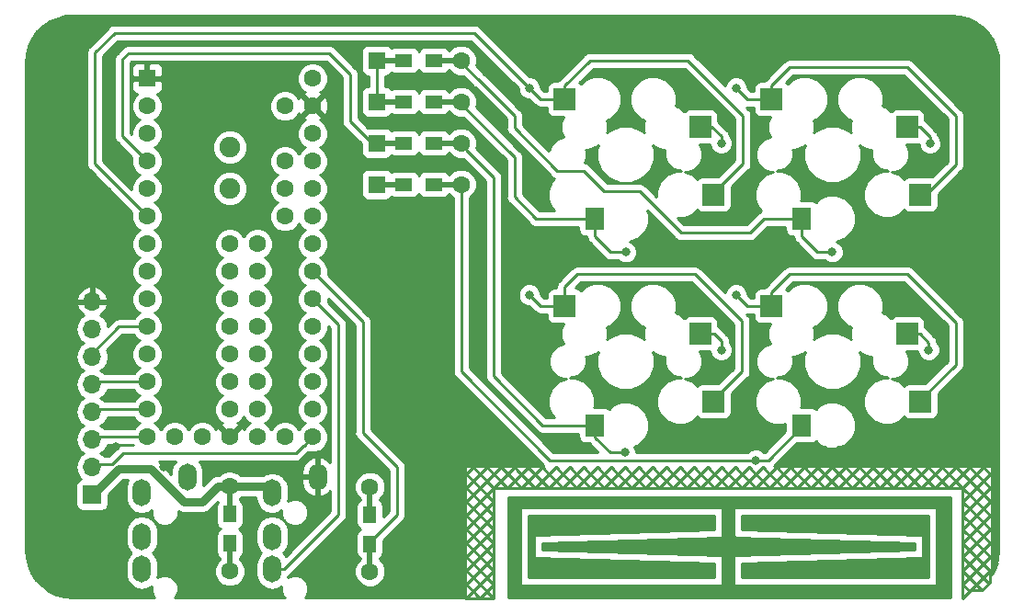
<source format=gbr>
G04 #@! TF.GenerationSoftware,KiCad,Pcbnew,(5.0.2)-1*
G04 #@! TF.CreationDate,2019-03-22T22:23:12+09:00*
G04 #@! TF.ProjectId,mitcard,6d697463-6172-4642-9e6b-696361645f70,rev?*
G04 #@! TF.SameCoordinates,Original*
G04 #@! TF.FileFunction,Copper,L1,Top*
G04 #@! TF.FilePolarity,Positive*
%FSLAX46Y46*%
G04 Gerber Fmt 4.6, Leading zero omitted, Abs format (unit mm)*
G04 Created by KiCad (PCBNEW (5.0.2)-1) date 2019/03/22 22:23:12*
%MOMM*%
%LPD*%
G01*
G04 APERTURE LIST*
G04 #@! TA.AperFunction,SMDPad,CuDef*
%ADD10R,2.000000X2.000000*%
G04 #@! TD*
G04 #@! TA.AperFunction,SMDPad,CuDef*
%ADD11R,1.800000X2.000000*%
G04 #@! TD*
G04 #@! TA.AperFunction,ComponentPad*
%ADD12C,1.600000*%
G04 #@! TD*
G04 #@! TA.AperFunction,ComponentPad*
%ADD13R,1.600000X1.600000*%
G04 #@! TD*
G04 #@! TA.AperFunction,ComponentPad*
%ADD14C,1.900000*%
G04 #@! TD*
G04 #@! TA.AperFunction,SMDPad,CuDef*
%ADD15R,1.600000X1.200000*%
G04 #@! TD*
G04 #@! TA.AperFunction,Conductor*
%ADD16R,2.900000X0.500000*%
G04 #@! TD*
G04 #@! TA.AperFunction,ComponentPad*
%ADD17O,1.700000X2.500000*%
G04 #@! TD*
G04 #@! TA.AperFunction,SMDPad,CuDef*
%ADD18R,1.200000X1.500000*%
G04 #@! TD*
G04 #@! TA.AperFunction,Conductor*
%ADD19R,0.500000X2.900000*%
G04 #@! TD*
G04 #@! TA.AperFunction,ComponentPad*
%ADD20R,1.700000X1.700000*%
G04 #@! TD*
G04 #@! TA.AperFunction,ComponentPad*
%ADD21O,1.700000X1.700000*%
G04 #@! TD*
G04 #@! TA.AperFunction,ViaPad*
%ADD22C,0.800000*%
G04 #@! TD*
G04 #@! TA.AperFunction,Conductor*
%ADD23C,0.250000*%
G04 #@! TD*
G04 #@! TA.AperFunction,Conductor*
%ADD24C,0.750000*%
G04 #@! TD*
G04 #@! TA.AperFunction,Conductor*
%ADD25C,0.254000*%
G04 #@! TD*
G04 APERTURE END LIST*
D10*
G04 #@! TO.P,SW1,1*
G04 #@! TO.N,col0*
X114050000Y-67200000D03*
D11*
G04 #@! TO.P,SW1,2*
G04 #@! TO.N,Net-(D1-Pad2)*
X103150000Y-69400000D03*
D10*
X112850000Y-60960000D03*
G04 #@! TO.P,SW1,1*
G04 #@! TO.N,col0*
X100350000Y-58420000D03*
G04 #@! TD*
G04 #@! TO.P,SW4,1*
G04 #@! TO.N,col1*
X119400000Y-77470000D03*
G04 #@! TO.P,SW4,2*
G04 #@! TO.N,Net-(D4-Pad2)*
X131900000Y-80010000D03*
D11*
X122200000Y-88450000D03*
D10*
G04 #@! TO.P,SW4,1*
G04 #@! TO.N,col1*
X133100000Y-86250000D03*
G04 #@! TD*
G04 #@! TO.P,SW2,1*
G04 #@! TO.N,col0*
X100350000Y-77470000D03*
G04 #@! TO.P,SW2,2*
G04 #@! TO.N,Net-(D2-Pad2)*
X112850000Y-80010000D03*
D11*
X103150000Y-88450000D03*
D10*
G04 #@! TO.P,SW2,1*
G04 #@! TO.N,col0*
X114050000Y-86250000D03*
G04 #@! TD*
D12*
G04 #@! TO.P,U1,17*
G04 #@! TO.N,GND*
X69500000Y-89510000D03*
G04 #@! TO.P,U1,18*
G04 #@! TO.N,Net-(U1-Pad18)*
X72040000Y-89510000D03*
G04 #@! TO.P,U1,19*
G04 #@! TO.N,Net-(U1-Pad19)*
X74580000Y-89510000D03*
G04 #@! TO.P,U1,20*
G04 #@! TO.N,SCK*
X77120000Y-89510000D03*
G04 #@! TO.P,U1,16*
G04 #@! TO.N,/3.3V*
X66960000Y-89510000D03*
G04 #@! TO.P,U1,15*
G04 #@! TO.N,Net-(U1-Pad15)*
X64420000Y-89510000D03*
G04 #@! TO.P,U1,14*
G04 #@! TO.N,MISO*
X61880000Y-89510000D03*
G04 #@! TO.P,U1,21*
G04 #@! TO.N,Net-(U1-Pad21)*
X77120000Y-86970000D03*
G04 #@! TO.P,U1,22*
G04 #@! TO.N,Net-(U1-Pad22)*
X77120000Y-84430000D03*
G04 #@! TO.P,U1,23*
G04 #@! TO.N,Net-(U1-Pad23)*
X77120000Y-81890000D03*
G04 #@! TO.P,U1,24*
G04 #@! TO.N,Net-(U1-Pad24)*
X77120000Y-79350000D03*
G04 #@! TO.P,U1,25*
G04 #@! TO.N,/SDA*
X77120000Y-76810000D03*
G04 #@! TO.P,U1,26*
G04 #@! TO.N,/SCL*
X77120000Y-74270000D03*
G04 #@! TO.P,U1,27*
G04 #@! TO.N,Net-(U1-Pad27)*
X77120000Y-71730000D03*
G04 #@! TO.P,U1,28*
G04 #@! TO.N,Net-(U1-Pad28)*
X77120000Y-69190000D03*
G04 #@! TO.P,U1,29*
G04 #@! TO.N,Net-(U1-Pad29)*
X77120000Y-66650000D03*
G04 #@! TO.P,U1,30*
G04 #@! TO.N,Net-(U1-Pad30)*
X77120000Y-64110000D03*
G04 #@! TO.P,U1,31*
G04 #@! TO.N,Net-(U1-Pad31)*
X77120000Y-61570000D03*
G04 #@! TO.P,U1,32*
G04 #@! TO.N,GND*
X77120000Y-59030000D03*
G04 #@! TO.P,U1,33*
G04 #@! TO.N,Net-(U1-Pad33)*
X77120000Y-56490000D03*
G04 #@! TO.P,U1,34*
G04 #@! TO.N,Net-(U1-Pad34)*
X74580000Y-59030000D03*
G04 #@! TO.P,U1,35*
G04 #@! TO.N,Net-(U1-Pad35)*
X74580000Y-64110000D03*
G04 #@! TO.P,U1,36*
G04 #@! TO.N,Net-(U1-Pad36)*
X74580000Y-66650000D03*
G04 #@! TO.P,U1,37*
G04 #@! TO.N,Net-(U1-Pad37)*
X74580000Y-69190000D03*
G04 #@! TO.P,U1,13*
G04 #@! TO.N,MOSI*
X61880000Y-86970000D03*
G04 #@! TO.P,U1,12*
G04 #@! TO.N,CS*
X61880000Y-84430000D03*
G04 #@! TO.P,U1,11*
G04 #@! TO.N,/INT*
X61880000Y-81890000D03*
G04 #@! TO.P,U1,10*
G04 #@! TO.N,TX*
X61880000Y-79350000D03*
G04 #@! TO.P,U1,9*
G04 #@! TO.N,RX*
X61880000Y-76810000D03*
G04 #@! TO.P,U1,8*
G04 #@! TO.N,Net-(U1-Pad8)*
X61880000Y-74270000D03*
G04 #@! TO.P,U1,7*
G04 #@! TO.N,col1*
X61880000Y-71730000D03*
G04 #@! TO.P,U1,6*
G04 #@! TO.N,col0*
X61880000Y-69190000D03*
G04 #@! TO.P,U1,5*
G04 #@! TO.N,row0*
X61880000Y-66650000D03*
G04 #@! TO.P,U1,4*
G04 #@! TO.N,row1*
X61880000Y-64110000D03*
G04 #@! TO.P,U1,3*
G04 #@! TO.N,Net-(U1-Pad3)*
X61880000Y-61570000D03*
G04 #@! TO.P,U1,2*
G04 #@! TO.N,Net-(U1-Pad2)*
X61880000Y-59030000D03*
D13*
G04 #@! TO.P,U1,1*
G04 #@! TO.N,GND*
X61880000Y-56490000D03*
D12*
G04 #@! TO.P,U1,38*
G04 #@! TO.N,Net-(U1-Pad38)*
X69500000Y-71730000D03*
G04 #@! TO.P,U1,39*
G04 #@! TO.N,Net-(U1-Pad39)*
X69500000Y-74270000D03*
G04 #@! TO.P,U1,40*
G04 #@! TO.N,N/C*
X69500000Y-76810000D03*
G04 #@! TO.P,U1,41*
X69500000Y-79350000D03*
G04 #@! TO.P,U1,42*
X69500000Y-81890000D03*
G04 #@! TO.P,U1,43*
X69500000Y-84430000D03*
G04 #@! TO.P,U1,44*
X69500000Y-86970000D03*
G04 #@! TO.P,U1,45*
X72040000Y-86970000D03*
G04 #@! TO.P,U1,46*
X72040000Y-84430000D03*
G04 #@! TO.P,U1,47*
X72040000Y-81890000D03*
G04 #@! TO.P,U1,48*
X72040000Y-79350000D03*
G04 #@! TO.P,U1,49*
X72040000Y-76810000D03*
G04 #@! TO.P,U1,50*
X72040000Y-74270000D03*
G04 #@! TO.P,U1,51*
X72040000Y-71730000D03*
D14*
G04 #@! TO.P,U1,52*
X69500000Y-66650000D03*
X69500000Y-62840000D03*
G04 #@! TD*
D10*
G04 #@! TO.P,SW3,1*
G04 #@! TO.N,col1*
X133100000Y-67200000D03*
D11*
G04 #@! TO.P,SW3,2*
G04 #@! TO.N,/col1row0*
X122200000Y-69400000D03*
D10*
X131900000Y-60960000D03*
G04 #@! TO.P,SW3,1*
G04 #@! TO.N,col1*
X119400000Y-58420000D03*
G04 #@! TD*
D15*
G04 #@! TO.P,D1,1*
G04 #@! TO.N,row0*
X85525000Y-58645000D03*
G04 #@! TO.P,D1,2*
G04 #@! TO.N,Net-(D1-Pad2)*
X88325000Y-58645000D03*
D12*
X90825000Y-58645000D03*
D13*
G04 #@! TO.P,D1,1*
G04 #@! TO.N,row0*
X83025000Y-58645000D03*
D16*
G04 #@! TD*
G04 #@! TO.N,Net-(D1-Pad2)*
G04 #@! TO.C,D1*
X89425000Y-58645000D03*
G04 #@! TO.N,row0*
G04 #@! TO.C,D1*
X84425000Y-58645000D03*
G04 #@! TD*
D15*
G04 #@! TO.P,D2,1*
G04 #@! TO.N,row1*
X85525000Y-62455000D03*
G04 #@! TO.P,D2,2*
G04 #@! TO.N,Net-(D2-Pad2)*
X88325000Y-62455000D03*
D12*
X90825000Y-62455000D03*
D13*
G04 #@! TO.P,D2,1*
G04 #@! TO.N,row1*
X83025000Y-62455000D03*
D16*
G04 #@! TD*
G04 #@! TO.N,Net-(D2-Pad2)*
G04 #@! TO.C,D2*
X89425000Y-62455000D03*
G04 #@! TO.N,row1*
G04 #@! TO.C,D2*
X84425000Y-62455000D03*
G04 #@! TD*
G04 #@! TO.N,row0*
G04 #@! TO.C,D3*
X84425000Y-54835000D03*
G04 #@! TO.N,/col1row0*
X89425000Y-54835000D03*
D13*
G04 #@! TD*
G04 #@! TO.P,D3,1*
G04 #@! TO.N,row0*
X83025000Y-54835000D03*
D12*
G04 #@! TO.P,D3,2*
G04 #@! TO.N,/col1row0*
X90825000Y-54835000D03*
D15*
X88325000Y-54835000D03*
G04 #@! TO.P,D3,1*
G04 #@! TO.N,row0*
X85525000Y-54835000D03*
G04 #@! TD*
D16*
G04 #@! TO.N,row1*
G04 #@! TO.C,D4*
X84425000Y-66265000D03*
G04 #@! TO.N,Net-(D4-Pad2)*
X89425000Y-66265000D03*
D13*
G04 #@! TD*
G04 #@! TO.P,D4,1*
G04 #@! TO.N,row1*
X83025000Y-66265000D03*
D12*
G04 #@! TO.P,D4,2*
G04 #@! TO.N,Net-(D4-Pad2)*
X90825000Y-66265000D03*
D15*
X88325000Y-66265000D03*
G04 #@! TO.P,D4,1*
G04 #@! TO.N,row1*
X85525000Y-66265000D03*
G04 #@! TD*
D17*
G04 #@! TO.P,J1,B*
G04 #@! TO.N,/SDA*
X73400000Y-101700000D03*
G04 #@! TO.P,J1,C*
G04 #@! TO.N,/SCL*
X73400000Y-98700000D03*
G04 #@! TO.P,J1,D*
G04 #@! TO.N,/3.3V*
X73400000Y-94700000D03*
G04 #@! TO.P,J1,A*
G04 #@! TO.N,GND*
X77600000Y-93200000D03*
G04 #@! TD*
G04 #@! TO.P,J2,A*
G04 #@! TO.N,Net-(J2-PadA)*
X65600000Y-93200000D03*
G04 #@! TO.P,J2,D*
G04 #@! TO.N,Net-(J2-PadD)*
X61400000Y-94700000D03*
G04 #@! TO.P,J2,C*
G04 #@! TO.N,/INT*
X61400000Y-98700000D03*
G04 #@! TO.P,J2,B*
G04 #@! TO.N,Net-(J2-PadB)*
X61400000Y-101700000D03*
G04 #@! TD*
D18*
G04 #@! TO.P,R1,1*
G04 #@! TO.N,/3.3V*
X82385000Y-96665000D03*
G04 #@! TO.P,R1,2*
G04 #@! TO.N,/SCL*
X82385000Y-99365000D03*
D12*
X82385000Y-101915000D03*
G04 #@! TO.P,R1,1*
G04 #@! TO.N,/3.3V*
X82385000Y-94115000D03*
D19*
G04 #@! TD*
G04 #@! TO.N,/SCL*
G04 #@! TO.C,R1*
X82385000Y-100515000D03*
G04 #@! TO.N,/3.3V*
G04 #@! TO.C,R1*
X82385000Y-95515000D03*
G04 #@! TD*
G04 #@! TO.N,/3.3V*
G04 #@! TO.C,R2*
X69500000Y-95500000D03*
G04 #@! TO.N,/SDA*
X69500000Y-100500000D03*
D12*
G04 #@! TD*
G04 #@! TO.P,R2,1*
G04 #@! TO.N,/3.3V*
X69500000Y-94100000D03*
G04 #@! TO.P,R2,2*
G04 #@! TO.N,/SDA*
X69500000Y-101900000D03*
D18*
X69500000Y-99350000D03*
G04 #@! TO.P,R2,1*
G04 #@! TO.N,/3.3V*
X69500000Y-96650000D03*
G04 #@! TD*
D20*
G04 #@! TO.P,J3,1*
G04 #@! TO.N,/3.3V*
X56810000Y-94840000D03*
D21*
G04 #@! TO.P,J3,2*
G04 #@! TO.N,SCK*
X56810000Y-92300000D03*
G04 #@! TO.P,J3,3*
G04 #@! TO.N,MISO*
X56810000Y-89760000D03*
G04 #@! TO.P,J3,4*
G04 #@! TO.N,MOSI*
X56810000Y-87220000D03*
G04 #@! TO.P,J3,5*
G04 #@! TO.N,CS*
X56810000Y-84680000D03*
G04 #@! TO.P,J3,6*
G04 #@! TO.N,TX*
X56810000Y-82140000D03*
G04 #@! TO.P,J3,7*
G04 #@! TO.N,RX*
X56810000Y-79600000D03*
G04 #@! TO.P,J3,8*
G04 #@! TO.N,GND*
X56810000Y-77060000D03*
G04 #@! TD*
D22*
G04 #@! TO.N,Net-(D1-Pad2)*
X105999994Y-72500000D03*
X114770000Y-62454998D03*
G04 #@! TO.N,Net-(D2-Pad2)*
X105880000Y-90939990D03*
X114770000Y-81505000D03*
G04 #@! TO.N,Net-(D4-Pad2)*
X133879990Y-81500000D03*
X117945000Y-91664996D03*
G04 #@! TO.N,GND*
X105975000Y-78965000D03*
X105975000Y-59915000D03*
X125025000Y-59915000D03*
X125025000Y-78965000D03*
X113595000Y-73250000D03*
X109150000Y-64995000D03*
X115500000Y-69440000D03*
X58985000Y-82140000D03*
X58985000Y-88490000D03*
X58985000Y-90395000D03*
X65335000Y-99285000D03*
X58985000Y-85949998D03*
X63430000Y-92300000D03*
X100165000Y-71345000D03*
X132550000Y-64360000D03*
X58255000Y-66900000D03*
X93815000Y-59915000D03*
X113500000Y-64995000D03*
X132550000Y-84045000D03*
X113500000Y-83410000D03*
X103975000Y-85315000D03*
X98260000Y-64995000D03*
G04 #@! TO.N,col0*
X97085000Y-57375034D03*
X97085018Y-76425000D03*
G04 #@! TO.N,col1*
X116135000Y-57375000D03*
X116135000Y-76425000D03*
G04 #@! TO.N,Net-(U1-Pad23)*
X95720000Y-100555000D03*
G04 #@! TO.N,Net-(U1-Pad29)*
X97625000Y-97380000D03*
G04 #@! TO.N,Net-(U1-Pad30)*
X117945000Y-97380000D03*
G04 #@! TO.N,/col1row0*
X134000000Y-62500042D03*
X125000012Y-72500000D03*
G04 #@! TD*
D23*
G04 #@! TO.N,Net-(D1-Pad2)*
X104590000Y-72500000D02*
X105999994Y-72500000D01*
X103150000Y-69400000D02*
X103150000Y-71060000D01*
X103150000Y-71060000D02*
X104590000Y-72500000D01*
X90825000Y-58010000D02*
X90825000Y-58100000D01*
X114770000Y-61820000D02*
X114770000Y-62454998D01*
X112850000Y-60960000D02*
X113910000Y-60960000D01*
X113910000Y-60960000D02*
X114770000Y-61820000D01*
X90625000Y-58645000D02*
X95720000Y-63740000D01*
X89425000Y-58645000D02*
X90625000Y-58645000D01*
X95720000Y-63740000D02*
X95720000Y-67440000D01*
X95720000Y-67440000D02*
X97680000Y-69400000D01*
X97680000Y-69400000D02*
X102000000Y-69400000D01*
X102000000Y-69400000D02*
X103150000Y-69400000D01*
G04 #@! TO.N,row0*
X83025000Y-54835000D02*
X83025000Y-58645000D01*
G04 #@! TO.N,Net-(D2-Pad2)*
X90825000Y-61820000D02*
X90825000Y-61910000D01*
X104519990Y-90939990D02*
X105880000Y-90939990D01*
X103150000Y-88450000D02*
X103150000Y-89570000D01*
X103150000Y-89570000D02*
X104519990Y-90939990D01*
X89425000Y-62455000D02*
X90625000Y-62455000D01*
X114770000Y-80939315D02*
X114770000Y-81505000D01*
X112850000Y-80010000D02*
X114100000Y-80010000D01*
X114770000Y-80680000D02*
X114770000Y-80939315D01*
X114100000Y-80010000D02*
X114770000Y-80680000D01*
X93815000Y-65630000D02*
X93815000Y-83950000D01*
X91275000Y-63090000D02*
X93815000Y-65630000D01*
X93815000Y-83950000D02*
X98315000Y-88450000D01*
X98315000Y-88450000D02*
X102000000Y-88450000D01*
X102000000Y-88450000D02*
X103150000Y-88450000D01*
G04 #@! TO.N,row1*
X59620000Y-61850000D02*
X59620000Y-54740000D01*
X59620000Y-54740000D02*
X60160000Y-54200000D01*
X60160000Y-54200000D02*
X78670000Y-54200000D01*
X78670000Y-54200000D02*
X80575000Y-56105000D01*
X61880000Y-64110000D02*
X59620000Y-61850000D01*
X83225000Y-62455000D02*
X84425000Y-62455000D01*
X80575000Y-60440000D02*
X83225000Y-63090000D01*
X80575000Y-56740000D02*
X80575000Y-60440000D01*
X80575000Y-56105000D02*
X80575000Y-56740000D01*
G04 #@! TO.N,Net-(D4-Pad2)*
X133879990Y-80934315D02*
X133879990Y-81500000D01*
X133879990Y-80834990D02*
X133879990Y-80934315D01*
X131900000Y-80010000D02*
X133055000Y-80010000D01*
X133055000Y-80010000D02*
X133879990Y-80834990D01*
X122200000Y-88550000D02*
X119085004Y-91664996D01*
X118510685Y-91664996D02*
X117945000Y-91664996D01*
X122200000Y-88450000D02*
X122200000Y-88550000D01*
X119085004Y-91664996D02*
X118510685Y-91664996D01*
X98989996Y-91664996D02*
X117379315Y-91664996D01*
X117379315Y-91664996D02*
X117945000Y-91664996D01*
X90825000Y-83500000D02*
X98989996Y-91664996D01*
X90825000Y-66900000D02*
X90825000Y-69440000D01*
X90825000Y-69440000D02*
X90825000Y-83500000D01*
G04 #@! TO.N,/SDA*
X79500000Y-79190000D02*
X77120000Y-76810000D01*
X73200000Y-101900000D02*
X73400000Y-101700000D01*
X79500000Y-96700000D02*
X79500000Y-94500000D01*
X74500000Y-101700000D02*
X79500000Y-96700000D01*
X73400000Y-101700000D02*
X74500000Y-101700000D01*
X79500000Y-95200000D02*
X79500000Y-94500000D01*
X79500000Y-94500000D02*
X79500000Y-79190000D01*
G04 #@! TO.N,/SCL*
X82385000Y-101915000D02*
X82385000Y-99920000D01*
X82385000Y-99215000D02*
X82385000Y-99365000D01*
X84925000Y-96675000D02*
X82385000Y-99215000D01*
X84925000Y-92300000D02*
X84925000Y-96675000D01*
X81750000Y-89125000D02*
X84925000Y-92300000D01*
X77120000Y-74270000D02*
X81750000Y-78900000D01*
X81750000Y-78900000D02*
X81750000Y-89125000D01*
D24*
G04 #@! TO.N,/3.3V*
X69500000Y-94100000D02*
X72800000Y-94100000D01*
X68368630Y-94100000D02*
X69500000Y-94100000D01*
X56910000Y-94840000D02*
X59250000Y-92500000D01*
X56810000Y-94840000D02*
X56910000Y-94840000D01*
X59250000Y-92500000D02*
X62250000Y-92500000D01*
X62250000Y-92500000D02*
X65250000Y-95500000D01*
X65250000Y-95500000D02*
X66968630Y-95500000D01*
X66968630Y-95500000D02*
X68368630Y-94100000D01*
D23*
G04 #@! TO.N,GND*
X98895000Y-94205000D02*
X100800000Y-92300000D01*
X100800000Y-92300000D02*
X102705000Y-94205000D01*
X102705000Y-94205000D02*
X104610000Y-92300000D01*
X104610000Y-92300000D02*
X106515000Y-94205000D01*
X106515000Y-94205000D02*
X108420000Y-92300000D01*
X108420000Y-92300000D02*
X110325000Y-94205000D01*
X110325000Y-94205000D02*
X112230000Y-92300000D01*
X93180000Y-89760000D02*
X96355000Y-92935000D01*
X96355000Y-92935000D02*
X95720000Y-93570000D01*
X95720000Y-93570000D02*
X91910000Y-89760000D01*
X96355000Y-91665000D02*
X98895000Y-94205000D01*
X94450000Y-89760000D02*
X96355000Y-91665000D01*
X90640000Y-89760000D02*
X95085000Y-94205000D01*
X90640000Y-89760000D02*
X91275000Y-89125000D01*
X91275000Y-89125000D02*
X91910000Y-89760000D01*
X91910000Y-89760000D02*
X92545000Y-89125000D01*
X92545000Y-89125000D02*
X93180000Y-89760000D01*
X93180000Y-89760000D02*
X93815000Y-89125000D01*
X93815000Y-89125000D02*
X94450000Y-89760000D01*
X95720000Y-93570000D02*
X96355000Y-94205000D01*
X96355000Y-94205000D02*
X98260000Y-92300000D01*
X98260000Y-92300000D02*
X100165000Y-94205000D01*
X100165000Y-94205000D02*
X102070000Y-92300000D01*
X102070000Y-92300000D02*
X103975000Y-94205000D01*
X103975000Y-94205000D02*
X105880000Y-92300000D01*
X105880000Y-92300000D02*
X107785000Y-94205000D01*
X107785000Y-94205000D02*
X109690000Y-92300000D01*
X109690000Y-92300000D02*
X111595000Y-94205000D01*
X111595000Y-94205000D02*
X113500000Y-92300000D01*
X113500000Y-92300000D02*
X115405000Y-94205000D01*
X115405000Y-94205000D02*
X117310000Y-92300000D01*
X117310000Y-92300000D02*
X119215000Y-94205000D01*
X119215000Y-94205000D02*
X121120000Y-92300000D01*
X121120000Y-92300000D02*
X123025000Y-94205000D01*
X128105000Y-89125000D02*
X133185000Y-94205000D01*
X133185000Y-94205000D02*
X138265000Y-89125000D01*
X138265000Y-89125000D02*
X140170000Y-91030000D01*
X140170000Y-91030000D02*
X136995000Y-94205000D01*
X136995000Y-94205000D02*
X140170000Y-97380000D01*
X140170000Y-97380000D02*
X136995000Y-100555000D01*
X136995000Y-100555000D02*
X139459231Y-103019231D01*
X137630000Y-103730000D02*
X140170000Y-101190000D01*
X140170000Y-101190000D02*
X136995000Y-98015000D01*
X136995000Y-98015000D02*
X140170000Y-94840000D01*
X140170000Y-94840000D02*
X134455000Y-89125000D01*
X129375000Y-94205000D02*
X126200000Y-91030000D01*
X124295000Y-94205000D02*
X129375000Y-89125000D01*
X134455000Y-94205000D02*
X139535000Y-89125000D01*
X130010000Y-89760000D02*
X134455000Y-94205000D01*
X140170000Y-89760000D02*
X135725000Y-94205000D01*
X139535000Y-89125000D02*
X140170000Y-89760000D01*
X136995000Y-103095000D02*
X140170000Y-99920000D01*
X140170000Y-99920000D02*
X136995000Y-96745000D01*
X136995000Y-89125000D02*
X140170000Y-92300000D01*
X140170000Y-92300000D02*
X136995000Y-95475000D01*
X138900000Y-94840000D02*
X140170000Y-96110000D01*
X136995000Y-96745000D02*
X138900000Y-94840000D01*
X140170000Y-96110000D02*
X136995000Y-99285000D01*
X136995000Y-99285000D02*
X139535000Y-101825000D01*
X120485000Y-94205000D02*
X118580000Y-92300000D01*
X118580000Y-92300000D02*
X116675000Y-94205000D01*
X116675000Y-94205000D02*
X114770000Y-92300000D01*
X114770000Y-92300000D02*
X112865000Y-94205000D01*
X112865000Y-94205000D02*
X110960000Y-92300000D01*
X110960000Y-92300000D02*
X109055000Y-94205000D01*
X109055000Y-94205000D02*
X107150000Y-92300000D01*
X107150000Y-92300000D02*
X105245000Y-94205000D01*
X105245000Y-94205000D02*
X103340000Y-92300000D01*
X103340000Y-92300000D02*
X101435000Y-94205000D01*
X101435000Y-94205000D02*
X99530000Y-92300000D01*
X99530000Y-92300000D02*
X97625000Y-94205000D01*
X97625000Y-94205000D02*
X96355000Y-92935000D01*
X112230000Y-92300000D02*
X114135000Y-94205000D01*
X114135000Y-94205000D02*
X116040000Y-92300000D01*
X116040000Y-92300000D02*
X117945000Y-94205000D01*
X117945000Y-94205000D02*
X119850000Y-92300000D01*
X119850000Y-92300000D02*
X121755000Y-94205000D01*
X121755000Y-94205000D02*
X124295000Y-91665000D01*
X123660000Y-91030000D02*
X123025000Y-91665000D01*
X122390000Y-92300000D02*
X124295000Y-94205000D01*
X122390000Y-92300000D02*
X120485000Y-94205000D01*
X123025000Y-91665000D02*
X122390000Y-92300000D01*
X125565000Y-91665000D02*
X127470000Y-93570000D01*
X127470000Y-93570000D02*
X126835000Y-94205000D01*
X125565000Y-91665000D02*
X126200000Y-91030000D01*
X123025000Y-94205000D02*
X125565000Y-91665000D01*
X127470000Y-89760000D02*
X131280000Y-93570000D01*
X127470000Y-89760000D02*
X128105000Y-89125000D01*
X126200000Y-91030000D02*
X127470000Y-89760000D01*
X131280000Y-89760000D02*
X135725000Y-94205000D01*
X131280000Y-89760000D02*
X127470000Y-93570000D01*
X131915000Y-89125000D02*
X131280000Y-89760000D01*
X132550000Y-89760000D02*
X128740000Y-93570000D01*
X132550000Y-89760000D02*
X131915000Y-89125000D01*
X136995000Y-94205000D02*
X132550000Y-89760000D01*
X130010000Y-89760000D02*
X126200000Y-93570000D01*
X126200000Y-93570000D02*
X123660000Y-91030000D01*
X126835000Y-94205000D02*
X126200000Y-93570000D01*
X129375000Y-89125000D02*
X130010000Y-89760000D01*
X133820000Y-89760000D02*
X138900000Y-94840000D01*
X133820000Y-89760000D02*
X129375000Y-94205000D01*
X134455000Y-89125000D02*
X133820000Y-89760000D01*
X130010000Y-89760000D02*
X130645000Y-89125000D01*
X130645000Y-89125000D02*
X131280000Y-89760000D01*
X132550000Y-89760000D02*
X133185000Y-89125000D01*
X133185000Y-89125000D02*
X133820000Y-89760000D01*
X124295000Y-91665000D02*
X124930000Y-91030000D01*
X124930000Y-91030000D02*
X125565000Y-91665000D01*
X122390000Y-92300000D02*
X121120000Y-91030000D01*
X121120000Y-91030000D02*
X121755000Y-90395000D01*
X121755000Y-90395000D02*
X123025000Y-91665000D01*
X121120000Y-92300000D02*
X123025000Y-90395000D01*
X123025000Y-90395000D02*
X123660000Y-91030000D01*
X123660000Y-91030000D02*
X124295000Y-90395000D01*
X124295000Y-90395000D02*
X124930000Y-91030000D01*
X124930000Y-91030000D02*
X125565000Y-90395000D01*
X125565000Y-90395000D02*
X126200000Y-91030000D01*
X130645000Y-94205000D02*
X126835000Y-90395000D01*
X135725000Y-89125000D02*
X130645000Y-94205000D01*
X125565000Y-94205000D02*
X126200000Y-93570000D01*
X123025000Y-91665000D02*
X125565000Y-94205000D01*
X127470000Y-93570000D02*
X128105000Y-94205000D01*
X128105000Y-94205000D02*
X128740000Y-93570000D01*
X131280000Y-93570000D02*
X131915000Y-94205000D01*
X131915000Y-94205000D02*
X132231795Y-93888205D01*
X138900000Y-94840000D02*
X140170000Y-93570000D01*
X140170000Y-93570000D02*
X135725000Y-89125000D01*
X136995000Y-89125000D02*
X132231795Y-93888205D01*
X132231795Y-93888205D02*
X132550000Y-93570000D01*
X138801025Y-103631025D02*
X139337050Y-103095000D01*
X136995000Y-101825000D02*
X138801025Y-103631025D01*
X140170000Y-98650000D02*
X136995000Y-101825000D01*
X136995000Y-95475000D02*
X140170000Y-98650000D01*
X89370000Y-93570000D02*
X93815000Y-98015000D01*
X93180000Y-89760000D02*
X89370000Y-93570000D01*
X93815000Y-98015000D02*
X89370000Y-102460000D01*
X90005000Y-103095000D02*
X93815000Y-99285000D01*
X89370000Y-102460000D02*
X90005000Y-103095000D01*
X89370000Y-94840000D02*
X94450000Y-89760000D01*
X93815000Y-99285000D02*
X89370000Y-94840000D01*
X90005000Y-103095000D02*
X90640000Y-103730000D01*
X90640000Y-103730000D02*
X93815000Y-100555000D01*
X89370000Y-96110000D02*
X95085000Y-90395000D01*
X93815000Y-100555000D02*
X89370000Y-96110000D01*
X89370000Y-102460000D02*
X91275000Y-104365000D01*
X91275000Y-104365000D02*
X93815000Y-101825000D01*
X89370000Y-92300000D02*
X91910000Y-89760000D01*
X93815000Y-96745000D02*
X89370000Y-92300000D01*
X89370000Y-97380000D02*
X93815000Y-101825000D01*
X95720000Y-91030000D02*
X89370000Y-97380000D01*
X92545000Y-104365000D02*
X89370000Y-101190000D01*
X89370000Y-101190000D02*
X93815000Y-96745000D01*
X95720000Y-92300000D02*
X96355000Y-91665000D01*
X89370000Y-98650000D02*
X95720000Y-92300000D01*
X93815000Y-103095000D02*
X89370000Y-98650000D01*
X92545000Y-104365000D02*
X93815000Y-103095000D01*
X90005000Y-89125000D02*
X90640000Y-89760000D01*
X89370000Y-89760000D02*
X90005000Y-89125000D01*
X90005000Y-90395000D02*
X89370000Y-89760000D01*
X96990000Y-92300000D02*
X95085000Y-94205000D01*
X93815000Y-94205000D02*
X89370000Y-89760000D01*
X89370000Y-91030000D02*
X90640000Y-89760000D01*
X93815000Y-95475000D02*
X89370000Y-91030000D01*
X89370000Y-99920000D02*
X93815000Y-95475000D01*
X91275000Y-104365000D02*
X93815000Y-104365000D01*
X93815000Y-104365000D02*
X89370000Y-99920000D01*
X93815000Y-104365000D02*
X93815000Y-94205000D01*
X93815000Y-94205000D02*
X136995000Y-94205000D01*
X136995000Y-104365000D02*
X137630000Y-103730000D01*
X136995000Y-94205000D02*
X136995000Y-104365000D01*
X139535000Y-101825000D02*
X139535000Y-102938165D01*
X137728975Y-103631025D02*
X137630000Y-103730000D01*
X138801025Y-103631025D02*
X137728975Y-103631025D01*
X136995000Y-103095000D02*
X137630000Y-103730000D01*
G04 #@! TO.N,col0*
X100350000Y-58420000D02*
X98129966Y-58420000D01*
X97484999Y-57775033D02*
X97085000Y-57375034D01*
X98129966Y-58420000D02*
X97484999Y-57775033D01*
X100350000Y-77470000D02*
X98130018Y-77470000D01*
X98130018Y-77470000D02*
X97485017Y-76824999D01*
X97485017Y-76824999D02*
X97085018Y-76425000D01*
X96449966Y-56740000D02*
X97085000Y-57375034D01*
X92004966Y-52295000D02*
X96449966Y-56740000D01*
X58890000Y-52295000D02*
X92004966Y-52295000D01*
X57080000Y-54105000D02*
X58890000Y-52295000D01*
X61880000Y-69190000D02*
X57080000Y-64390000D01*
X57080000Y-64390000D02*
X57080000Y-54105000D01*
X114050000Y-67080000D02*
X114050000Y-67200000D01*
X100350000Y-57170000D02*
X102685000Y-54835000D01*
X100350000Y-58420000D02*
X100350000Y-57170000D01*
X102685000Y-54835000D02*
X111690000Y-54835000D01*
X111690000Y-54835000D02*
X116770000Y-59915000D01*
X116770000Y-59915000D02*
X116770000Y-64360000D01*
X116770000Y-64360000D02*
X114050000Y-67080000D01*
X100350000Y-75700000D02*
X101530000Y-74520000D01*
X100350000Y-77470000D02*
X100350000Y-75700000D01*
X101530000Y-74520000D02*
X112325000Y-74520000D01*
X114050000Y-86130000D02*
X114050000Y-86250000D01*
X112325000Y-74520000D02*
X116675000Y-78870000D01*
X116675000Y-78870000D02*
X116675000Y-83505000D01*
X116675000Y-83505000D02*
X114050000Y-86130000D01*
G04 #@! TO.N,col1*
X117180000Y-58420000D02*
X116534999Y-57774999D01*
X119400000Y-58420000D02*
X117180000Y-58420000D01*
X116534999Y-57774999D02*
X116135000Y-57375000D01*
X117180000Y-77470000D02*
X116135000Y-76425000D01*
X119400000Y-77470000D02*
X117180000Y-77470000D01*
X119400000Y-57170000D02*
X121100000Y-55470000D01*
X119400000Y-58420000D02*
X119400000Y-57170000D01*
X121100000Y-55470000D02*
X131915000Y-55470000D01*
X133615000Y-67200000D02*
X133100000Y-67200000D01*
X131915000Y-55470000D02*
X136360000Y-59915000D01*
X136360000Y-59915000D02*
X136360000Y-64455000D01*
X136360000Y-64455000D02*
X133615000Y-67200000D01*
X133100000Y-86130000D02*
X133100000Y-86250000D01*
X119400000Y-76220000D02*
X121100000Y-74520000D01*
X119400000Y-77470000D02*
X119400000Y-76220000D01*
X121100000Y-74520000D02*
X131915000Y-74520000D01*
X131915000Y-74520000D02*
X136360000Y-78965000D01*
X136360000Y-78965000D02*
X136360000Y-82870000D01*
X136360000Y-82870000D02*
X133100000Y-86130000D01*
G04 #@! TO.N,/col1row0*
X123640000Y-72500000D02*
X125000012Y-72500000D01*
X122200000Y-69400000D02*
X122200000Y-71060000D01*
X122200000Y-71060000D02*
X123640000Y-72500000D01*
X134000000Y-61905000D02*
X134000000Y-62500042D01*
X131900000Y-60960000D02*
X133055000Y-60960000D01*
X133055000Y-60960000D02*
X134000000Y-61905000D01*
X90825000Y-54835000D02*
X91370000Y-54835000D01*
X95720000Y-61090000D02*
X99625000Y-64995000D01*
X95720000Y-59915000D02*
X95720000Y-61090000D01*
X107245000Y-66900000D02*
X111055000Y-70710000D01*
X92545000Y-56740000D02*
X95720000Y-59915000D01*
X117405000Y-70710000D02*
X118715000Y-69400000D01*
X92530000Y-56740000D02*
X92545000Y-56740000D01*
X89425000Y-54835000D02*
X90625000Y-54835000D01*
X90625000Y-54835000D02*
X92530000Y-56740000D01*
X102070000Y-64995000D02*
X103975000Y-66900000D01*
X99625000Y-64995000D02*
X102070000Y-64995000D01*
X103975000Y-66900000D02*
X107245000Y-66900000D01*
X111055000Y-70710000D02*
X117405000Y-70710000D01*
X118715000Y-69400000D02*
X122200000Y-69400000D01*
G04 #@! TO.N,SCK*
X58650000Y-92000000D02*
X56810000Y-92000000D01*
X59650000Y-91000000D02*
X58650000Y-92000000D01*
X75600000Y-91000000D02*
X59650000Y-91000000D01*
X76290001Y-90309999D02*
X75600000Y-91000000D01*
X77120000Y-89510000D02*
X76320001Y-90309999D01*
X76320001Y-90309999D02*
X76290001Y-90309999D01*
G04 #@! TO.N,MISO*
X61830000Y-89460000D02*
X61880000Y-89510000D01*
X56810000Y-89460000D02*
X61830000Y-89460000D01*
G04 #@! TO.N,MOSI*
X61830000Y-86920000D02*
X61880000Y-86970000D01*
X56810000Y-86920000D02*
X61830000Y-86920000D01*
G04 #@! TO.N,CS*
X61830000Y-84380000D02*
X61880000Y-84430000D01*
X56810000Y-84380000D02*
X61830000Y-84380000D01*
G04 #@! TO.N,TX*
X59300000Y-79350000D02*
X61880000Y-79350000D01*
X56810000Y-81840000D02*
X59300000Y-79350000D01*
G04 #@! TD*
D25*
G04 #@! TO.N,Net-(U1-Pad29)*
G36*
X114135000Y-98018819D02*
X97621124Y-98523059D01*
X97572841Y-98534205D01*
X97532498Y-98562980D01*
X97506239Y-98605003D01*
X97498000Y-98650000D01*
X97498000Y-100555000D01*
X97507667Y-100603601D01*
X97535197Y-100644803D01*
X97576399Y-100672333D01*
X97621124Y-100681941D01*
X114135000Y-101186181D01*
X114135000Y-102460000D01*
X96990000Y-102460000D01*
X96990000Y-96745000D01*
X114135000Y-96745000D01*
X114135000Y-98018819D01*
X114135000Y-98018819D01*
G37*
X114135000Y-98018819D02*
X97621124Y-98523059D01*
X97572841Y-98534205D01*
X97532498Y-98562980D01*
X97506239Y-98605003D01*
X97498000Y-98650000D01*
X97498000Y-100555000D01*
X97507667Y-100603601D01*
X97535197Y-100644803D01*
X97576399Y-100672333D01*
X97621124Y-100681941D01*
X114135000Y-101186181D01*
X114135000Y-102460000D01*
X96990000Y-102460000D01*
X96990000Y-96745000D01*
X114135000Y-96745000D01*
X114135000Y-98018819D01*
G04 #@! TO.N,Net-(U1-Pad30)*
G36*
X133820000Y-102460000D02*
X116675000Y-102460000D01*
X116675000Y-101186181D01*
X133188876Y-100681941D01*
X133237159Y-100670795D01*
X133277502Y-100642020D01*
X133303761Y-100599997D01*
X133312000Y-100555000D01*
X133312000Y-98650000D01*
X133302333Y-98601399D01*
X133274803Y-98560197D01*
X133233601Y-98532667D01*
X133188876Y-98523059D01*
X116675000Y-98018819D01*
X116675000Y-96745000D01*
X133820000Y-96745000D01*
X133820000Y-102460000D01*
X133820000Y-102460000D01*
G37*
X133820000Y-102460000D02*
X116675000Y-102460000D01*
X116675000Y-101186181D01*
X133188876Y-100681941D01*
X133237159Y-100670795D01*
X133277502Y-100642020D01*
X133303761Y-100599997D01*
X133312000Y-100555000D01*
X133312000Y-98650000D01*
X133302333Y-98601399D01*
X133274803Y-98560197D01*
X133233601Y-98532667D01*
X133188876Y-98523059D01*
X116675000Y-98018819D01*
X116675000Y-96745000D01*
X133820000Y-96745000D01*
X133820000Y-102460000D01*
G04 #@! TO.N,GND*
G36*
X79815000Y-56419802D02*
X79815000Y-56665149D01*
X79815001Y-60365148D01*
X79800112Y-60440000D01*
X79815001Y-60514852D01*
X79859097Y-60736537D01*
X80027072Y-60987929D01*
X80090528Y-61030329D01*
X81577560Y-62517362D01*
X81577560Y-63255000D01*
X81626843Y-63502765D01*
X81767191Y-63712809D01*
X81977235Y-63853157D01*
X82225000Y-63902440D01*
X83825000Y-63902440D01*
X84072765Y-63853157D01*
X84282809Y-63712809D01*
X84370377Y-63581756D01*
X84477235Y-63653157D01*
X84725000Y-63702440D01*
X86325000Y-63702440D01*
X86572765Y-63653157D01*
X86782809Y-63512809D01*
X86923157Y-63302765D01*
X86925000Y-63293500D01*
X86926843Y-63302765D01*
X87067191Y-63512809D01*
X87277235Y-63653157D01*
X87525000Y-63702440D01*
X89125000Y-63702440D01*
X89372765Y-63653157D01*
X89582809Y-63512809D01*
X89689965Y-63352440D01*
X89693044Y-63352440D01*
X90012138Y-63671534D01*
X90539561Y-63890000D01*
X91000199Y-63890000D01*
X93055000Y-65944803D01*
X93055001Y-83875148D01*
X93040112Y-83950000D01*
X93055001Y-84024852D01*
X93099097Y-84246537D01*
X93267072Y-84497929D01*
X93330528Y-84540329D01*
X97724671Y-88934473D01*
X97767071Y-88997929D01*
X98018463Y-89165904D01*
X98240148Y-89210000D01*
X98240152Y-89210000D01*
X98314999Y-89224888D01*
X98389846Y-89210000D01*
X101602560Y-89210000D01*
X101602560Y-89450000D01*
X101651843Y-89697765D01*
X101792191Y-89907809D01*
X102002235Y-90048157D01*
X102250000Y-90097440D01*
X102588382Y-90097440D01*
X102602072Y-90117929D01*
X102665528Y-90160329D01*
X103410194Y-90904996D01*
X99304798Y-90904996D01*
X91585000Y-83185199D01*
X91585000Y-67503430D01*
X91637862Y-67481534D01*
X92041534Y-67077862D01*
X92260000Y-66550439D01*
X92260000Y-65979561D01*
X92041534Y-65452138D01*
X91637862Y-65048466D01*
X91110439Y-64830000D01*
X90539561Y-64830000D01*
X90012138Y-65048466D01*
X89693044Y-65367560D01*
X89689965Y-65367560D01*
X89582809Y-65207191D01*
X89372765Y-65066843D01*
X89125000Y-65017560D01*
X87525000Y-65017560D01*
X87277235Y-65066843D01*
X87067191Y-65207191D01*
X86926843Y-65417235D01*
X86925000Y-65426500D01*
X86923157Y-65417235D01*
X86782809Y-65207191D01*
X86572765Y-65066843D01*
X86325000Y-65017560D01*
X84725000Y-65017560D01*
X84477235Y-65066843D01*
X84370377Y-65138244D01*
X84282809Y-65007191D01*
X84072765Y-64866843D01*
X83825000Y-64817560D01*
X82225000Y-64817560D01*
X81977235Y-64866843D01*
X81767191Y-65007191D01*
X81626843Y-65217235D01*
X81577560Y-65465000D01*
X81577560Y-67065000D01*
X81626843Y-67312765D01*
X81767191Y-67522809D01*
X81977235Y-67663157D01*
X82225000Y-67712440D01*
X83825000Y-67712440D01*
X84072765Y-67663157D01*
X84282809Y-67522809D01*
X84370377Y-67391756D01*
X84477235Y-67463157D01*
X84725000Y-67512440D01*
X86325000Y-67512440D01*
X86572765Y-67463157D01*
X86782809Y-67322809D01*
X86923157Y-67112765D01*
X86925000Y-67103500D01*
X86926843Y-67112765D01*
X87067191Y-67322809D01*
X87277235Y-67463157D01*
X87525000Y-67512440D01*
X89125000Y-67512440D01*
X89372765Y-67463157D01*
X89582809Y-67322809D01*
X89689965Y-67162440D01*
X89693044Y-67162440D01*
X90012138Y-67481534D01*
X90065000Y-67503430D01*
X90065001Y-69365144D01*
X90065000Y-69365149D01*
X90065001Y-83425148D01*
X90050112Y-83500000D01*
X90109097Y-83796537D01*
X90208650Y-83945528D01*
X90277072Y-84047929D01*
X90340528Y-84090329D01*
X98399667Y-92149469D01*
X98415390Y-92173000D01*
X91275000Y-92173000D01*
X91226399Y-92182667D01*
X91185197Y-92210197D01*
X91157667Y-92251399D01*
X91148000Y-92300000D01*
X91148000Y-104290000D01*
X76456553Y-104290000D01*
X76546982Y-104199571D01*
X76735000Y-103745657D01*
X76735000Y-103254343D01*
X76546982Y-102800429D01*
X76199571Y-102453018D01*
X75745657Y-102265000D01*
X75254343Y-102265000D01*
X74847773Y-102433407D01*
X74859642Y-102373738D01*
X75047929Y-102247929D01*
X75090331Y-102184470D01*
X79984473Y-97290329D01*
X80047929Y-97247929D01*
X80107033Y-97159474D01*
X80215904Y-96996538D01*
X80225480Y-96948395D01*
X80260000Y-96774852D01*
X80260000Y-96774848D01*
X80274888Y-96700000D01*
X80260000Y-96625152D01*
X80260000Y-79264846D01*
X80274888Y-79189999D01*
X80260000Y-79115152D01*
X80260000Y-79115148D01*
X80215904Y-78893463D01*
X80047929Y-78642071D01*
X79984473Y-78599671D01*
X78533103Y-77148302D01*
X78555000Y-77095439D01*
X78555000Y-76779801D01*
X80990000Y-79214802D01*
X80990001Y-89050148D01*
X80975112Y-89125000D01*
X81034097Y-89421537D01*
X81149397Y-89594095D01*
X81202072Y-89672929D01*
X81265528Y-89715329D01*
X84165000Y-92614802D01*
X84165001Y-96360196D01*
X83632440Y-96892758D01*
X83632440Y-95915000D01*
X83583157Y-95667235D01*
X83442809Y-95457191D01*
X83282440Y-95350035D01*
X83282440Y-95246956D01*
X83601534Y-94927862D01*
X83820000Y-94400439D01*
X83820000Y-93829561D01*
X83601534Y-93302138D01*
X83197862Y-92898466D01*
X82670439Y-92680000D01*
X82099561Y-92680000D01*
X81572138Y-92898466D01*
X81168466Y-93302138D01*
X80950000Y-93829561D01*
X80950000Y-94400439D01*
X81168466Y-94927862D01*
X81487560Y-95246956D01*
X81487560Y-95350035D01*
X81327191Y-95457191D01*
X81186843Y-95667235D01*
X81137560Y-95915000D01*
X81137560Y-97415000D01*
X81186843Y-97662765D01*
X81327191Y-97872809D01*
X81537235Y-98013157D01*
X81546500Y-98015000D01*
X81537235Y-98016843D01*
X81327191Y-98157191D01*
X81186843Y-98367235D01*
X81137560Y-98615000D01*
X81137560Y-100115000D01*
X81186843Y-100362765D01*
X81327191Y-100572809D01*
X81487560Y-100679965D01*
X81487560Y-100783044D01*
X81168466Y-101102138D01*
X80950000Y-101629561D01*
X80950000Y-102200439D01*
X81168466Y-102727862D01*
X81572138Y-103131534D01*
X82099561Y-103350000D01*
X82670439Y-103350000D01*
X83197862Y-103131534D01*
X83601534Y-102727862D01*
X83820000Y-102200439D01*
X83820000Y-101629561D01*
X83601534Y-101102138D01*
X83282440Y-100783044D01*
X83282440Y-100679965D01*
X83442809Y-100572809D01*
X83583157Y-100362765D01*
X83632440Y-100115000D01*
X83632440Y-99042362D01*
X85409476Y-97265327D01*
X85472929Y-97222929D01*
X85515327Y-97159476D01*
X85515329Y-97159474D01*
X85624199Y-96996538D01*
X85640904Y-96971537D01*
X85685000Y-96749852D01*
X85685000Y-96749848D01*
X85699888Y-96675001D01*
X85685000Y-96600154D01*
X85685000Y-92374846D01*
X85699888Y-92299999D01*
X85685000Y-92225152D01*
X85685000Y-92225148D01*
X85640904Y-92003463D01*
X85472929Y-91752071D01*
X85409473Y-91709671D01*
X82510000Y-88810199D01*
X82510000Y-78974848D01*
X82524888Y-78900000D01*
X82510000Y-78825152D01*
X82510000Y-78825148D01*
X82465904Y-78603463D01*
X82465904Y-78603462D01*
X82340329Y-78415527D01*
X82297929Y-78352071D01*
X82234473Y-78309671D01*
X78533103Y-74608302D01*
X78555000Y-74555439D01*
X78555000Y-73984561D01*
X78336534Y-73457138D01*
X77932862Y-73053466D01*
X77803784Y-73000000D01*
X77932862Y-72946534D01*
X78336534Y-72542862D01*
X78555000Y-72015439D01*
X78555000Y-71444561D01*
X78336534Y-70917138D01*
X77932862Y-70513466D01*
X77803784Y-70460000D01*
X77932862Y-70406534D01*
X78336534Y-70002862D01*
X78555000Y-69475439D01*
X78555000Y-68904561D01*
X78336534Y-68377138D01*
X77932862Y-67973466D01*
X77803784Y-67920000D01*
X77932862Y-67866534D01*
X78336534Y-67462862D01*
X78555000Y-66935439D01*
X78555000Y-66364561D01*
X78336534Y-65837138D01*
X77932862Y-65433466D01*
X77803784Y-65380000D01*
X77932862Y-65326534D01*
X78336534Y-64922862D01*
X78555000Y-64395439D01*
X78555000Y-63824561D01*
X78336534Y-63297138D01*
X77932862Y-62893466D01*
X77803784Y-62840000D01*
X77932862Y-62786534D01*
X78336534Y-62382862D01*
X78555000Y-61855439D01*
X78555000Y-61284561D01*
X78336534Y-60757138D01*
X77932862Y-60353466D01*
X77819417Y-60306475D01*
X77874005Y-60283864D01*
X77948139Y-60037745D01*
X77120000Y-59209605D01*
X76291861Y-60037745D01*
X76365995Y-60283864D01*
X76424448Y-60304874D01*
X76307138Y-60353466D01*
X75903466Y-60757138D01*
X75685000Y-61284561D01*
X75685000Y-61855439D01*
X75903466Y-62382862D01*
X76307138Y-62786534D01*
X76436216Y-62840000D01*
X76307138Y-62893466D01*
X75903466Y-63297138D01*
X75850000Y-63426216D01*
X75796534Y-63297138D01*
X75392862Y-62893466D01*
X74865439Y-62675000D01*
X74294561Y-62675000D01*
X73767138Y-62893466D01*
X73363466Y-63297138D01*
X73145000Y-63824561D01*
X73145000Y-64395439D01*
X73363466Y-64922862D01*
X73767138Y-65326534D01*
X73896216Y-65380000D01*
X73767138Y-65433466D01*
X73363466Y-65837138D01*
X73145000Y-66364561D01*
X73145000Y-66935439D01*
X73363466Y-67462862D01*
X73767138Y-67866534D01*
X73896216Y-67920000D01*
X73767138Y-67973466D01*
X73363466Y-68377138D01*
X73145000Y-68904561D01*
X73145000Y-69475439D01*
X73363466Y-70002862D01*
X73767138Y-70406534D01*
X74294561Y-70625000D01*
X74865439Y-70625000D01*
X75392862Y-70406534D01*
X75796534Y-70002862D01*
X75850000Y-69873784D01*
X75903466Y-70002862D01*
X76307138Y-70406534D01*
X76436216Y-70460000D01*
X76307138Y-70513466D01*
X75903466Y-70917138D01*
X75685000Y-71444561D01*
X75685000Y-72015439D01*
X75903466Y-72542862D01*
X76307138Y-72946534D01*
X76436216Y-73000000D01*
X76307138Y-73053466D01*
X75903466Y-73457138D01*
X75685000Y-73984561D01*
X75685000Y-74555439D01*
X75903466Y-75082862D01*
X76307138Y-75486534D01*
X76436216Y-75540000D01*
X76307138Y-75593466D01*
X75903466Y-75997138D01*
X75685000Y-76524561D01*
X75685000Y-77095439D01*
X75903466Y-77622862D01*
X76307138Y-78026534D01*
X76436216Y-78080000D01*
X76307138Y-78133466D01*
X75903466Y-78537138D01*
X75685000Y-79064561D01*
X75685000Y-79635439D01*
X75903466Y-80162862D01*
X76307138Y-80566534D01*
X76436216Y-80620000D01*
X76307138Y-80673466D01*
X75903466Y-81077138D01*
X75685000Y-81604561D01*
X75685000Y-82175439D01*
X75903466Y-82702862D01*
X76307138Y-83106534D01*
X76436216Y-83160000D01*
X76307138Y-83213466D01*
X75903466Y-83617138D01*
X75685000Y-84144561D01*
X75685000Y-84715439D01*
X75903466Y-85242862D01*
X76307138Y-85646534D01*
X76436216Y-85700000D01*
X76307138Y-85753466D01*
X75903466Y-86157138D01*
X75685000Y-86684561D01*
X75685000Y-87255439D01*
X75903466Y-87782862D01*
X76307138Y-88186534D01*
X76436216Y-88240000D01*
X76307138Y-88293466D01*
X75903466Y-88697138D01*
X75850000Y-88826216D01*
X75796534Y-88697138D01*
X75392862Y-88293466D01*
X74865439Y-88075000D01*
X74294561Y-88075000D01*
X73767138Y-88293466D01*
X73363466Y-88697138D01*
X73310000Y-88826216D01*
X73256534Y-88697138D01*
X72852862Y-88293466D01*
X72723784Y-88240000D01*
X72852862Y-88186534D01*
X73256534Y-87782862D01*
X73475000Y-87255439D01*
X73475000Y-86684561D01*
X73256534Y-86157138D01*
X72852862Y-85753466D01*
X72723784Y-85700000D01*
X72852862Y-85646534D01*
X73256534Y-85242862D01*
X73475000Y-84715439D01*
X73475000Y-84144561D01*
X73256534Y-83617138D01*
X72852862Y-83213466D01*
X72723784Y-83160000D01*
X72852862Y-83106534D01*
X73256534Y-82702862D01*
X73475000Y-82175439D01*
X73475000Y-81604561D01*
X73256534Y-81077138D01*
X72852862Y-80673466D01*
X72723784Y-80620000D01*
X72852862Y-80566534D01*
X73256534Y-80162862D01*
X73475000Y-79635439D01*
X73475000Y-79064561D01*
X73256534Y-78537138D01*
X72852862Y-78133466D01*
X72723784Y-78080000D01*
X72852862Y-78026534D01*
X73256534Y-77622862D01*
X73475000Y-77095439D01*
X73475000Y-76524561D01*
X73256534Y-75997138D01*
X72852862Y-75593466D01*
X72723784Y-75540000D01*
X72852862Y-75486534D01*
X73256534Y-75082862D01*
X73475000Y-74555439D01*
X73475000Y-73984561D01*
X73256534Y-73457138D01*
X72852862Y-73053466D01*
X72723784Y-73000000D01*
X72852862Y-72946534D01*
X73256534Y-72542862D01*
X73475000Y-72015439D01*
X73475000Y-71444561D01*
X73256534Y-70917138D01*
X72852862Y-70513466D01*
X72325439Y-70295000D01*
X71754561Y-70295000D01*
X71227138Y-70513466D01*
X70823466Y-70917138D01*
X70770000Y-71046216D01*
X70716534Y-70917138D01*
X70312862Y-70513466D01*
X69785439Y-70295000D01*
X69214561Y-70295000D01*
X68687138Y-70513466D01*
X68283466Y-70917138D01*
X68065000Y-71444561D01*
X68065000Y-72015439D01*
X68283466Y-72542862D01*
X68687138Y-72946534D01*
X68816216Y-73000000D01*
X68687138Y-73053466D01*
X68283466Y-73457138D01*
X68065000Y-73984561D01*
X68065000Y-74555439D01*
X68283466Y-75082862D01*
X68687138Y-75486534D01*
X68816216Y-75540000D01*
X68687138Y-75593466D01*
X68283466Y-75997138D01*
X68065000Y-76524561D01*
X68065000Y-77095439D01*
X68283466Y-77622862D01*
X68687138Y-78026534D01*
X68816216Y-78080000D01*
X68687138Y-78133466D01*
X68283466Y-78537138D01*
X68065000Y-79064561D01*
X68065000Y-79635439D01*
X68283466Y-80162862D01*
X68687138Y-80566534D01*
X68816216Y-80620000D01*
X68687138Y-80673466D01*
X68283466Y-81077138D01*
X68065000Y-81604561D01*
X68065000Y-82175439D01*
X68283466Y-82702862D01*
X68687138Y-83106534D01*
X68816216Y-83160000D01*
X68687138Y-83213466D01*
X68283466Y-83617138D01*
X68065000Y-84144561D01*
X68065000Y-84715439D01*
X68283466Y-85242862D01*
X68687138Y-85646534D01*
X68816216Y-85700000D01*
X68687138Y-85753466D01*
X68283466Y-86157138D01*
X68065000Y-86684561D01*
X68065000Y-87255439D01*
X68283466Y-87782862D01*
X68687138Y-88186534D01*
X68800583Y-88233525D01*
X68745995Y-88256136D01*
X68671861Y-88502255D01*
X69500000Y-89330395D01*
X70328139Y-88502255D01*
X70254005Y-88256136D01*
X70195552Y-88235126D01*
X70312862Y-88186534D01*
X70716534Y-87782862D01*
X70770000Y-87653784D01*
X70823466Y-87782862D01*
X71227138Y-88186534D01*
X71356216Y-88240000D01*
X71227138Y-88293466D01*
X70823466Y-88697138D01*
X70776475Y-88810583D01*
X70753864Y-88755995D01*
X70507745Y-88681861D01*
X69679605Y-89510000D01*
X69693748Y-89524142D01*
X69514142Y-89703748D01*
X69500000Y-89689605D01*
X69485858Y-89703748D01*
X69306252Y-89524142D01*
X69320395Y-89510000D01*
X68492255Y-88681861D01*
X68246136Y-88755995D01*
X68225126Y-88814448D01*
X68176534Y-88697138D01*
X67772862Y-88293466D01*
X67245439Y-88075000D01*
X66674561Y-88075000D01*
X66147138Y-88293466D01*
X65743466Y-88697138D01*
X65690000Y-88826216D01*
X65636534Y-88697138D01*
X65232862Y-88293466D01*
X64705439Y-88075000D01*
X64134561Y-88075000D01*
X63607138Y-88293466D01*
X63203466Y-88697138D01*
X63150000Y-88826216D01*
X63096534Y-88697138D01*
X62692862Y-88293466D01*
X62563784Y-88240000D01*
X62692862Y-88186534D01*
X63096534Y-87782862D01*
X63315000Y-87255439D01*
X63315000Y-86684561D01*
X63096534Y-86157138D01*
X62692862Y-85753466D01*
X62563784Y-85700000D01*
X62692862Y-85646534D01*
X63096534Y-85242862D01*
X63315000Y-84715439D01*
X63315000Y-84144561D01*
X63096534Y-83617138D01*
X62692862Y-83213466D01*
X62563784Y-83160000D01*
X62692862Y-83106534D01*
X63096534Y-82702862D01*
X63315000Y-82175439D01*
X63315000Y-81604561D01*
X63096534Y-81077138D01*
X62692862Y-80673466D01*
X62563784Y-80620000D01*
X62692862Y-80566534D01*
X63096534Y-80162862D01*
X63315000Y-79635439D01*
X63315000Y-79064561D01*
X63096534Y-78537138D01*
X62692862Y-78133466D01*
X62563784Y-78080000D01*
X62692862Y-78026534D01*
X63096534Y-77622862D01*
X63315000Y-77095439D01*
X63315000Y-76524561D01*
X63096534Y-75997138D01*
X62692862Y-75593466D01*
X62563784Y-75540000D01*
X62692862Y-75486534D01*
X63096534Y-75082862D01*
X63315000Y-74555439D01*
X63315000Y-73984561D01*
X63096534Y-73457138D01*
X62692862Y-73053466D01*
X62563784Y-73000000D01*
X62692862Y-72946534D01*
X63096534Y-72542862D01*
X63315000Y-72015439D01*
X63315000Y-71444561D01*
X63096534Y-70917138D01*
X62692862Y-70513466D01*
X62563784Y-70460000D01*
X62692862Y-70406534D01*
X63096534Y-70002862D01*
X63315000Y-69475439D01*
X63315000Y-68904561D01*
X63096534Y-68377138D01*
X62692862Y-67973466D01*
X62563784Y-67920000D01*
X62692862Y-67866534D01*
X63096534Y-67462862D01*
X63315000Y-66935439D01*
X63315000Y-66364561D01*
X63302642Y-66334724D01*
X67915000Y-66334724D01*
X67915000Y-66965276D01*
X68156302Y-67547830D01*
X68602170Y-67993698D01*
X69184724Y-68235000D01*
X69815276Y-68235000D01*
X70397830Y-67993698D01*
X70843698Y-67547830D01*
X71085000Y-66965276D01*
X71085000Y-66334724D01*
X70843698Y-65752170D01*
X70397830Y-65306302D01*
X69815276Y-65065000D01*
X69184724Y-65065000D01*
X68602170Y-65306302D01*
X68156302Y-65752170D01*
X67915000Y-66334724D01*
X63302642Y-66334724D01*
X63096534Y-65837138D01*
X62692862Y-65433466D01*
X62563784Y-65380000D01*
X62692862Y-65326534D01*
X63096534Y-64922862D01*
X63315000Y-64395439D01*
X63315000Y-63824561D01*
X63096534Y-63297138D01*
X62692862Y-62893466D01*
X62563784Y-62840000D01*
X62692862Y-62786534D01*
X62954672Y-62524724D01*
X67915000Y-62524724D01*
X67915000Y-63155276D01*
X68156302Y-63737830D01*
X68602170Y-64183698D01*
X69184724Y-64425000D01*
X69815276Y-64425000D01*
X70397830Y-64183698D01*
X70843698Y-63737830D01*
X71085000Y-63155276D01*
X71085000Y-62524724D01*
X70843698Y-61942170D01*
X70397830Y-61496302D01*
X69815276Y-61255000D01*
X69184724Y-61255000D01*
X68602170Y-61496302D01*
X68156302Y-61942170D01*
X67915000Y-62524724D01*
X62954672Y-62524724D01*
X63096534Y-62382862D01*
X63315000Y-61855439D01*
X63315000Y-61284561D01*
X63096534Y-60757138D01*
X62692862Y-60353466D01*
X62563784Y-60300000D01*
X62692862Y-60246534D01*
X63096534Y-59842862D01*
X63315000Y-59315439D01*
X63315000Y-58744561D01*
X73145000Y-58744561D01*
X73145000Y-59315439D01*
X73363466Y-59842862D01*
X73767138Y-60246534D01*
X74294561Y-60465000D01*
X74865439Y-60465000D01*
X75392862Y-60246534D01*
X75796534Y-59842862D01*
X75843525Y-59729417D01*
X75866136Y-59784005D01*
X76112255Y-59858139D01*
X76940395Y-59030000D01*
X77299605Y-59030000D01*
X78127745Y-59858139D01*
X78373864Y-59784005D01*
X78566965Y-59246777D01*
X78539778Y-58676546D01*
X78373864Y-58275995D01*
X78127745Y-58201861D01*
X77299605Y-59030000D01*
X76940395Y-59030000D01*
X76112255Y-58201861D01*
X75866136Y-58275995D01*
X75845126Y-58334448D01*
X75796534Y-58217138D01*
X75392862Y-57813466D01*
X74865439Y-57595000D01*
X74294561Y-57595000D01*
X73767138Y-57813466D01*
X73363466Y-58217138D01*
X73145000Y-58744561D01*
X63315000Y-58744561D01*
X63096534Y-58217138D01*
X62804396Y-57925000D01*
X62806310Y-57925000D01*
X63039699Y-57828327D01*
X63218327Y-57649698D01*
X63315000Y-57416309D01*
X63315000Y-56775750D01*
X63156250Y-56617000D01*
X62007000Y-56617000D01*
X62007000Y-56637000D01*
X61753000Y-56637000D01*
X61753000Y-56617000D01*
X60603750Y-56617000D01*
X60445000Y-56775750D01*
X60445000Y-57416309D01*
X60541673Y-57649698D01*
X60720301Y-57828327D01*
X60953690Y-57925000D01*
X60955604Y-57925000D01*
X60663466Y-58217138D01*
X60445000Y-58744561D01*
X60445000Y-59315439D01*
X60663466Y-59842862D01*
X61067138Y-60246534D01*
X61196216Y-60300000D01*
X61067138Y-60353466D01*
X60663466Y-60757138D01*
X60445000Y-61284561D01*
X60445000Y-61600199D01*
X60380000Y-61535199D01*
X60380000Y-55563691D01*
X60445000Y-55563691D01*
X60445000Y-56204250D01*
X60603750Y-56363000D01*
X61753000Y-56363000D01*
X61753000Y-55213750D01*
X62007000Y-55213750D01*
X62007000Y-56363000D01*
X63156250Y-56363000D01*
X63314689Y-56204561D01*
X75685000Y-56204561D01*
X75685000Y-56775439D01*
X75903466Y-57302862D01*
X76307138Y-57706534D01*
X76420583Y-57753525D01*
X76365995Y-57776136D01*
X76291861Y-58022255D01*
X77120000Y-58850395D01*
X77948139Y-58022255D01*
X77874005Y-57776136D01*
X77815552Y-57755126D01*
X77932862Y-57706534D01*
X78336534Y-57302862D01*
X78555000Y-56775439D01*
X78555000Y-56204561D01*
X78336534Y-55677138D01*
X77932862Y-55273466D01*
X77405439Y-55055000D01*
X76834561Y-55055000D01*
X76307138Y-55273466D01*
X75903466Y-55677138D01*
X75685000Y-56204561D01*
X63314689Y-56204561D01*
X63315000Y-56204250D01*
X63315000Y-55563691D01*
X63218327Y-55330302D01*
X63039699Y-55151673D01*
X62806310Y-55055000D01*
X62165750Y-55055000D01*
X62007000Y-55213750D01*
X61753000Y-55213750D01*
X61594250Y-55055000D01*
X60953690Y-55055000D01*
X60720301Y-55151673D01*
X60541673Y-55330302D01*
X60445000Y-55563691D01*
X60380000Y-55563691D01*
X60380000Y-55054802D01*
X60474802Y-54960000D01*
X78355199Y-54960000D01*
X79815000Y-56419802D01*
X79815000Y-56419802D01*
G37*
X79815000Y-56419802D02*
X79815000Y-56665149D01*
X79815001Y-60365148D01*
X79800112Y-60440000D01*
X79815001Y-60514852D01*
X79859097Y-60736537D01*
X80027072Y-60987929D01*
X80090528Y-61030329D01*
X81577560Y-62517362D01*
X81577560Y-63255000D01*
X81626843Y-63502765D01*
X81767191Y-63712809D01*
X81977235Y-63853157D01*
X82225000Y-63902440D01*
X83825000Y-63902440D01*
X84072765Y-63853157D01*
X84282809Y-63712809D01*
X84370377Y-63581756D01*
X84477235Y-63653157D01*
X84725000Y-63702440D01*
X86325000Y-63702440D01*
X86572765Y-63653157D01*
X86782809Y-63512809D01*
X86923157Y-63302765D01*
X86925000Y-63293500D01*
X86926843Y-63302765D01*
X87067191Y-63512809D01*
X87277235Y-63653157D01*
X87525000Y-63702440D01*
X89125000Y-63702440D01*
X89372765Y-63653157D01*
X89582809Y-63512809D01*
X89689965Y-63352440D01*
X89693044Y-63352440D01*
X90012138Y-63671534D01*
X90539561Y-63890000D01*
X91000199Y-63890000D01*
X93055000Y-65944803D01*
X93055001Y-83875148D01*
X93040112Y-83950000D01*
X93055001Y-84024852D01*
X93099097Y-84246537D01*
X93267072Y-84497929D01*
X93330528Y-84540329D01*
X97724671Y-88934473D01*
X97767071Y-88997929D01*
X98018463Y-89165904D01*
X98240148Y-89210000D01*
X98240152Y-89210000D01*
X98314999Y-89224888D01*
X98389846Y-89210000D01*
X101602560Y-89210000D01*
X101602560Y-89450000D01*
X101651843Y-89697765D01*
X101792191Y-89907809D01*
X102002235Y-90048157D01*
X102250000Y-90097440D01*
X102588382Y-90097440D01*
X102602072Y-90117929D01*
X102665528Y-90160329D01*
X103410194Y-90904996D01*
X99304798Y-90904996D01*
X91585000Y-83185199D01*
X91585000Y-67503430D01*
X91637862Y-67481534D01*
X92041534Y-67077862D01*
X92260000Y-66550439D01*
X92260000Y-65979561D01*
X92041534Y-65452138D01*
X91637862Y-65048466D01*
X91110439Y-64830000D01*
X90539561Y-64830000D01*
X90012138Y-65048466D01*
X89693044Y-65367560D01*
X89689965Y-65367560D01*
X89582809Y-65207191D01*
X89372765Y-65066843D01*
X89125000Y-65017560D01*
X87525000Y-65017560D01*
X87277235Y-65066843D01*
X87067191Y-65207191D01*
X86926843Y-65417235D01*
X86925000Y-65426500D01*
X86923157Y-65417235D01*
X86782809Y-65207191D01*
X86572765Y-65066843D01*
X86325000Y-65017560D01*
X84725000Y-65017560D01*
X84477235Y-65066843D01*
X84370377Y-65138244D01*
X84282809Y-65007191D01*
X84072765Y-64866843D01*
X83825000Y-64817560D01*
X82225000Y-64817560D01*
X81977235Y-64866843D01*
X81767191Y-65007191D01*
X81626843Y-65217235D01*
X81577560Y-65465000D01*
X81577560Y-67065000D01*
X81626843Y-67312765D01*
X81767191Y-67522809D01*
X81977235Y-67663157D01*
X82225000Y-67712440D01*
X83825000Y-67712440D01*
X84072765Y-67663157D01*
X84282809Y-67522809D01*
X84370377Y-67391756D01*
X84477235Y-67463157D01*
X84725000Y-67512440D01*
X86325000Y-67512440D01*
X86572765Y-67463157D01*
X86782809Y-67322809D01*
X86923157Y-67112765D01*
X86925000Y-67103500D01*
X86926843Y-67112765D01*
X87067191Y-67322809D01*
X87277235Y-67463157D01*
X87525000Y-67512440D01*
X89125000Y-67512440D01*
X89372765Y-67463157D01*
X89582809Y-67322809D01*
X89689965Y-67162440D01*
X89693044Y-67162440D01*
X90012138Y-67481534D01*
X90065000Y-67503430D01*
X90065001Y-69365144D01*
X90065000Y-69365149D01*
X90065001Y-83425148D01*
X90050112Y-83500000D01*
X90109097Y-83796537D01*
X90208650Y-83945528D01*
X90277072Y-84047929D01*
X90340528Y-84090329D01*
X98399667Y-92149469D01*
X98415390Y-92173000D01*
X91275000Y-92173000D01*
X91226399Y-92182667D01*
X91185197Y-92210197D01*
X91157667Y-92251399D01*
X91148000Y-92300000D01*
X91148000Y-104290000D01*
X76456553Y-104290000D01*
X76546982Y-104199571D01*
X76735000Y-103745657D01*
X76735000Y-103254343D01*
X76546982Y-102800429D01*
X76199571Y-102453018D01*
X75745657Y-102265000D01*
X75254343Y-102265000D01*
X74847773Y-102433407D01*
X74859642Y-102373738D01*
X75047929Y-102247929D01*
X75090331Y-102184470D01*
X79984473Y-97290329D01*
X80047929Y-97247929D01*
X80107033Y-97159474D01*
X80215904Y-96996538D01*
X80225480Y-96948395D01*
X80260000Y-96774852D01*
X80260000Y-96774848D01*
X80274888Y-96700000D01*
X80260000Y-96625152D01*
X80260000Y-79264846D01*
X80274888Y-79189999D01*
X80260000Y-79115152D01*
X80260000Y-79115148D01*
X80215904Y-78893463D01*
X80047929Y-78642071D01*
X79984473Y-78599671D01*
X78533103Y-77148302D01*
X78555000Y-77095439D01*
X78555000Y-76779801D01*
X80990000Y-79214802D01*
X80990001Y-89050148D01*
X80975112Y-89125000D01*
X81034097Y-89421537D01*
X81149397Y-89594095D01*
X81202072Y-89672929D01*
X81265528Y-89715329D01*
X84165000Y-92614802D01*
X84165001Y-96360196D01*
X83632440Y-96892758D01*
X83632440Y-95915000D01*
X83583157Y-95667235D01*
X83442809Y-95457191D01*
X83282440Y-95350035D01*
X83282440Y-95246956D01*
X83601534Y-94927862D01*
X83820000Y-94400439D01*
X83820000Y-93829561D01*
X83601534Y-93302138D01*
X83197862Y-92898466D01*
X82670439Y-92680000D01*
X82099561Y-92680000D01*
X81572138Y-92898466D01*
X81168466Y-93302138D01*
X80950000Y-93829561D01*
X80950000Y-94400439D01*
X81168466Y-94927862D01*
X81487560Y-95246956D01*
X81487560Y-95350035D01*
X81327191Y-95457191D01*
X81186843Y-95667235D01*
X81137560Y-95915000D01*
X81137560Y-97415000D01*
X81186843Y-97662765D01*
X81327191Y-97872809D01*
X81537235Y-98013157D01*
X81546500Y-98015000D01*
X81537235Y-98016843D01*
X81327191Y-98157191D01*
X81186843Y-98367235D01*
X81137560Y-98615000D01*
X81137560Y-100115000D01*
X81186843Y-100362765D01*
X81327191Y-100572809D01*
X81487560Y-100679965D01*
X81487560Y-100783044D01*
X81168466Y-101102138D01*
X80950000Y-101629561D01*
X80950000Y-102200439D01*
X81168466Y-102727862D01*
X81572138Y-103131534D01*
X82099561Y-103350000D01*
X82670439Y-103350000D01*
X83197862Y-103131534D01*
X83601534Y-102727862D01*
X83820000Y-102200439D01*
X83820000Y-101629561D01*
X83601534Y-101102138D01*
X83282440Y-100783044D01*
X83282440Y-100679965D01*
X83442809Y-100572809D01*
X83583157Y-100362765D01*
X83632440Y-100115000D01*
X83632440Y-99042362D01*
X85409476Y-97265327D01*
X85472929Y-97222929D01*
X85515327Y-97159476D01*
X85515329Y-97159474D01*
X85624199Y-96996538D01*
X85640904Y-96971537D01*
X85685000Y-96749852D01*
X85685000Y-96749848D01*
X85699888Y-96675001D01*
X85685000Y-96600154D01*
X85685000Y-92374846D01*
X85699888Y-92299999D01*
X85685000Y-92225152D01*
X85685000Y-92225148D01*
X85640904Y-92003463D01*
X85472929Y-91752071D01*
X85409473Y-91709671D01*
X82510000Y-88810199D01*
X82510000Y-78974848D01*
X82524888Y-78900000D01*
X82510000Y-78825152D01*
X82510000Y-78825148D01*
X82465904Y-78603463D01*
X82465904Y-78603462D01*
X82340329Y-78415527D01*
X82297929Y-78352071D01*
X82234473Y-78309671D01*
X78533103Y-74608302D01*
X78555000Y-74555439D01*
X78555000Y-73984561D01*
X78336534Y-73457138D01*
X77932862Y-73053466D01*
X77803784Y-73000000D01*
X77932862Y-72946534D01*
X78336534Y-72542862D01*
X78555000Y-72015439D01*
X78555000Y-71444561D01*
X78336534Y-70917138D01*
X77932862Y-70513466D01*
X77803784Y-70460000D01*
X77932862Y-70406534D01*
X78336534Y-70002862D01*
X78555000Y-69475439D01*
X78555000Y-68904561D01*
X78336534Y-68377138D01*
X77932862Y-67973466D01*
X77803784Y-67920000D01*
X77932862Y-67866534D01*
X78336534Y-67462862D01*
X78555000Y-66935439D01*
X78555000Y-66364561D01*
X78336534Y-65837138D01*
X77932862Y-65433466D01*
X77803784Y-65380000D01*
X77932862Y-65326534D01*
X78336534Y-64922862D01*
X78555000Y-64395439D01*
X78555000Y-63824561D01*
X78336534Y-63297138D01*
X77932862Y-62893466D01*
X77803784Y-62840000D01*
X77932862Y-62786534D01*
X78336534Y-62382862D01*
X78555000Y-61855439D01*
X78555000Y-61284561D01*
X78336534Y-60757138D01*
X77932862Y-60353466D01*
X77819417Y-60306475D01*
X77874005Y-60283864D01*
X77948139Y-60037745D01*
X77120000Y-59209605D01*
X76291861Y-60037745D01*
X76365995Y-60283864D01*
X76424448Y-60304874D01*
X76307138Y-60353466D01*
X75903466Y-60757138D01*
X75685000Y-61284561D01*
X75685000Y-61855439D01*
X75903466Y-62382862D01*
X76307138Y-62786534D01*
X76436216Y-62840000D01*
X76307138Y-62893466D01*
X75903466Y-63297138D01*
X75850000Y-63426216D01*
X75796534Y-63297138D01*
X75392862Y-62893466D01*
X74865439Y-62675000D01*
X74294561Y-62675000D01*
X73767138Y-62893466D01*
X73363466Y-63297138D01*
X73145000Y-63824561D01*
X73145000Y-64395439D01*
X73363466Y-64922862D01*
X73767138Y-65326534D01*
X73896216Y-65380000D01*
X73767138Y-65433466D01*
X73363466Y-65837138D01*
X73145000Y-66364561D01*
X73145000Y-66935439D01*
X73363466Y-67462862D01*
X73767138Y-67866534D01*
X73896216Y-67920000D01*
X73767138Y-67973466D01*
X73363466Y-68377138D01*
X73145000Y-68904561D01*
X73145000Y-69475439D01*
X73363466Y-70002862D01*
X73767138Y-70406534D01*
X74294561Y-70625000D01*
X74865439Y-70625000D01*
X75392862Y-70406534D01*
X75796534Y-70002862D01*
X75850000Y-69873784D01*
X75903466Y-70002862D01*
X76307138Y-70406534D01*
X76436216Y-70460000D01*
X76307138Y-70513466D01*
X75903466Y-70917138D01*
X75685000Y-71444561D01*
X75685000Y-72015439D01*
X75903466Y-72542862D01*
X76307138Y-72946534D01*
X76436216Y-73000000D01*
X76307138Y-73053466D01*
X75903466Y-73457138D01*
X75685000Y-73984561D01*
X75685000Y-74555439D01*
X75903466Y-75082862D01*
X76307138Y-75486534D01*
X76436216Y-75540000D01*
X76307138Y-75593466D01*
X75903466Y-75997138D01*
X75685000Y-76524561D01*
X75685000Y-77095439D01*
X75903466Y-77622862D01*
X76307138Y-78026534D01*
X76436216Y-78080000D01*
X76307138Y-78133466D01*
X75903466Y-78537138D01*
X75685000Y-79064561D01*
X75685000Y-79635439D01*
X75903466Y-80162862D01*
X76307138Y-80566534D01*
X76436216Y-80620000D01*
X76307138Y-80673466D01*
X75903466Y-81077138D01*
X75685000Y-81604561D01*
X75685000Y-82175439D01*
X75903466Y-82702862D01*
X76307138Y-83106534D01*
X76436216Y-83160000D01*
X76307138Y-83213466D01*
X75903466Y-83617138D01*
X75685000Y-84144561D01*
X75685000Y-84715439D01*
X75903466Y-85242862D01*
X76307138Y-85646534D01*
X76436216Y-85700000D01*
X76307138Y-85753466D01*
X75903466Y-86157138D01*
X75685000Y-86684561D01*
X75685000Y-87255439D01*
X75903466Y-87782862D01*
X76307138Y-88186534D01*
X76436216Y-88240000D01*
X76307138Y-88293466D01*
X75903466Y-88697138D01*
X75850000Y-88826216D01*
X75796534Y-88697138D01*
X75392862Y-88293466D01*
X74865439Y-88075000D01*
X74294561Y-88075000D01*
X73767138Y-88293466D01*
X73363466Y-88697138D01*
X73310000Y-88826216D01*
X73256534Y-88697138D01*
X72852862Y-88293466D01*
X72723784Y-88240000D01*
X72852862Y-88186534D01*
X73256534Y-87782862D01*
X73475000Y-87255439D01*
X73475000Y-86684561D01*
X73256534Y-86157138D01*
X72852862Y-85753466D01*
X72723784Y-85700000D01*
X72852862Y-85646534D01*
X73256534Y-85242862D01*
X73475000Y-84715439D01*
X73475000Y-84144561D01*
X73256534Y-83617138D01*
X72852862Y-83213466D01*
X72723784Y-83160000D01*
X72852862Y-83106534D01*
X73256534Y-82702862D01*
X73475000Y-82175439D01*
X73475000Y-81604561D01*
X73256534Y-81077138D01*
X72852862Y-80673466D01*
X72723784Y-80620000D01*
X72852862Y-80566534D01*
X73256534Y-80162862D01*
X73475000Y-79635439D01*
X73475000Y-79064561D01*
X73256534Y-78537138D01*
X72852862Y-78133466D01*
X72723784Y-78080000D01*
X72852862Y-78026534D01*
X73256534Y-77622862D01*
X73475000Y-77095439D01*
X73475000Y-76524561D01*
X73256534Y-75997138D01*
X72852862Y-75593466D01*
X72723784Y-75540000D01*
X72852862Y-75486534D01*
X73256534Y-75082862D01*
X73475000Y-74555439D01*
X73475000Y-73984561D01*
X73256534Y-73457138D01*
X72852862Y-73053466D01*
X72723784Y-73000000D01*
X72852862Y-72946534D01*
X73256534Y-72542862D01*
X73475000Y-72015439D01*
X73475000Y-71444561D01*
X73256534Y-70917138D01*
X72852862Y-70513466D01*
X72325439Y-70295000D01*
X71754561Y-70295000D01*
X71227138Y-70513466D01*
X70823466Y-70917138D01*
X70770000Y-71046216D01*
X70716534Y-70917138D01*
X70312862Y-70513466D01*
X69785439Y-70295000D01*
X69214561Y-70295000D01*
X68687138Y-70513466D01*
X68283466Y-70917138D01*
X68065000Y-71444561D01*
X68065000Y-72015439D01*
X68283466Y-72542862D01*
X68687138Y-72946534D01*
X68816216Y-73000000D01*
X68687138Y-73053466D01*
X68283466Y-73457138D01*
X68065000Y-73984561D01*
X68065000Y-74555439D01*
X68283466Y-75082862D01*
X68687138Y-75486534D01*
X68816216Y-75540000D01*
X68687138Y-75593466D01*
X68283466Y-75997138D01*
X68065000Y-76524561D01*
X68065000Y-77095439D01*
X68283466Y-77622862D01*
X68687138Y-78026534D01*
X68816216Y-78080000D01*
X68687138Y-78133466D01*
X68283466Y-78537138D01*
X68065000Y-79064561D01*
X68065000Y-79635439D01*
X68283466Y-80162862D01*
X68687138Y-80566534D01*
X68816216Y-80620000D01*
X68687138Y-80673466D01*
X68283466Y-81077138D01*
X68065000Y-81604561D01*
X68065000Y-82175439D01*
X68283466Y-82702862D01*
X68687138Y-83106534D01*
X68816216Y-83160000D01*
X68687138Y-83213466D01*
X68283466Y-83617138D01*
X68065000Y-84144561D01*
X68065000Y-84715439D01*
X68283466Y-85242862D01*
X68687138Y-85646534D01*
X68816216Y-85700000D01*
X68687138Y-85753466D01*
X68283466Y-86157138D01*
X68065000Y-86684561D01*
X68065000Y-87255439D01*
X68283466Y-87782862D01*
X68687138Y-88186534D01*
X68800583Y-88233525D01*
X68745995Y-88256136D01*
X68671861Y-88502255D01*
X69500000Y-89330395D01*
X70328139Y-88502255D01*
X70254005Y-88256136D01*
X70195552Y-88235126D01*
X70312862Y-88186534D01*
X70716534Y-87782862D01*
X70770000Y-87653784D01*
X70823466Y-87782862D01*
X71227138Y-88186534D01*
X71356216Y-88240000D01*
X71227138Y-88293466D01*
X70823466Y-88697138D01*
X70776475Y-88810583D01*
X70753864Y-88755995D01*
X70507745Y-88681861D01*
X69679605Y-89510000D01*
X69693748Y-89524142D01*
X69514142Y-89703748D01*
X69500000Y-89689605D01*
X69485858Y-89703748D01*
X69306252Y-89524142D01*
X69320395Y-89510000D01*
X68492255Y-88681861D01*
X68246136Y-88755995D01*
X68225126Y-88814448D01*
X68176534Y-88697138D01*
X67772862Y-88293466D01*
X67245439Y-88075000D01*
X66674561Y-88075000D01*
X66147138Y-88293466D01*
X65743466Y-88697138D01*
X65690000Y-88826216D01*
X65636534Y-88697138D01*
X65232862Y-88293466D01*
X64705439Y-88075000D01*
X64134561Y-88075000D01*
X63607138Y-88293466D01*
X63203466Y-88697138D01*
X63150000Y-88826216D01*
X63096534Y-88697138D01*
X62692862Y-88293466D01*
X62563784Y-88240000D01*
X62692862Y-88186534D01*
X63096534Y-87782862D01*
X63315000Y-87255439D01*
X63315000Y-86684561D01*
X63096534Y-86157138D01*
X62692862Y-85753466D01*
X62563784Y-85700000D01*
X62692862Y-85646534D01*
X63096534Y-85242862D01*
X63315000Y-84715439D01*
X63315000Y-84144561D01*
X63096534Y-83617138D01*
X62692862Y-83213466D01*
X62563784Y-83160000D01*
X62692862Y-83106534D01*
X63096534Y-82702862D01*
X63315000Y-82175439D01*
X63315000Y-81604561D01*
X63096534Y-81077138D01*
X62692862Y-80673466D01*
X62563784Y-80620000D01*
X62692862Y-80566534D01*
X63096534Y-80162862D01*
X63315000Y-79635439D01*
X63315000Y-79064561D01*
X63096534Y-78537138D01*
X62692862Y-78133466D01*
X62563784Y-78080000D01*
X62692862Y-78026534D01*
X63096534Y-77622862D01*
X63315000Y-77095439D01*
X63315000Y-76524561D01*
X63096534Y-75997138D01*
X62692862Y-75593466D01*
X62563784Y-75540000D01*
X62692862Y-75486534D01*
X63096534Y-75082862D01*
X63315000Y-74555439D01*
X63315000Y-73984561D01*
X63096534Y-73457138D01*
X62692862Y-73053466D01*
X62563784Y-73000000D01*
X62692862Y-72946534D01*
X63096534Y-72542862D01*
X63315000Y-72015439D01*
X63315000Y-71444561D01*
X63096534Y-70917138D01*
X62692862Y-70513466D01*
X62563784Y-70460000D01*
X62692862Y-70406534D01*
X63096534Y-70002862D01*
X63315000Y-69475439D01*
X63315000Y-68904561D01*
X63096534Y-68377138D01*
X62692862Y-67973466D01*
X62563784Y-67920000D01*
X62692862Y-67866534D01*
X63096534Y-67462862D01*
X63315000Y-66935439D01*
X63315000Y-66364561D01*
X63302642Y-66334724D01*
X67915000Y-66334724D01*
X67915000Y-66965276D01*
X68156302Y-67547830D01*
X68602170Y-67993698D01*
X69184724Y-68235000D01*
X69815276Y-68235000D01*
X70397830Y-67993698D01*
X70843698Y-67547830D01*
X71085000Y-66965276D01*
X71085000Y-66334724D01*
X70843698Y-65752170D01*
X70397830Y-65306302D01*
X69815276Y-65065000D01*
X69184724Y-65065000D01*
X68602170Y-65306302D01*
X68156302Y-65752170D01*
X67915000Y-66334724D01*
X63302642Y-66334724D01*
X63096534Y-65837138D01*
X62692862Y-65433466D01*
X62563784Y-65380000D01*
X62692862Y-65326534D01*
X63096534Y-64922862D01*
X63315000Y-64395439D01*
X63315000Y-63824561D01*
X63096534Y-63297138D01*
X62692862Y-62893466D01*
X62563784Y-62840000D01*
X62692862Y-62786534D01*
X62954672Y-62524724D01*
X67915000Y-62524724D01*
X67915000Y-63155276D01*
X68156302Y-63737830D01*
X68602170Y-64183698D01*
X69184724Y-64425000D01*
X69815276Y-64425000D01*
X70397830Y-64183698D01*
X70843698Y-63737830D01*
X71085000Y-63155276D01*
X71085000Y-62524724D01*
X70843698Y-61942170D01*
X70397830Y-61496302D01*
X69815276Y-61255000D01*
X69184724Y-61255000D01*
X68602170Y-61496302D01*
X68156302Y-61942170D01*
X67915000Y-62524724D01*
X62954672Y-62524724D01*
X63096534Y-62382862D01*
X63315000Y-61855439D01*
X63315000Y-61284561D01*
X63096534Y-60757138D01*
X62692862Y-60353466D01*
X62563784Y-60300000D01*
X62692862Y-60246534D01*
X63096534Y-59842862D01*
X63315000Y-59315439D01*
X63315000Y-58744561D01*
X73145000Y-58744561D01*
X73145000Y-59315439D01*
X73363466Y-59842862D01*
X73767138Y-60246534D01*
X74294561Y-60465000D01*
X74865439Y-60465000D01*
X75392862Y-60246534D01*
X75796534Y-59842862D01*
X75843525Y-59729417D01*
X75866136Y-59784005D01*
X76112255Y-59858139D01*
X76940395Y-59030000D01*
X77299605Y-59030000D01*
X78127745Y-59858139D01*
X78373864Y-59784005D01*
X78566965Y-59246777D01*
X78539778Y-58676546D01*
X78373864Y-58275995D01*
X78127745Y-58201861D01*
X77299605Y-59030000D01*
X76940395Y-59030000D01*
X76112255Y-58201861D01*
X75866136Y-58275995D01*
X75845126Y-58334448D01*
X75796534Y-58217138D01*
X75392862Y-57813466D01*
X74865439Y-57595000D01*
X74294561Y-57595000D01*
X73767138Y-57813466D01*
X73363466Y-58217138D01*
X73145000Y-58744561D01*
X63315000Y-58744561D01*
X63096534Y-58217138D01*
X62804396Y-57925000D01*
X62806310Y-57925000D01*
X63039699Y-57828327D01*
X63218327Y-57649698D01*
X63315000Y-57416309D01*
X63315000Y-56775750D01*
X63156250Y-56617000D01*
X62007000Y-56617000D01*
X62007000Y-56637000D01*
X61753000Y-56637000D01*
X61753000Y-56617000D01*
X60603750Y-56617000D01*
X60445000Y-56775750D01*
X60445000Y-57416309D01*
X60541673Y-57649698D01*
X60720301Y-57828327D01*
X60953690Y-57925000D01*
X60955604Y-57925000D01*
X60663466Y-58217138D01*
X60445000Y-58744561D01*
X60445000Y-59315439D01*
X60663466Y-59842862D01*
X61067138Y-60246534D01*
X61196216Y-60300000D01*
X61067138Y-60353466D01*
X60663466Y-60757138D01*
X60445000Y-61284561D01*
X60445000Y-61600199D01*
X60380000Y-61535199D01*
X60380000Y-55563691D01*
X60445000Y-55563691D01*
X60445000Y-56204250D01*
X60603750Y-56363000D01*
X61753000Y-56363000D01*
X61753000Y-55213750D01*
X62007000Y-55213750D01*
X62007000Y-56363000D01*
X63156250Y-56363000D01*
X63314689Y-56204561D01*
X75685000Y-56204561D01*
X75685000Y-56775439D01*
X75903466Y-57302862D01*
X76307138Y-57706534D01*
X76420583Y-57753525D01*
X76365995Y-57776136D01*
X76291861Y-58022255D01*
X77120000Y-58850395D01*
X77948139Y-58022255D01*
X77874005Y-57776136D01*
X77815552Y-57755126D01*
X77932862Y-57706534D01*
X78336534Y-57302862D01*
X78555000Y-56775439D01*
X78555000Y-56204561D01*
X78336534Y-55677138D01*
X77932862Y-55273466D01*
X77405439Y-55055000D01*
X76834561Y-55055000D01*
X76307138Y-55273466D01*
X75903466Y-55677138D01*
X75685000Y-56204561D01*
X63314689Y-56204561D01*
X63315000Y-56204250D01*
X63315000Y-55563691D01*
X63218327Y-55330302D01*
X63039699Y-55151673D01*
X62806310Y-55055000D01*
X62165750Y-55055000D01*
X62007000Y-55213750D01*
X61753000Y-55213750D01*
X61594250Y-55055000D01*
X60953690Y-55055000D01*
X60720301Y-55151673D01*
X60541673Y-55330302D01*
X60445000Y-55563691D01*
X60380000Y-55563691D01*
X60380000Y-55054802D01*
X60474802Y-54960000D01*
X78355199Y-54960000D01*
X79815000Y-56419802D01*
G36*
X136759192Y-50780578D02*
X137494389Y-50981705D01*
X138182351Y-51309846D01*
X138801331Y-51754628D01*
X139331761Y-52301988D01*
X139756884Y-52934639D01*
X140063251Y-53632561D01*
X140242499Y-54379183D01*
X140290001Y-55026044D01*
X140290000Y-99968382D01*
X140219422Y-100759193D01*
X140018295Y-101494389D01*
X139690152Y-102182355D01*
X139662000Y-102221533D01*
X139662000Y-92300000D01*
X139652333Y-92251399D01*
X139624803Y-92210197D01*
X139583601Y-92182667D01*
X139535000Y-92173000D01*
X119659610Y-92173000D01*
X119675335Y-92149466D01*
X121727362Y-90097440D01*
X123100000Y-90097440D01*
X123347765Y-90048157D01*
X123486267Y-89955613D01*
X123790620Y-90259966D01*
X124575322Y-90585000D01*
X125424678Y-90585000D01*
X126209380Y-90259966D01*
X126809966Y-89659380D01*
X127135000Y-88874678D01*
X127135000Y-88025322D01*
X126809966Y-87240620D01*
X126209380Y-86640034D01*
X125424678Y-86315000D01*
X124575322Y-86315000D01*
X123790620Y-86640034D01*
X123486267Y-86944387D01*
X123347765Y-86851843D01*
X123100000Y-86802560D01*
X122082030Y-86802560D01*
X122135000Y-86674678D01*
X122135000Y-85825322D01*
X121809966Y-85040620D01*
X121209380Y-84440034D01*
X120424678Y-84115000D01*
X119863560Y-84115000D01*
X120056697Y-84035000D01*
X120215385Y-84035000D01*
X120761185Y-83808922D01*
X121178922Y-83391185D01*
X121405000Y-82845385D01*
X121405000Y-82254615D01*
X121359596Y-82145000D01*
X121614678Y-82145000D01*
X122399380Y-81819966D01*
X122486283Y-81733063D01*
X122365000Y-82025866D01*
X122365000Y-83074134D01*
X122766155Y-84042608D01*
X123507392Y-84783845D01*
X124475866Y-85185000D01*
X125524134Y-85185000D01*
X126492608Y-84783845D01*
X127233845Y-84042608D01*
X127635000Y-83074134D01*
X127635000Y-82025866D01*
X127513717Y-81733063D01*
X127600620Y-81819966D01*
X128385322Y-82145000D01*
X128640404Y-82145000D01*
X128595000Y-82254615D01*
X128595000Y-82845385D01*
X128821078Y-83391185D01*
X129238815Y-83808922D01*
X129784615Y-84035000D01*
X129943303Y-84035000D01*
X130136440Y-84115000D01*
X129575322Y-84115000D01*
X128790620Y-84440034D01*
X128190034Y-85040620D01*
X127865000Y-85825322D01*
X127865000Y-86674678D01*
X128190034Y-87459380D01*
X128790620Y-88059966D01*
X129575322Y-88385000D01*
X130424678Y-88385000D01*
X131209380Y-88059966D01*
X131609885Y-87659461D01*
X131642191Y-87707809D01*
X131852235Y-87848157D01*
X132100000Y-87897440D01*
X134100000Y-87897440D01*
X134347765Y-87848157D01*
X134557809Y-87707809D01*
X134698157Y-87497765D01*
X134747440Y-87250000D01*
X134747440Y-85557361D01*
X136844473Y-83460329D01*
X136907929Y-83417929D01*
X137075904Y-83166537D01*
X137120000Y-82944852D01*
X137120000Y-82944848D01*
X137134888Y-82870001D01*
X137120000Y-82795154D01*
X137120000Y-79039846D01*
X137134888Y-78964999D01*
X137120000Y-78890152D01*
X137120000Y-78890148D01*
X137075904Y-78668463D01*
X136907929Y-78417071D01*
X136844473Y-78374671D01*
X132505331Y-74035530D01*
X132462929Y-73972071D01*
X132211537Y-73804096D01*
X131989852Y-73760000D01*
X131989847Y-73760000D01*
X131915000Y-73745112D01*
X131840153Y-73760000D01*
X121174846Y-73760000D01*
X121099999Y-73745112D01*
X121025152Y-73760000D01*
X121025148Y-73760000D01*
X120803463Y-73804096D01*
X120552071Y-73972071D01*
X120509671Y-74035527D01*
X118915528Y-75629671D01*
X118852072Y-75672071D01*
X118809672Y-75735527D01*
X118809671Y-75735528D01*
X118751518Y-75822560D01*
X118400000Y-75822560D01*
X118152235Y-75871843D01*
X117942191Y-76012191D01*
X117801843Y-76222235D01*
X117752560Y-76470000D01*
X117752560Y-76710000D01*
X117494802Y-76710000D01*
X117170000Y-76385199D01*
X117170000Y-76219126D01*
X117012431Y-75838720D01*
X116721280Y-75547569D01*
X116340874Y-75390000D01*
X115929126Y-75390000D01*
X115548720Y-75547569D01*
X115257569Y-75838720D01*
X115100000Y-76219126D01*
X115100000Y-76220198D01*
X112915331Y-74035530D01*
X112872929Y-73972071D01*
X112621537Y-73804096D01*
X112399852Y-73760000D01*
X112399847Y-73760000D01*
X112325000Y-73745112D01*
X112250153Y-73760000D01*
X101604846Y-73760000D01*
X101529999Y-73745112D01*
X101455152Y-73760000D01*
X101455148Y-73760000D01*
X101233463Y-73804096D01*
X100982071Y-73972071D01*
X100939671Y-74035527D01*
X99865528Y-75109671D01*
X99802072Y-75152071D01*
X99759672Y-75215527D01*
X99759671Y-75215528D01*
X99634097Y-75403463D01*
X99575112Y-75700000D01*
X99590001Y-75774852D01*
X99590001Y-75822560D01*
X99350000Y-75822560D01*
X99102235Y-75871843D01*
X98892191Y-76012191D01*
X98751843Y-76222235D01*
X98702560Y-76470000D01*
X98702560Y-76710000D01*
X98444820Y-76710000D01*
X98120018Y-76385199D01*
X98120018Y-76219126D01*
X97962449Y-75838720D01*
X97671298Y-75547569D01*
X97290892Y-75390000D01*
X96879144Y-75390000D01*
X96498738Y-75547569D01*
X96207587Y-75838720D01*
X96050018Y-76219126D01*
X96050018Y-76630874D01*
X96207587Y-77011280D01*
X96498738Y-77302431D01*
X96879144Y-77460000D01*
X97045217Y-77460000D01*
X97539689Y-77954473D01*
X97582089Y-78017929D01*
X97833481Y-78185904D01*
X98055166Y-78230000D01*
X98055170Y-78230000D01*
X98130017Y-78244888D01*
X98204864Y-78230000D01*
X98702560Y-78230000D01*
X98702560Y-78470000D01*
X98751843Y-78717765D01*
X98892191Y-78927809D01*
X99102235Y-79068157D01*
X99350000Y-79117440D01*
X100198803Y-79117440D01*
X100005000Y-79585322D01*
X100005000Y-80434678D01*
X100224666Y-80965000D01*
X100134724Y-80965000D01*
X99552170Y-81206302D01*
X99106302Y-81652170D01*
X98865000Y-82234724D01*
X98865000Y-82865276D01*
X99106302Y-83447830D01*
X99552170Y-83893698D01*
X100134724Y-84135000D01*
X100477038Y-84135000D01*
X99740620Y-84440034D01*
X99140034Y-85040620D01*
X98815000Y-85825322D01*
X98815000Y-86674678D01*
X99140034Y-87459380D01*
X99370654Y-87690000D01*
X98629802Y-87690000D01*
X94575000Y-83635199D01*
X94575000Y-65704846D01*
X94589888Y-65629999D01*
X94575000Y-65555152D01*
X94575000Y-65555148D01*
X94530904Y-65333463D01*
X94453243Y-65217235D01*
X94405329Y-65145526D01*
X94405327Y-65145524D01*
X94362929Y-65082071D01*
X94299476Y-65039673D01*
X92183918Y-62924117D01*
X92260000Y-62740439D01*
X92260000Y-62169561D01*
X92041534Y-61642138D01*
X91637862Y-61238466D01*
X91110439Y-61020000D01*
X90539561Y-61020000D01*
X90012138Y-61238466D01*
X89693044Y-61557560D01*
X89689965Y-61557560D01*
X89582809Y-61397191D01*
X89372765Y-61256843D01*
X89125000Y-61207560D01*
X87525000Y-61207560D01*
X87277235Y-61256843D01*
X87067191Y-61397191D01*
X86926843Y-61607235D01*
X86925000Y-61616500D01*
X86923157Y-61607235D01*
X86782809Y-61397191D01*
X86572765Y-61256843D01*
X86325000Y-61207560D01*
X84725000Y-61207560D01*
X84477235Y-61256843D01*
X84370377Y-61328244D01*
X84282809Y-61197191D01*
X84072765Y-61056843D01*
X83825000Y-61007560D01*
X82225000Y-61007560D01*
X82218629Y-61008827D01*
X81335000Y-60125199D01*
X81335000Y-56179848D01*
X81349888Y-56105000D01*
X81335000Y-56030152D01*
X81335000Y-56030148D01*
X81290904Y-55808463D01*
X81290904Y-55808462D01*
X81165329Y-55620527D01*
X81122929Y-55557071D01*
X81059473Y-55514671D01*
X79260331Y-53715530D01*
X79217929Y-53652071D01*
X78966537Y-53484096D01*
X78744852Y-53440000D01*
X78744847Y-53440000D01*
X78670000Y-53425112D01*
X78595153Y-53440000D01*
X60234846Y-53440000D01*
X60159999Y-53425112D01*
X60085152Y-53440000D01*
X60085148Y-53440000D01*
X59863463Y-53484096D01*
X59801846Y-53525267D01*
X59675526Y-53609671D01*
X59675524Y-53609673D01*
X59612071Y-53652071D01*
X59569672Y-53715525D01*
X59135527Y-54149672D01*
X59072072Y-54192071D01*
X59029672Y-54255527D01*
X59029671Y-54255528D01*
X58904097Y-54443463D01*
X58845112Y-54740000D01*
X58860001Y-54814852D01*
X58860000Y-61775153D01*
X58845112Y-61850000D01*
X58860000Y-61924847D01*
X58860000Y-61924851D01*
X58904096Y-62146536D01*
X59072071Y-62397929D01*
X59135530Y-62440331D01*
X60466897Y-63771698D01*
X60445000Y-63824561D01*
X60445000Y-64395439D01*
X60663466Y-64922862D01*
X61067138Y-65326534D01*
X61196216Y-65380000D01*
X61067138Y-65433466D01*
X60663466Y-65837138D01*
X60445000Y-66364561D01*
X60445000Y-66680198D01*
X57840000Y-64075199D01*
X57840000Y-54419801D01*
X59204802Y-53055000D01*
X91690165Y-53055000D01*
X95965493Y-57330329D01*
X95965496Y-57330331D01*
X96050000Y-57414835D01*
X96050000Y-57580908D01*
X96207569Y-57961314D01*
X96498720Y-58252465D01*
X96879126Y-58410034D01*
X97045199Y-58410034D01*
X97539637Y-58904473D01*
X97582037Y-58967929D01*
X97833429Y-59135904D01*
X98055114Y-59180000D01*
X98055118Y-59180000D01*
X98129965Y-59194888D01*
X98204812Y-59180000D01*
X98702560Y-59180000D01*
X98702560Y-59420000D01*
X98751843Y-59667765D01*
X98892191Y-59877809D01*
X99102235Y-60018157D01*
X99350000Y-60067440D01*
X100198803Y-60067440D01*
X100005000Y-60535322D01*
X100005000Y-61384678D01*
X100224666Y-61915000D01*
X100134724Y-61915000D01*
X99552170Y-62156302D01*
X99106302Y-62602170D01*
X98872183Y-63167382D01*
X96480000Y-60775199D01*
X96480000Y-59989846D01*
X96494888Y-59914999D01*
X96480000Y-59840152D01*
X96480000Y-59840148D01*
X96435904Y-59618463D01*
X96267929Y-59367071D01*
X96204473Y-59324671D01*
X93135331Y-56255530D01*
X93092929Y-56192071D01*
X92984268Y-56119466D01*
X92179525Y-55314723D01*
X92260000Y-55120439D01*
X92260000Y-54549561D01*
X92041534Y-54022138D01*
X91637862Y-53618466D01*
X91110439Y-53400000D01*
X90539561Y-53400000D01*
X90012138Y-53618466D01*
X89693044Y-53937560D01*
X89689965Y-53937560D01*
X89582809Y-53777191D01*
X89372765Y-53636843D01*
X89125000Y-53587560D01*
X87525000Y-53587560D01*
X87277235Y-53636843D01*
X87067191Y-53777191D01*
X86926843Y-53987235D01*
X86925000Y-53996500D01*
X86923157Y-53987235D01*
X86782809Y-53777191D01*
X86572765Y-53636843D01*
X86325000Y-53587560D01*
X84725000Y-53587560D01*
X84477235Y-53636843D01*
X84370377Y-53708244D01*
X84282809Y-53577191D01*
X84072765Y-53436843D01*
X83825000Y-53387560D01*
X82225000Y-53387560D01*
X81977235Y-53436843D01*
X81767191Y-53577191D01*
X81626843Y-53787235D01*
X81577560Y-54035000D01*
X81577560Y-55635000D01*
X81626843Y-55882765D01*
X81767191Y-56092809D01*
X81977235Y-56233157D01*
X82225000Y-56282440D01*
X82265000Y-56282440D01*
X82265001Y-57197560D01*
X82225000Y-57197560D01*
X81977235Y-57246843D01*
X81767191Y-57387191D01*
X81626843Y-57597235D01*
X81577560Y-57845000D01*
X81577560Y-59445000D01*
X81626843Y-59692765D01*
X81767191Y-59902809D01*
X81977235Y-60043157D01*
X82225000Y-60092440D01*
X83825000Y-60092440D01*
X84072765Y-60043157D01*
X84282809Y-59902809D01*
X84370377Y-59771756D01*
X84477235Y-59843157D01*
X84725000Y-59892440D01*
X86325000Y-59892440D01*
X86572765Y-59843157D01*
X86782809Y-59702809D01*
X86923157Y-59492765D01*
X86925000Y-59483500D01*
X86926843Y-59492765D01*
X87067191Y-59702809D01*
X87277235Y-59843157D01*
X87525000Y-59892440D01*
X89125000Y-59892440D01*
X89372765Y-59843157D01*
X89582809Y-59702809D01*
X89689965Y-59542440D01*
X89693044Y-59542440D01*
X90012138Y-59861534D01*
X90539561Y-60080000D01*
X90985199Y-60080000D01*
X94960000Y-64054802D01*
X94960001Y-67365148D01*
X94945112Y-67440000D01*
X95004097Y-67736537D01*
X95123946Y-67915903D01*
X95172072Y-67987929D01*
X95235528Y-68030329D01*
X97089671Y-69884473D01*
X97132071Y-69947929D01*
X97383463Y-70115904D01*
X97605148Y-70160000D01*
X97605152Y-70160000D01*
X97680000Y-70174888D01*
X97754848Y-70160000D01*
X101602560Y-70160000D01*
X101602560Y-70400000D01*
X101651843Y-70647765D01*
X101792191Y-70857809D01*
X102002235Y-70998157D01*
X102250000Y-71047440D01*
X102377610Y-71047440D01*
X102375112Y-71060000D01*
X102434097Y-71356537D01*
X102519859Y-71484888D01*
X102602072Y-71607929D01*
X102665528Y-71650329D01*
X103999671Y-72984473D01*
X104042071Y-73047929D01*
X104293463Y-73215904D01*
X104515148Y-73260000D01*
X104515152Y-73260000D01*
X104590000Y-73274888D01*
X104664848Y-73260000D01*
X105296283Y-73260000D01*
X105413714Y-73377431D01*
X105794120Y-73535000D01*
X106205868Y-73535000D01*
X106586274Y-73377431D01*
X106877425Y-73086280D01*
X107034994Y-72705874D01*
X107034994Y-72294126D01*
X106877425Y-71913720D01*
X106586274Y-71622569D01*
X106374771Y-71534962D01*
X107159380Y-71209966D01*
X107759966Y-70609380D01*
X108085000Y-69824678D01*
X108085000Y-68975322D01*
X107971495Y-68701296D01*
X110464671Y-71194473D01*
X110507071Y-71257929D01*
X110570527Y-71300329D01*
X110758462Y-71425904D01*
X110806605Y-71435480D01*
X110980148Y-71470000D01*
X110980152Y-71470000D01*
X111055000Y-71484888D01*
X111129848Y-71470000D01*
X117330153Y-71470000D01*
X117405000Y-71484888D01*
X117479847Y-71470000D01*
X117479852Y-71470000D01*
X117701537Y-71425904D01*
X117952929Y-71257929D01*
X117995331Y-71194470D01*
X119029802Y-70160000D01*
X120652560Y-70160000D01*
X120652560Y-70400000D01*
X120701843Y-70647765D01*
X120842191Y-70857809D01*
X121052235Y-70998157D01*
X121300000Y-71047440D01*
X121427610Y-71047440D01*
X121425112Y-71060000D01*
X121484097Y-71356537D01*
X121569859Y-71484888D01*
X121652072Y-71607929D01*
X121715528Y-71650329D01*
X123049671Y-72984473D01*
X123092071Y-73047929D01*
X123343463Y-73215904D01*
X123565148Y-73260000D01*
X123565152Y-73260000D01*
X123640000Y-73274888D01*
X123714848Y-73260000D01*
X124296301Y-73260000D01*
X124413732Y-73377431D01*
X124794138Y-73535000D01*
X125205886Y-73535000D01*
X125586292Y-73377431D01*
X125877443Y-73086280D01*
X126035012Y-72705874D01*
X126035012Y-72294126D01*
X125877443Y-71913720D01*
X125586292Y-71622569D01*
X125374881Y-71535000D01*
X125424678Y-71535000D01*
X126209380Y-71209966D01*
X126809966Y-70609380D01*
X127135000Y-69824678D01*
X127135000Y-68975322D01*
X126809966Y-68190620D01*
X126209380Y-67590034D01*
X125424678Y-67265000D01*
X124575322Y-67265000D01*
X123790620Y-67590034D01*
X123486267Y-67894387D01*
X123347765Y-67801843D01*
X123100000Y-67752560D01*
X122082030Y-67752560D01*
X122135000Y-67624678D01*
X122135000Y-66775322D01*
X121809966Y-65990620D01*
X121209380Y-65390034D01*
X120424678Y-65065000D01*
X119863560Y-65065000D01*
X120056697Y-64985000D01*
X120215385Y-64985000D01*
X120761185Y-64758922D01*
X121178922Y-64341185D01*
X121405000Y-63795385D01*
X121405000Y-63204615D01*
X121359596Y-63095000D01*
X121614678Y-63095000D01*
X122399380Y-62769966D01*
X122486283Y-62683063D01*
X122365000Y-62975866D01*
X122365000Y-64024134D01*
X122766155Y-64992608D01*
X123507392Y-65733845D01*
X124475866Y-66135000D01*
X125524134Y-66135000D01*
X126492608Y-65733845D01*
X127233845Y-64992608D01*
X127635000Y-64024134D01*
X127635000Y-62975866D01*
X127513717Y-62683063D01*
X127600620Y-62769966D01*
X128385322Y-63095000D01*
X128640404Y-63095000D01*
X128595000Y-63204615D01*
X128595000Y-63795385D01*
X128821078Y-64341185D01*
X129238815Y-64758922D01*
X129784615Y-64985000D01*
X129943303Y-64985000D01*
X130136440Y-65065000D01*
X129575322Y-65065000D01*
X128790620Y-65390034D01*
X128190034Y-65990620D01*
X127865000Y-66775322D01*
X127865000Y-67624678D01*
X128190034Y-68409380D01*
X128790620Y-69009966D01*
X129575322Y-69335000D01*
X130424678Y-69335000D01*
X131209380Y-69009966D01*
X131609885Y-68609461D01*
X131642191Y-68657809D01*
X131852235Y-68798157D01*
X132100000Y-68847440D01*
X134100000Y-68847440D01*
X134347765Y-68798157D01*
X134557809Y-68657809D01*
X134698157Y-68447765D01*
X134747440Y-68200000D01*
X134747440Y-67142361D01*
X136844473Y-65045329D01*
X136907929Y-65002929D01*
X137075904Y-64751537D01*
X137120000Y-64529852D01*
X137120000Y-64529848D01*
X137134888Y-64455001D01*
X137120000Y-64380154D01*
X137120000Y-59989846D01*
X137134888Y-59914999D01*
X137120000Y-59840152D01*
X137120000Y-59840148D01*
X137075904Y-59618463D01*
X136907929Y-59367071D01*
X136844473Y-59324671D01*
X132505331Y-54985530D01*
X132462929Y-54922071D01*
X132211537Y-54754096D01*
X131989852Y-54710000D01*
X131989847Y-54710000D01*
X131915000Y-54695112D01*
X131840153Y-54710000D01*
X121174846Y-54710000D01*
X121099999Y-54695112D01*
X121025152Y-54710000D01*
X121025148Y-54710000D01*
X120803463Y-54754096D01*
X120552071Y-54922071D01*
X120509671Y-54985527D01*
X118915528Y-56579671D01*
X118852072Y-56622071D01*
X118809672Y-56685527D01*
X118809671Y-56685528D01*
X118751518Y-56772560D01*
X118400000Y-56772560D01*
X118152235Y-56821843D01*
X117942191Y-56962191D01*
X117801843Y-57172235D01*
X117752560Y-57420000D01*
X117752560Y-57660000D01*
X117494802Y-57660000D01*
X117170000Y-57335199D01*
X117170000Y-57169126D01*
X117012431Y-56788720D01*
X116721280Y-56497569D01*
X116340874Y-56340000D01*
X115929126Y-56340000D01*
X115548720Y-56497569D01*
X115257569Y-56788720D01*
X115100000Y-57169126D01*
X115100000Y-57170198D01*
X112280331Y-54350530D01*
X112237929Y-54287071D01*
X111986537Y-54119096D01*
X111764852Y-54075000D01*
X111764847Y-54075000D01*
X111690000Y-54060112D01*
X111615153Y-54075000D01*
X102759848Y-54075000D01*
X102685000Y-54060112D01*
X102610152Y-54075000D01*
X102610148Y-54075000D01*
X102436605Y-54109520D01*
X102388462Y-54119096D01*
X102215001Y-54235000D01*
X102137071Y-54287071D01*
X102094671Y-54350527D01*
X99865528Y-56579671D01*
X99802072Y-56622071D01*
X99759672Y-56685527D01*
X99759671Y-56685528D01*
X99701518Y-56772560D01*
X99350000Y-56772560D01*
X99102235Y-56821843D01*
X98892191Y-56962191D01*
X98751843Y-57172235D01*
X98702560Y-57420000D01*
X98702560Y-57660000D01*
X98444768Y-57660000D01*
X98120000Y-57335233D01*
X98120000Y-57169160D01*
X97962431Y-56788754D01*
X97671280Y-56497603D01*
X97290874Y-56340034D01*
X97124801Y-56340034D01*
X97040297Y-56255530D01*
X97040295Y-56255527D01*
X92595297Y-51810530D01*
X92552895Y-51747071D01*
X92301503Y-51579096D01*
X92079818Y-51535000D01*
X92079813Y-51535000D01*
X92004966Y-51520112D01*
X91930119Y-51535000D01*
X58964848Y-51535000D01*
X58890000Y-51520112D01*
X58815152Y-51535000D01*
X58815148Y-51535000D01*
X58593463Y-51579096D01*
X58342071Y-51747071D01*
X58299671Y-51810527D01*
X56595528Y-53514671D01*
X56532072Y-53557071D01*
X56489672Y-53620527D01*
X56489671Y-53620528D01*
X56364097Y-53808463D01*
X56305112Y-54105000D01*
X56320001Y-54179852D01*
X56320000Y-64315153D01*
X56305112Y-64390000D01*
X56320000Y-64464847D01*
X56320000Y-64464851D01*
X56364096Y-64686536D01*
X56532071Y-64937929D01*
X56595530Y-64980331D01*
X60466896Y-68851698D01*
X60445000Y-68904561D01*
X60445000Y-69475439D01*
X60663466Y-70002862D01*
X61067138Y-70406534D01*
X61196216Y-70460000D01*
X61067138Y-70513466D01*
X60663466Y-70917138D01*
X60445000Y-71444561D01*
X60445000Y-72015439D01*
X60663466Y-72542862D01*
X61067138Y-72946534D01*
X61196216Y-73000000D01*
X61067138Y-73053466D01*
X60663466Y-73457138D01*
X60445000Y-73984561D01*
X60445000Y-74555439D01*
X60663466Y-75082862D01*
X61067138Y-75486534D01*
X61196216Y-75540000D01*
X61067138Y-75593466D01*
X60663466Y-75997138D01*
X60445000Y-76524561D01*
X60445000Y-77095439D01*
X60663466Y-77622862D01*
X61067138Y-78026534D01*
X61196216Y-78080000D01*
X61067138Y-78133466D01*
X60663466Y-78537138D01*
X60641570Y-78590000D01*
X59374848Y-78590000D01*
X59300000Y-78575112D01*
X59225152Y-78590000D01*
X59225148Y-78590000D01*
X59051605Y-78624520D01*
X59003462Y-78634096D01*
X58816418Y-78759076D01*
X58752071Y-78802071D01*
X58709671Y-78865527D01*
X58266207Y-79308991D01*
X58208839Y-79020582D01*
X57880625Y-78529375D01*
X57561522Y-78316157D01*
X57691358Y-78255183D01*
X58081645Y-77826924D01*
X58251476Y-77416890D01*
X58130155Y-77187000D01*
X56937000Y-77187000D01*
X56937000Y-77207000D01*
X56683000Y-77207000D01*
X56683000Y-77187000D01*
X55489845Y-77187000D01*
X55368524Y-77416890D01*
X55538355Y-77826924D01*
X55928642Y-78255183D01*
X56058478Y-78316157D01*
X55739375Y-78529375D01*
X55411161Y-79020582D01*
X55295908Y-79600000D01*
X55411161Y-80179418D01*
X55739375Y-80670625D01*
X56037761Y-80870000D01*
X55739375Y-81069375D01*
X55411161Y-81560582D01*
X55295908Y-82140000D01*
X55411161Y-82719418D01*
X55739375Y-83210625D01*
X56037761Y-83410000D01*
X55739375Y-83609375D01*
X55411161Y-84100582D01*
X55295908Y-84680000D01*
X55411161Y-85259418D01*
X55739375Y-85750625D01*
X56037761Y-85950000D01*
X55739375Y-86149375D01*
X55411161Y-86640582D01*
X55295908Y-87220000D01*
X55411161Y-87799418D01*
X55739375Y-88290625D01*
X56037761Y-88490000D01*
X55739375Y-88689375D01*
X55411161Y-89180582D01*
X55295908Y-89760000D01*
X55411161Y-90339418D01*
X55739375Y-90830625D01*
X56037761Y-91030000D01*
X55739375Y-91229375D01*
X55411161Y-91720582D01*
X55295908Y-92300000D01*
X55411161Y-92879418D01*
X55739375Y-93370625D01*
X55757619Y-93382816D01*
X55712235Y-93391843D01*
X55502191Y-93532191D01*
X55361843Y-93742235D01*
X55312560Y-93990000D01*
X55312560Y-95690000D01*
X55361843Y-95937765D01*
X55502191Y-96147809D01*
X55712235Y-96288157D01*
X55960000Y-96337440D01*
X57660000Y-96337440D01*
X57907765Y-96288157D01*
X58117809Y-96147809D01*
X58258157Y-95937765D01*
X58307440Y-95690000D01*
X58307440Y-94870915D01*
X59668356Y-93510000D01*
X60141867Y-93510000D01*
X60001161Y-93720582D01*
X59915000Y-94153744D01*
X59915000Y-95246255D01*
X60001161Y-95679417D01*
X60329375Y-96170625D01*
X60820582Y-96498839D01*
X61400000Y-96614092D01*
X61979417Y-96498839D01*
X62265000Y-96308019D01*
X62265000Y-96745657D01*
X62453018Y-97199571D01*
X62800429Y-97546982D01*
X63254343Y-97735000D01*
X63745657Y-97735000D01*
X64199571Y-97546982D01*
X64546982Y-97199571D01*
X64735000Y-96745657D01*
X64735000Y-96370604D01*
X64746763Y-96378464D01*
X64855918Y-96451399D01*
X65150524Y-96510000D01*
X65150529Y-96510000D01*
X65250000Y-96529786D01*
X65349471Y-96510000D01*
X66869159Y-96510000D01*
X66968630Y-96529786D01*
X67068101Y-96510000D01*
X67068106Y-96510000D01*
X67362712Y-96451399D01*
X67696799Y-96228169D01*
X67753147Y-96143838D01*
X68416811Y-95480174D01*
X68301843Y-95652235D01*
X68252560Y-95900000D01*
X68252560Y-97400000D01*
X68301843Y-97647765D01*
X68442191Y-97857809D01*
X68652235Y-97998157D01*
X68661500Y-98000000D01*
X68652235Y-98001843D01*
X68442191Y-98142191D01*
X68301843Y-98352235D01*
X68252560Y-98600000D01*
X68252560Y-100100000D01*
X68301843Y-100347765D01*
X68442191Y-100557809D01*
X68602560Y-100664965D01*
X68602560Y-100768044D01*
X68283466Y-101087138D01*
X68065000Y-101614561D01*
X68065000Y-102185439D01*
X68283466Y-102712862D01*
X68687138Y-103116534D01*
X69214561Y-103335000D01*
X69785439Y-103335000D01*
X70312862Y-103116534D01*
X70716534Y-102712862D01*
X70935000Y-102185439D01*
X70935000Y-101614561D01*
X70716534Y-101087138D01*
X70397440Y-100768044D01*
X70397440Y-100664965D01*
X70557809Y-100557809D01*
X70698157Y-100347765D01*
X70747440Y-100100000D01*
X70747440Y-98600000D01*
X70698157Y-98352235D01*
X70557809Y-98142191D01*
X70347765Y-98001843D01*
X70338500Y-98000000D01*
X70347765Y-97998157D01*
X70557809Y-97857809D01*
X70698157Y-97647765D01*
X70747440Y-97400000D01*
X70747440Y-95900000D01*
X70698157Y-95652235D01*
X70557809Y-95442191D01*
X70397440Y-95335035D01*
X70397440Y-95231956D01*
X70519396Y-95110000D01*
X71915000Y-95110000D01*
X71915000Y-95246255D01*
X72001161Y-95679417D01*
X72329375Y-96170625D01*
X72820582Y-96498839D01*
X73400000Y-96614092D01*
X73979417Y-96498839D01*
X74265000Y-96308019D01*
X74265000Y-96745657D01*
X74453018Y-97199571D01*
X74800429Y-97546982D01*
X75254343Y-97735000D01*
X75745657Y-97735000D01*
X76199571Y-97546982D01*
X76546982Y-97199571D01*
X76735000Y-96745657D01*
X76735000Y-96254343D01*
X76546982Y-95800429D01*
X76199571Y-95453018D01*
X75745657Y-95265000D01*
X75254343Y-95265000D01*
X74847773Y-95433407D01*
X74885000Y-95246256D01*
X74885000Y-94153745D01*
X74798839Y-93720582D01*
X74535856Y-93327000D01*
X76115000Y-93327000D01*
X76115000Y-93727000D01*
X76276640Y-94285618D01*
X76639749Y-94739856D01*
X77149048Y-95020562D01*
X77243110Y-95041476D01*
X77473000Y-94920155D01*
X77473000Y-93327000D01*
X76115000Y-93327000D01*
X74535856Y-93327000D01*
X74470625Y-93229375D01*
X73979418Y-92901161D01*
X73400000Y-92785908D01*
X72820583Y-92901161D01*
X72537965Y-93090000D01*
X70519396Y-93090000D01*
X70312862Y-92883466D01*
X69804753Y-92673000D01*
X76115000Y-92673000D01*
X76115000Y-93073000D01*
X77473000Y-93073000D01*
X77473000Y-91479845D01*
X77243110Y-91358524D01*
X77149048Y-91379438D01*
X76639749Y-91660144D01*
X76276640Y-92114382D01*
X76115000Y-92673000D01*
X69804753Y-92673000D01*
X69785439Y-92665000D01*
X69214561Y-92665000D01*
X68687138Y-92883466D01*
X68480604Y-93090000D01*
X68468101Y-93090000D01*
X68368630Y-93070214D01*
X68269159Y-93090000D01*
X68269154Y-93090000D01*
X67974548Y-93148601D01*
X67974546Y-93148602D01*
X67974547Y-93148602D01*
X67724792Y-93315482D01*
X67724790Y-93315484D01*
X67640461Y-93371831D01*
X67584114Y-93456160D01*
X67033100Y-94007174D01*
X67085000Y-93746256D01*
X67085000Y-92653745D01*
X66998839Y-92220582D01*
X66691088Y-91760000D01*
X75525153Y-91760000D01*
X75600000Y-91774888D01*
X75674847Y-91760000D01*
X75674852Y-91760000D01*
X75896537Y-91715904D01*
X76147929Y-91547929D01*
X76190331Y-91484470D01*
X76714063Y-90960739D01*
X76774716Y-90920211D01*
X76834561Y-90945000D01*
X77405439Y-90945000D01*
X77932862Y-90726534D01*
X78336534Y-90322862D01*
X78555000Y-89795439D01*
X78555000Y-89224561D01*
X78336534Y-88697138D01*
X77932862Y-88293466D01*
X77803784Y-88240000D01*
X77932862Y-88186534D01*
X78336534Y-87782862D01*
X78555000Y-87255439D01*
X78555000Y-86684561D01*
X78336534Y-86157138D01*
X77932862Y-85753466D01*
X77803784Y-85700000D01*
X77932862Y-85646534D01*
X78336534Y-85242862D01*
X78555000Y-84715439D01*
X78555000Y-84144561D01*
X78336534Y-83617138D01*
X77932862Y-83213466D01*
X77803784Y-83160000D01*
X77932862Y-83106534D01*
X78336534Y-82702862D01*
X78555000Y-82175439D01*
X78555000Y-81604561D01*
X78336534Y-81077138D01*
X77932862Y-80673466D01*
X77803784Y-80620000D01*
X77932862Y-80566534D01*
X78336534Y-80162862D01*
X78555000Y-79635439D01*
X78555000Y-79319802D01*
X78740001Y-79504803D01*
X78740000Y-91885005D01*
X78560251Y-91660144D01*
X78050952Y-91379438D01*
X77956890Y-91358524D01*
X77727000Y-91479845D01*
X77727000Y-93073000D01*
X77747000Y-93073000D01*
X77747000Y-93327000D01*
X77727000Y-93327000D01*
X77727000Y-94920155D01*
X77956890Y-95041476D01*
X78050952Y-95020562D01*
X78560251Y-94739856D01*
X78740000Y-94514996D01*
X78740000Y-95274851D01*
X78740001Y-95274854D01*
X78740000Y-96385198D01*
X74640936Y-100484263D01*
X74470625Y-100229375D01*
X74426662Y-100200000D01*
X74470625Y-100170625D01*
X74798839Y-99679418D01*
X74885000Y-99246256D01*
X74885000Y-98153745D01*
X74798839Y-97720582D01*
X74470625Y-97229375D01*
X73979418Y-96901161D01*
X73400000Y-96785908D01*
X72820583Y-96901161D01*
X72329375Y-97229375D01*
X72001161Y-97720582D01*
X71915000Y-98153744D01*
X71915000Y-99246255D01*
X72001161Y-99679417D01*
X72329375Y-100170625D01*
X72373338Y-100200000D01*
X72329375Y-100229375D01*
X72001161Y-100720582D01*
X71915000Y-101153744D01*
X71915000Y-102246255D01*
X72001161Y-102679417D01*
X72329375Y-103170625D01*
X72820582Y-103498839D01*
X73400000Y-103614092D01*
X73979417Y-103498839D01*
X74265000Y-103308019D01*
X74265000Y-103745657D01*
X74453018Y-104199571D01*
X74543447Y-104290000D01*
X64456553Y-104290000D01*
X64546982Y-104199571D01*
X64735000Y-103745657D01*
X64735000Y-103254343D01*
X64546982Y-102800429D01*
X64199571Y-102453018D01*
X63745657Y-102265000D01*
X63254343Y-102265000D01*
X62847773Y-102433407D01*
X62885000Y-102246256D01*
X62885000Y-101153745D01*
X62798839Y-100720582D01*
X62470625Y-100229375D01*
X62426662Y-100200000D01*
X62470625Y-100170625D01*
X62798839Y-99679418D01*
X62885000Y-99246256D01*
X62885000Y-98153745D01*
X62798839Y-97720582D01*
X62470625Y-97229375D01*
X61979418Y-96901161D01*
X61400000Y-96785908D01*
X60820583Y-96901161D01*
X60329375Y-97229375D01*
X60001161Y-97720582D01*
X59915000Y-98153744D01*
X59915000Y-99246255D01*
X60001161Y-99679417D01*
X60329375Y-100170625D01*
X60373338Y-100200000D01*
X60329375Y-100229375D01*
X60001161Y-100720582D01*
X59915000Y-101153744D01*
X59915000Y-102246255D01*
X60001161Y-102679417D01*
X60329375Y-103170625D01*
X60820582Y-103498839D01*
X61400000Y-103614092D01*
X61979417Y-103498839D01*
X62265000Y-103308019D01*
X62265000Y-103745657D01*
X62453018Y-104199571D01*
X62543447Y-104290000D01*
X55031618Y-104290000D01*
X54240807Y-104219422D01*
X53505611Y-104018295D01*
X52817645Y-103690152D01*
X52198672Y-103245374D01*
X51668239Y-102698012D01*
X51243117Y-102065362D01*
X50936749Y-101367439D01*
X50757501Y-100620819D01*
X50710000Y-99973970D01*
X50710000Y-76703110D01*
X55368524Y-76703110D01*
X55489845Y-76933000D01*
X56683000Y-76933000D01*
X56683000Y-75739181D01*
X56937000Y-75739181D01*
X56937000Y-76933000D01*
X58130155Y-76933000D01*
X58251476Y-76703110D01*
X58081645Y-76293076D01*
X57691358Y-75864817D01*
X57166892Y-75618514D01*
X56937000Y-75739181D01*
X56683000Y-75739181D01*
X56453108Y-75618514D01*
X55928642Y-75864817D01*
X55538355Y-76293076D01*
X55368524Y-76703110D01*
X50710000Y-76703110D01*
X50710000Y-55031618D01*
X50780578Y-54240808D01*
X50981705Y-53505611D01*
X51309846Y-52817649D01*
X51754628Y-52198669D01*
X52301988Y-51668239D01*
X52934639Y-51243116D01*
X53632561Y-50936749D01*
X54379183Y-50757501D01*
X55026030Y-50710000D01*
X135968382Y-50710000D01*
X136759192Y-50780578D01*
X136759192Y-50780578D01*
G37*
X136759192Y-50780578D02*
X137494389Y-50981705D01*
X138182351Y-51309846D01*
X138801331Y-51754628D01*
X139331761Y-52301988D01*
X139756884Y-52934639D01*
X140063251Y-53632561D01*
X140242499Y-54379183D01*
X140290001Y-55026044D01*
X140290000Y-99968382D01*
X140219422Y-100759193D01*
X140018295Y-101494389D01*
X139690152Y-102182355D01*
X139662000Y-102221533D01*
X139662000Y-92300000D01*
X139652333Y-92251399D01*
X139624803Y-92210197D01*
X139583601Y-92182667D01*
X139535000Y-92173000D01*
X119659610Y-92173000D01*
X119675335Y-92149466D01*
X121727362Y-90097440D01*
X123100000Y-90097440D01*
X123347765Y-90048157D01*
X123486267Y-89955613D01*
X123790620Y-90259966D01*
X124575322Y-90585000D01*
X125424678Y-90585000D01*
X126209380Y-90259966D01*
X126809966Y-89659380D01*
X127135000Y-88874678D01*
X127135000Y-88025322D01*
X126809966Y-87240620D01*
X126209380Y-86640034D01*
X125424678Y-86315000D01*
X124575322Y-86315000D01*
X123790620Y-86640034D01*
X123486267Y-86944387D01*
X123347765Y-86851843D01*
X123100000Y-86802560D01*
X122082030Y-86802560D01*
X122135000Y-86674678D01*
X122135000Y-85825322D01*
X121809966Y-85040620D01*
X121209380Y-84440034D01*
X120424678Y-84115000D01*
X119863560Y-84115000D01*
X120056697Y-84035000D01*
X120215385Y-84035000D01*
X120761185Y-83808922D01*
X121178922Y-83391185D01*
X121405000Y-82845385D01*
X121405000Y-82254615D01*
X121359596Y-82145000D01*
X121614678Y-82145000D01*
X122399380Y-81819966D01*
X122486283Y-81733063D01*
X122365000Y-82025866D01*
X122365000Y-83074134D01*
X122766155Y-84042608D01*
X123507392Y-84783845D01*
X124475866Y-85185000D01*
X125524134Y-85185000D01*
X126492608Y-84783845D01*
X127233845Y-84042608D01*
X127635000Y-83074134D01*
X127635000Y-82025866D01*
X127513717Y-81733063D01*
X127600620Y-81819966D01*
X128385322Y-82145000D01*
X128640404Y-82145000D01*
X128595000Y-82254615D01*
X128595000Y-82845385D01*
X128821078Y-83391185D01*
X129238815Y-83808922D01*
X129784615Y-84035000D01*
X129943303Y-84035000D01*
X130136440Y-84115000D01*
X129575322Y-84115000D01*
X128790620Y-84440034D01*
X128190034Y-85040620D01*
X127865000Y-85825322D01*
X127865000Y-86674678D01*
X128190034Y-87459380D01*
X128790620Y-88059966D01*
X129575322Y-88385000D01*
X130424678Y-88385000D01*
X131209380Y-88059966D01*
X131609885Y-87659461D01*
X131642191Y-87707809D01*
X131852235Y-87848157D01*
X132100000Y-87897440D01*
X134100000Y-87897440D01*
X134347765Y-87848157D01*
X134557809Y-87707809D01*
X134698157Y-87497765D01*
X134747440Y-87250000D01*
X134747440Y-85557361D01*
X136844473Y-83460329D01*
X136907929Y-83417929D01*
X137075904Y-83166537D01*
X137120000Y-82944852D01*
X137120000Y-82944848D01*
X137134888Y-82870001D01*
X137120000Y-82795154D01*
X137120000Y-79039846D01*
X137134888Y-78964999D01*
X137120000Y-78890152D01*
X137120000Y-78890148D01*
X137075904Y-78668463D01*
X136907929Y-78417071D01*
X136844473Y-78374671D01*
X132505331Y-74035530D01*
X132462929Y-73972071D01*
X132211537Y-73804096D01*
X131989852Y-73760000D01*
X131989847Y-73760000D01*
X131915000Y-73745112D01*
X131840153Y-73760000D01*
X121174846Y-73760000D01*
X121099999Y-73745112D01*
X121025152Y-73760000D01*
X121025148Y-73760000D01*
X120803463Y-73804096D01*
X120552071Y-73972071D01*
X120509671Y-74035527D01*
X118915528Y-75629671D01*
X118852072Y-75672071D01*
X118809672Y-75735527D01*
X118809671Y-75735528D01*
X118751518Y-75822560D01*
X118400000Y-75822560D01*
X118152235Y-75871843D01*
X117942191Y-76012191D01*
X117801843Y-76222235D01*
X117752560Y-76470000D01*
X117752560Y-76710000D01*
X117494802Y-76710000D01*
X117170000Y-76385199D01*
X117170000Y-76219126D01*
X117012431Y-75838720D01*
X116721280Y-75547569D01*
X116340874Y-75390000D01*
X115929126Y-75390000D01*
X115548720Y-75547569D01*
X115257569Y-75838720D01*
X115100000Y-76219126D01*
X115100000Y-76220198D01*
X112915331Y-74035530D01*
X112872929Y-73972071D01*
X112621537Y-73804096D01*
X112399852Y-73760000D01*
X112399847Y-73760000D01*
X112325000Y-73745112D01*
X112250153Y-73760000D01*
X101604846Y-73760000D01*
X101529999Y-73745112D01*
X101455152Y-73760000D01*
X101455148Y-73760000D01*
X101233463Y-73804096D01*
X100982071Y-73972071D01*
X100939671Y-74035527D01*
X99865528Y-75109671D01*
X99802072Y-75152071D01*
X99759672Y-75215527D01*
X99759671Y-75215528D01*
X99634097Y-75403463D01*
X99575112Y-75700000D01*
X99590001Y-75774852D01*
X99590001Y-75822560D01*
X99350000Y-75822560D01*
X99102235Y-75871843D01*
X98892191Y-76012191D01*
X98751843Y-76222235D01*
X98702560Y-76470000D01*
X98702560Y-76710000D01*
X98444820Y-76710000D01*
X98120018Y-76385199D01*
X98120018Y-76219126D01*
X97962449Y-75838720D01*
X97671298Y-75547569D01*
X97290892Y-75390000D01*
X96879144Y-75390000D01*
X96498738Y-75547569D01*
X96207587Y-75838720D01*
X96050018Y-76219126D01*
X96050018Y-76630874D01*
X96207587Y-77011280D01*
X96498738Y-77302431D01*
X96879144Y-77460000D01*
X97045217Y-77460000D01*
X97539689Y-77954473D01*
X97582089Y-78017929D01*
X97833481Y-78185904D01*
X98055166Y-78230000D01*
X98055170Y-78230000D01*
X98130017Y-78244888D01*
X98204864Y-78230000D01*
X98702560Y-78230000D01*
X98702560Y-78470000D01*
X98751843Y-78717765D01*
X98892191Y-78927809D01*
X99102235Y-79068157D01*
X99350000Y-79117440D01*
X100198803Y-79117440D01*
X100005000Y-79585322D01*
X100005000Y-80434678D01*
X100224666Y-80965000D01*
X100134724Y-80965000D01*
X99552170Y-81206302D01*
X99106302Y-81652170D01*
X98865000Y-82234724D01*
X98865000Y-82865276D01*
X99106302Y-83447830D01*
X99552170Y-83893698D01*
X100134724Y-84135000D01*
X100477038Y-84135000D01*
X99740620Y-84440034D01*
X99140034Y-85040620D01*
X98815000Y-85825322D01*
X98815000Y-86674678D01*
X99140034Y-87459380D01*
X99370654Y-87690000D01*
X98629802Y-87690000D01*
X94575000Y-83635199D01*
X94575000Y-65704846D01*
X94589888Y-65629999D01*
X94575000Y-65555152D01*
X94575000Y-65555148D01*
X94530904Y-65333463D01*
X94453243Y-65217235D01*
X94405329Y-65145526D01*
X94405327Y-65145524D01*
X94362929Y-65082071D01*
X94299476Y-65039673D01*
X92183918Y-62924117D01*
X92260000Y-62740439D01*
X92260000Y-62169561D01*
X92041534Y-61642138D01*
X91637862Y-61238466D01*
X91110439Y-61020000D01*
X90539561Y-61020000D01*
X90012138Y-61238466D01*
X89693044Y-61557560D01*
X89689965Y-61557560D01*
X89582809Y-61397191D01*
X89372765Y-61256843D01*
X89125000Y-61207560D01*
X87525000Y-61207560D01*
X87277235Y-61256843D01*
X87067191Y-61397191D01*
X86926843Y-61607235D01*
X86925000Y-61616500D01*
X86923157Y-61607235D01*
X86782809Y-61397191D01*
X86572765Y-61256843D01*
X86325000Y-61207560D01*
X84725000Y-61207560D01*
X84477235Y-61256843D01*
X84370377Y-61328244D01*
X84282809Y-61197191D01*
X84072765Y-61056843D01*
X83825000Y-61007560D01*
X82225000Y-61007560D01*
X82218629Y-61008827D01*
X81335000Y-60125199D01*
X81335000Y-56179848D01*
X81349888Y-56105000D01*
X81335000Y-56030152D01*
X81335000Y-56030148D01*
X81290904Y-55808463D01*
X81290904Y-55808462D01*
X81165329Y-55620527D01*
X81122929Y-55557071D01*
X81059473Y-55514671D01*
X79260331Y-53715530D01*
X79217929Y-53652071D01*
X78966537Y-53484096D01*
X78744852Y-53440000D01*
X78744847Y-53440000D01*
X78670000Y-53425112D01*
X78595153Y-53440000D01*
X60234846Y-53440000D01*
X60159999Y-53425112D01*
X60085152Y-53440000D01*
X60085148Y-53440000D01*
X59863463Y-53484096D01*
X59801846Y-53525267D01*
X59675526Y-53609671D01*
X59675524Y-53609673D01*
X59612071Y-53652071D01*
X59569672Y-53715525D01*
X59135527Y-54149672D01*
X59072072Y-54192071D01*
X59029672Y-54255527D01*
X59029671Y-54255528D01*
X58904097Y-54443463D01*
X58845112Y-54740000D01*
X58860001Y-54814852D01*
X58860000Y-61775153D01*
X58845112Y-61850000D01*
X58860000Y-61924847D01*
X58860000Y-61924851D01*
X58904096Y-62146536D01*
X59072071Y-62397929D01*
X59135530Y-62440331D01*
X60466897Y-63771698D01*
X60445000Y-63824561D01*
X60445000Y-64395439D01*
X60663466Y-64922862D01*
X61067138Y-65326534D01*
X61196216Y-65380000D01*
X61067138Y-65433466D01*
X60663466Y-65837138D01*
X60445000Y-66364561D01*
X60445000Y-66680198D01*
X57840000Y-64075199D01*
X57840000Y-54419801D01*
X59204802Y-53055000D01*
X91690165Y-53055000D01*
X95965493Y-57330329D01*
X95965496Y-57330331D01*
X96050000Y-57414835D01*
X96050000Y-57580908D01*
X96207569Y-57961314D01*
X96498720Y-58252465D01*
X96879126Y-58410034D01*
X97045199Y-58410034D01*
X97539637Y-58904473D01*
X97582037Y-58967929D01*
X97833429Y-59135904D01*
X98055114Y-59180000D01*
X98055118Y-59180000D01*
X98129965Y-59194888D01*
X98204812Y-59180000D01*
X98702560Y-59180000D01*
X98702560Y-59420000D01*
X98751843Y-59667765D01*
X98892191Y-59877809D01*
X99102235Y-60018157D01*
X99350000Y-60067440D01*
X100198803Y-60067440D01*
X100005000Y-60535322D01*
X100005000Y-61384678D01*
X100224666Y-61915000D01*
X100134724Y-61915000D01*
X99552170Y-62156302D01*
X99106302Y-62602170D01*
X98872183Y-63167382D01*
X96480000Y-60775199D01*
X96480000Y-59989846D01*
X96494888Y-59914999D01*
X96480000Y-59840152D01*
X96480000Y-59840148D01*
X96435904Y-59618463D01*
X96267929Y-59367071D01*
X96204473Y-59324671D01*
X93135331Y-56255530D01*
X93092929Y-56192071D01*
X92984268Y-56119466D01*
X92179525Y-55314723D01*
X92260000Y-55120439D01*
X92260000Y-54549561D01*
X92041534Y-54022138D01*
X91637862Y-53618466D01*
X91110439Y-53400000D01*
X90539561Y-53400000D01*
X90012138Y-53618466D01*
X89693044Y-53937560D01*
X89689965Y-53937560D01*
X89582809Y-53777191D01*
X89372765Y-53636843D01*
X89125000Y-53587560D01*
X87525000Y-53587560D01*
X87277235Y-53636843D01*
X87067191Y-53777191D01*
X86926843Y-53987235D01*
X86925000Y-53996500D01*
X86923157Y-53987235D01*
X86782809Y-53777191D01*
X86572765Y-53636843D01*
X86325000Y-53587560D01*
X84725000Y-53587560D01*
X84477235Y-53636843D01*
X84370377Y-53708244D01*
X84282809Y-53577191D01*
X84072765Y-53436843D01*
X83825000Y-53387560D01*
X82225000Y-53387560D01*
X81977235Y-53436843D01*
X81767191Y-53577191D01*
X81626843Y-53787235D01*
X81577560Y-54035000D01*
X81577560Y-55635000D01*
X81626843Y-55882765D01*
X81767191Y-56092809D01*
X81977235Y-56233157D01*
X82225000Y-56282440D01*
X82265000Y-56282440D01*
X82265001Y-57197560D01*
X82225000Y-57197560D01*
X81977235Y-57246843D01*
X81767191Y-57387191D01*
X81626843Y-57597235D01*
X81577560Y-57845000D01*
X81577560Y-59445000D01*
X81626843Y-59692765D01*
X81767191Y-59902809D01*
X81977235Y-60043157D01*
X82225000Y-60092440D01*
X83825000Y-60092440D01*
X84072765Y-60043157D01*
X84282809Y-59902809D01*
X84370377Y-59771756D01*
X84477235Y-59843157D01*
X84725000Y-59892440D01*
X86325000Y-59892440D01*
X86572765Y-59843157D01*
X86782809Y-59702809D01*
X86923157Y-59492765D01*
X86925000Y-59483500D01*
X86926843Y-59492765D01*
X87067191Y-59702809D01*
X87277235Y-59843157D01*
X87525000Y-59892440D01*
X89125000Y-59892440D01*
X89372765Y-59843157D01*
X89582809Y-59702809D01*
X89689965Y-59542440D01*
X89693044Y-59542440D01*
X90012138Y-59861534D01*
X90539561Y-60080000D01*
X90985199Y-60080000D01*
X94960000Y-64054802D01*
X94960001Y-67365148D01*
X94945112Y-67440000D01*
X95004097Y-67736537D01*
X95123946Y-67915903D01*
X95172072Y-67987929D01*
X95235528Y-68030329D01*
X97089671Y-69884473D01*
X97132071Y-69947929D01*
X97383463Y-70115904D01*
X97605148Y-70160000D01*
X97605152Y-70160000D01*
X97680000Y-70174888D01*
X97754848Y-70160000D01*
X101602560Y-70160000D01*
X101602560Y-70400000D01*
X101651843Y-70647765D01*
X101792191Y-70857809D01*
X102002235Y-70998157D01*
X102250000Y-71047440D01*
X102377610Y-71047440D01*
X102375112Y-71060000D01*
X102434097Y-71356537D01*
X102519859Y-71484888D01*
X102602072Y-71607929D01*
X102665528Y-71650329D01*
X103999671Y-72984473D01*
X104042071Y-73047929D01*
X104293463Y-73215904D01*
X104515148Y-73260000D01*
X104515152Y-73260000D01*
X104590000Y-73274888D01*
X104664848Y-73260000D01*
X105296283Y-73260000D01*
X105413714Y-73377431D01*
X105794120Y-73535000D01*
X106205868Y-73535000D01*
X106586274Y-73377431D01*
X106877425Y-73086280D01*
X107034994Y-72705874D01*
X107034994Y-72294126D01*
X106877425Y-71913720D01*
X106586274Y-71622569D01*
X106374771Y-71534962D01*
X107159380Y-71209966D01*
X107759966Y-70609380D01*
X108085000Y-69824678D01*
X108085000Y-68975322D01*
X107971495Y-68701296D01*
X110464671Y-71194473D01*
X110507071Y-71257929D01*
X110570527Y-71300329D01*
X110758462Y-71425904D01*
X110806605Y-71435480D01*
X110980148Y-71470000D01*
X110980152Y-71470000D01*
X111055000Y-71484888D01*
X111129848Y-71470000D01*
X117330153Y-71470000D01*
X117405000Y-71484888D01*
X117479847Y-71470000D01*
X117479852Y-71470000D01*
X117701537Y-71425904D01*
X117952929Y-71257929D01*
X117995331Y-71194470D01*
X119029802Y-70160000D01*
X120652560Y-70160000D01*
X120652560Y-70400000D01*
X120701843Y-70647765D01*
X120842191Y-70857809D01*
X121052235Y-70998157D01*
X121300000Y-71047440D01*
X121427610Y-71047440D01*
X121425112Y-71060000D01*
X121484097Y-71356537D01*
X121569859Y-71484888D01*
X121652072Y-71607929D01*
X121715528Y-71650329D01*
X123049671Y-72984473D01*
X123092071Y-73047929D01*
X123343463Y-73215904D01*
X123565148Y-73260000D01*
X123565152Y-73260000D01*
X123640000Y-73274888D01*
X123714848Y-73260000D01*
X124296301Y-73260000D01*
X124413732Y-73377431D01*
X124794138Y-73535000D01*
X125205886Y-73535000D01*
X125586292Y-73377431D01*
X125877443Y-73086280D01*
X126035012Y-72705874D01*
X126035012Y-72294126D01*
X125877443Y-71913720D01*
X125586292Y-71622569D01*
X125374881Y-71535000D01*
X125424678Y-71535000D01*
X126209380Y-71209966D01*
X126809966Y-70609380D01*
X127135000Y-69824678D01*
X127135000Y-68975322D01*
X126809966Y-68190620D01*
X126209380Y-67590034D01*
X125424678Y-67265000D01*
X124575322Y-67265000D01*
X123790620Y-67590034D01*
X123486267Y-67894387D01*
X123347765Y-67801843D01*
X123100000Y-67752560D01*
X122082030Y-67752560D01*
X122135000Y-67624678D01*
X122135000Y-66775322D01*
X121809966Y-65990620D01*
X121209380Y-65390034D01*
X120424678Y-65065000D01*
X119863560Y-65065000D01*
X120056697Y-64985000D01*
X120215385Y-64985000D01*
X120761185Y-64758922D01*
X121178922Y-64341185D01*
X121405000Y-63795385D01*
X121405000Y-63204615D01*
X121359596Y-63095000D01*
X121614678Y-63095000D01*
X122399380Y-62769966D01*
X122486283Y-62683063D01*
X122365000Y-62975866D01*
X122365000Y-64024134D01*
X122766155Y-64992608D01*
X123507392Y-65733845D01*
X124475866Y-66135000D01*
X125524134Y-66135000D01*
X126492608Y-65733845D01*
X127233845Y-64992608D01*
X127635000Y-64024134D01*
X127635000Y-62975866D01*
X127513717Y-62683063D01*
X127600620Y-62769966D01*
X128385322Y-63095000D01*
X128640404Y-63095000D01*
X128595000Y-63204615D01*
X128595000Y-63795385D01*
X128821078Y-64341185D01*
X129238815Y-64758922D01*
X129784615Y-64985000D01*
X129943303Y-64985000D01*
X130136440Y-65065000D01*
X129575322Y-65065000D01*
X128790620Y-65390034D01*
X128190034Y-65990620D01*
X127865000Y-66775322D01*
X127865000Y-67624678D01*
X128190034Y-68409380D01*
X128790620Y-69009966D01*
X129575322Y-69335000D01*
X130424678Y-69335000D01*
X131209380Y-69009966D01*
X131609885Y-68609461D01*
X131642191Y-68657809D01*
X131852235Y-68798157D01*
X132100000Y-68847440D01*
X134100000Y-68847440D01*
X134347765Y-68798157D01*
X134557809Y-68657809D01*
X134698157Y-68447765D01*
X134747440Y-68200000D01*
X134747440Y-67142361D01*
X136844473Y-65045329D01*
X136907929Y-65002929D01*
X137075904Y-64751537D01*
X137120000Y-64529852D01*
X137120000Y-64529848D01*
X137134888Y-64455001D01*
X137120000Y-64380154D01*
X137120000Y-59989846D01*
X137134888Y-59914999D01*
X137120000Y-59840152D01*
X137120000Y-59840148D01*
X137075904Y-59618463D01*
X136907929Y-59367071D01*
X136844473Y-59324671D01*
X132505331Y-54985530D01*
X132462929Y-54922071D01*
X132211537Y-54754096D01*
X131989852Y-54710000D01*
X131989847Y-54710000D01*
X131915000Y-54695112D01*
X131840153Y-54710000D01*
X121174846Y-54710000D01*
X121099999Y-54695112D01*
X121025152Y-54710000D01*
X121025148Y-54710000D01*
X120803463Y-54754096D01*
X120552071Y-54922071D01*
X120509671Y-54985527D01*
X118915528Y-56579671D01*
X118852072Y-56622071D01*
X118809672Y-56685527D01*
X118809671Y-56685528D01*
X118751518Y-56772560D01*
X118400000Y-56772560D01*
X118152235Y-56821843D01*
X117942191Y-56962191D01*
X117801843Y-57172235D01*
X117752560Y-57420000D01*
X117752560Y-57660000D01*
X117494802Y-57660000D01*
X117170000Y-57335199D01*
X117170000Y-57169126D01*
X117012431Y-56788720D01*
X116721280Y-56497569D01*
X116340874Y-56340000D01*
X115929126Y-56340000D01*
X115548720Y-56497569D01*
X115257569Y-56788720D01*
X115100000Y-57169126D01*
X115100000Y-57170198D01*
X112280331Y-54350530D01*
X112237929Y-54287071D01*
X111986537Y-54119096D01*
X111764852Y-54075000D01*
X111764847Y-54075000D01*
X111690000Y-54060112D01*
X111615153Y-54075000D01*
X102759848Y-54075000D01*
X102685000Y-54060112D01*
X102610152Y-54075000D01*
X102610148Y-54075000D01*
X102436605Y-54109520D01*
X102388462Y-54119096D01*
X102215001Y-54235000D01*
X102137071Y-54287071D01*
X102094671Y-54350527D01*
X99865528Y-56579671D01*
X99802072Y-56622071D01*
X99759672Y-56685527D01*
X99759671Y-56685528D01*
X99701518Y-56772560D01*
X99350000Y-56772560D01*
X99102235Y-56821843D01*
X98892191Y-56962191D01*
X98751843Y-57172235D01*
X98702560Y-57420000D01*
X98702560Y-57660000D01*
X98444768Y-57660000D01*
X98120000Y-57335233D01*
X98120000Y-57169160D01*
X97962431Y-56788754D01*
X97671280Y-56497603D01*
X97290874Y-56340034D01*
X97124801Y-56340034D01*
X97040297Y-56255530D01*
X97040295Y-56255527D01*
X92595297Y-51810530D01*
X92552895Y-51747071D01*
X92301503Y-51579096D01*
X92079818Y-51535000D01*
X92079813Y-51535000D01*
X92004966Y-51520112D01*
X91930119Y-51535000D01*
X58964848Y-51535000D01*
X58890000Y-51520112D01*
X58815152Y-51535000D01*
X58815148Y-51535000D01*
X58593463Y-51579096D01*
X58342071Y-51747071D01*
X58299671Y-51810527D01*
X56595528Y-53514671D01*
X56532072Y-53557071D01*
X56489672Y-53620527D01*
X56489671Y-53620528D01*
X56364097Y-53808463D01*
X56305112Y-54105000D01*
X56320001Y-54179852D01*
X56320000Y-64315153D01*
X56305112Y-64390000D01*
X56320000Y-64464847D01*
X56320000Y-64464851D01*
X56364096Y-64686536D01*
X56532071Y-64937929D01*
X56595530Y-64980331D01*
X60466896Y-68851698D01*
X60445000Y-68904561D01*
X60445000Y-69475439D01*
X60663466Y-70002862D01*
X61067138Y-70406534D01*
X61196216Y-70460000D01*
X61067138Y-70513466D01*
X60663466Y-70917138D01*
X60445000Y-71444561D01*
X60445000Y-72015439D01*
X60663466Y-72542862D01*
X61067138Y-72946534D01*
X61196216Y-73000000D01*
X61067138Y-73053466D01*
X60663466Y-73457138D01*
X60445000Y-73984561D01*
X60445000Y-74555439D01*
X60663466Y-75082862D01*
X61067138Y-75486534D01*
X61196216Y-75540000D01*
X61067138Y-75593466D01*
X60663466Y-75997138D01*
X60445000Y-76524561D01*
X60445000Y-77095439D01*
X60663466Y-77622862D01*
X61067138Y-78026534D01*
X61196216Y-78080000D01*
X61067138Y-78133466D01*
X60663466Y-78537138D01*
X60641570Y-78590000D01*
X59374848Y-78590000D01*
X59300000Y-78575112D01*
X59225152Y-78590000D01*
X59225148Y-78590000D01*
X59051605Y-78624520D01*
X59003462Y-78634096D01*
X58816418Y-78759076D01*
X58752071Y-78802071D01*
X58709671Y-78865527D01*
X58266207Y-79308991D01*
X58208839Y-79020582D01*
X57880625Y-78529375D01*
X57561522Y-78316157D01*
X57691358Y-78255183D01*
X58081645Y-77826924D01*
X58251476Y-77416890D01*
X58130155Y-77187000D01*
X56937000Y-77187000D01*
X56937000Y-77207000D01*
X56683000Y-77207000D01*
X56683000Y-77187000D01*
X55489845Y-77187000D01*
X55368524Y-77416890D01*
X55538355Y-77826924D01*
X55928642Y-78255183D01*
X56058478Y-78316157D01*
X55739375Y-78529375D01*
X55411161Y-79020582D01*
X55295908Y-79600000D01*
X55411161Y-80179418D01*
X55739375Y-80670625D01*
X56037761Y-80870000D01*
X55739375Y-81069375D01*
X55411161Y-81560582D01*
X55295908Y-82140000D01*
X55411161Y-82719418D01*
X55739375Y-83210625D01*
X56037761Y-83410000D01*
X55739375Y-83609375D01*
X55411161Y-84100582D01*
X55295908Y-84680000D01*
X55411161Y-85259418D01*
X55739375Y-85750625D01*
X56037761Y-85950000D01*
X55739375Y-86149375D01*
X55411161Y-86640582D01*
X55295908Y-87220000D01*
X55411161Y-87799418D01*
X55739375Y-88290625D01*
X56037761Y-88490000D01*
X55739375Y-88689375D01*
X55411161Y-89180582D01*
X55295908Y-89760000D01*
X55411161Y-90339418D01*
X55739375Y-90830625D01*
X56037761Y-91030000D01*
X55739375Y-91229375D01*
X55411161Y-91720582D01*
X55295908Y-92300000D01*
X55411161Y-92879418D01*
X55739375Y-93370625D01*
X55757619Y-93382816D01*
X55712235Y-93391843D01*
X55502191Y-93532191D01*
X55361843Y-93742235D01*
X55312560Y-93990000D01*
X55312560Y-95690000D01*
X55361843Y-95937765D01*
X55502191Y-96147809D01*
X55712235Y-96288157D01*
X55960000Y-96337440D01*
X57660000Y-96337440D01*
X57907765Y-96288157D01*
X58117809Y-96147809D01*
X58258157Y-95937765D01*
X58307440Y-95690000D01*
X58307440Y-94870915D01*
X59668356Y-93510000D01*
X60141867Y-93510000D01*
X60001161Y-93720582D01*
X59915000Y-94153744D01*
X59915000Y-95246255D01*
X60001161Y-95679417D01*
X60329375Y-96170625D01*
X60820582Y-96498839D01*
X61400000Y-96614092D01*
X61979417Y-96498839D01*
X62265000Y-96308019D01*
X62265000Y-96745657D01*
X62453018Y-97199571D01*
X62800429Y-97546982D01*
X63254343Y-97735000D01*
X63745657Y-97735000D01*
X64199571Y-97546982D01*
X64546982Y-97199571D01*
X64735000Y-96745657D01*
X64735000Y-96370604D01*
X64746763Y-96378464D01*
X64855918Y-96451399D01*
X65150524Y-96510000D01*
X65150529Y-96510000D01*
X65250000Y-96529786D01*
X65349471Y-96510000D01*
X66869159Y-96510000D01*
X66968630Y-96529786D01*
X67068101Y-96510000D01*
X67068106Y-96510000D01*
X67362712Y-96451399D01*
X67696799Y-96228169D01*
X67753147Y-96143838D01*
X68416811Y-95480174D01*
X68301843Y-95652235D01*
X68252560Y-95900000D01*
X68252560Y-97400000D01*
X68301843Y-97647765D01*
X68442191Y-97857809D01*
X68652235Y-97998157D01*
X68661500Y-98000000D01*
X68652235Y-98001843D01*
X68442191Y-98142191D01*
X68301843Y-98352235D01*
X68252560Y-98600000D01*
X68252560Y-100100000D01*
X68301843Y-100347765D01*
X68442191Y-100557809D01*
X68602560Y-100664965D01*
X68602560Y-100768044D01*
X68283466Y-101087138D01*
X68065000Y-101614561D01*
X68065000Y-102185439D01*
X68283466Y-102712862D01*
X68687138Y-103116534D01*
X69214561Y-103335000D01*
X69785439Y-103335000D01*
X70312862Y-103116534D01*
X70716534Y-102712862D01*
X70935000Y-102185439D01*
X70935000Y-101614561D01*
X70716534Y-101087138D01*
X70397440Y-100768044D01*
X70397440Y-100664965D01*
X70557809Y-100557809D01*
X70698157Y-100347765D01*
X70747440Y-100100000D01*
X70747440Y-98600000D01*
X70698157Y-98352235D01*
X70557809Y-98142191D01*
X70347765Y-98001843D01*
X70338500Y-98000000D01*
X70347765Y-97998157D01*
X70557809Y-97857809D01*
X70698157Y-97647765D01*
X70747440Y-97400000D01*
X70747440Y-95900000D01*
X70698157Y-95652235D01*
X70557809Y-95442191D01*
X70397440Y-95335035D01*
X70397440Y-95231956D01*
X70519396Y-95110000D01*
X71915000Y-95110000D01*
X71915000Y-95246255D01*
X72001161Y-95679417D01*
X72329375Y-96170625D01*
X72820582Y-96498839D01*
X73400000Y-96614092D01*
X73979417Y-96498839D01*
X74265000Y-96308019D01*
X74265000Y-96745657D01*
X74453018Y-97199571D01*
X74800429Y-97546982D01*
X75254343Y-97735000D01*
X75745657Y-97735000D01*
X76199571Y-97546982D01*
X76546982Y-97199571D01*
X76735000Y-96745657D01*
X76735000Y-96254343D01*
X76546982Y-95800429D01*
X76199571Y-95453018D01*
X75745657Y-95265000D01*
X75254343Y-95265000D01*
X74847773Y-95433407D01*
X74885000Y-95246256D01*
X74885000Y-94153745D01*
X74798839Y-93720582D01*
X74535856Y-93327000D01*
X76115000Y-93327000D01*
X76115000Y-93727000D01*
X76276640Y-94285618D01*
X76639749Y-94739856D01*
X77149048Y-95020562D01*
X77243110Y-95041476D01*
X77473000Y-94920155D01*
X77473000Y-93327000D01*
X76115000Y-93327000D01*
X74535856Y-93327000D01*
X74470625Y-93229375D01*
X73979418Y-92901161D01*
X73400000Y-92785908D01*
X72820583Y-92901161D01*
X72537965Y-93090000D01*
X70519396Y-93090000D01*
X70312862Y-92883466D01*
X69804753Y-92673000D01*
X76115000Y-92673000D01*
X76115000Y-93073000D01*
X77473000Y-93073000D01*
X77473000Y-91479845D01*
X77243110Y-91358524D01*
X77149048Y-91379438D01*
X76639749Y-91660144D01*
X76276640Y-92114382D01*
X76115000Y-92673000D01*
X69804753Y-92673000D01*
X69785439Y-92665000D01*
X69214561Y-92665000D01*
X68687138Y-92883466D01*
X68480604Y-93090000D01*
X68468101Y-93090000D01*
X68368630Y-93070214D01*
X68269159Y-93090000D01*
X68269154Y-93090000D01*
X67974548Y-93148601D01*
X67974546Y-93148602D01*
X67974547Y-93148602D01*
X67724792Y-93315482D01*
X67724790Y-93315484D01*
X67640461Y-93371831D01*
X67584114Y-93456160D01*
X67033100Y-94007174D01*
X67085000Y-93746256D01*
X67085000Y-92653745D01*
X66998839Y-92220582D01*
X66691088Y-91760000D01*
X75525153Y-91760000D01*
X75600000Y-91774888D01*
X75674847Y-91760000D01*
X75674852Y-91760000D01*
X75896537Y-91715904D01*
X76147929Y-91547929D01*
X76190331Y-91484470D01*
X76714063Y-90960739D01*
X76774716Y-90920211D01*
X76834561Y-90945000D01*
X77405439Y-90945000D01*
X77932862Y-90726534D01*
X78336534Y-90322862D01*
X78555000Y-89795439D01*
X78555000Y-89224561D01*
X78336534Y-88697138D01*
X77932862Y-88293466D01*
X77803784Y-88240000D01*
X77932862Y-88186534D01*
X78336534Y-87782862D01*
X78555000Y-87255439D01*
X78555000Y-86684561D01*
X78336534Y-86157138D01*
X77932862Y-85753466D01*
X77803784Y-85700000D01*
X77932862Y-85646534D01*
X78336534Y-85242862D01*
X78555000Y-84715439D01*
X78555000Y-84144561D01*
X78336534Y-83617138D01*
X77932862Y-83213466D01*
X77803784Y-83160000D01*
X77932862Y-83106534D01*
X78336534Y-82702862D01*
X78555000Y-82175439D01*
X78555000Y-81604561D01*
X78336534Y-81077138D01*
X77932862Y-80673466D01*
X77803784Y-80620000D01*
X77932862Y-80566534D01*
X78336534Y-80162862D01*
X78555000Y-79635439D01*
X78555000Y-79319802D01*
X78740001Y-79504803D01*
X78740000Y-91885005D01*
X78560251Y-91660144D01*
X78050952Y-91379438D01*
X77956890Y-91358524D01*
X77727000Y-91479845D01*
X77727000Y-93073000D01*
X77747000Y-93073000D01*
X77747000Y-93327000D01*
X77727000Y-93327000D01*
X77727000Y-94920155D01*
X77956890Y-95041476D01*
X78050952Y-95020562D01*
X78560251Y-94739856D01*
X78740000Y-94514996D01*
X78740000Y-95274851D01*
X78740001Y-95274854D01*
X78740000Y-96385198D01*
X74640936Y-100484263D01*
X74470625Y-100229375D01*
X74426662Y-100200000D01*
X74470625Y-100170625D01*
X74798839Y-99679418D01*
X74885000Y-99246256D01*
X74885000Y-98153745D01*
X74798839Y-97720582D01*
X74470625Y-97229375D01*
X73979418Y-96901161D01*
X73400000Y-96785908D01*
X72820583Y-96901161D01*
X72329375Y-97229375D01*
X72001161Y-97720582D01*
X71915000Y-98153744D01*
X71915000Y-99246255D01*
X72001161Y-99679417D01*
X72329375Y-100170625D01*
X72373338Y-100200000D01*
X72329375Y-100229375D01*
X72001161Y-100720582D01*
X71915000Y-101153744D01*
X71915000Y-102246255D01*
X72001161Y-102679417D01*
X72329375Y-103170625D01*
X72820582Y-103498839D01*
X73400000Y-103614092D01*
X73979417Y-103498839D01*
X74265000Y-103308019D01*
X74265000Y-103745657D01*
X74453018Y-104199571D01*
X74543447Y-104290000D01*
X64456553Y-104290000D01*
X64546982Y-104199571D01*
X64735000Y-103745657D01*
X64735000Y-103254343D01*
X64546982Y-102800429D01*
X64199571Y-102453018D01*
X63745657Y-102265000D01*
X63254343Y-102265000D01*
X62847773Y-102433407D01*
X62885000Y-102246256D01*
X62885000Y-101153745D01*
X62798839Y-100720582D01*
X62470625Y-100229375D01*
X62426662Y-100200000D01*
X62470625Y-100170625D01*
X62798839Y-99679418D01*
X62885000Y-99246256D01*
X62885000Y-98153745D01*
X62798839Y-97720582D01*
X62470625Y-97229375D01*
X61979418Y-96901161D01*
X61400000Y-96785908D01*
X60820583Y-96901161D01*
X60329375Y-97229375D01*
X60001161Y-97720582D01*
X59915000Y-98153744D01*
X59915000Y-99246255D01*
X60001161Y-99679417D01*
X60329375Y-100170625D01*
X60373338Y-100200000D01*
X60329375Y-100229375D01*
X60001161Y-100720582D01*
X59915000Y-101153744D01*
X59915000Y-102246255D01*
X60001161Y-102679417D01*
X60329375Y-103170625D01*
X60820582Y-103498839D01*
X61400000Y-103614092D01*
X61979417Y-103498839D01*
X62265000Y-103308019D01*
X62265000Y-103745657D01*
X62453018Y-104199571D01*
X62543447Y-104290000D01*
X55031618Y-104290000D01*
X54240807Y-104219422D01*
X53505611Y-104018295D01*
X52817645Y-103690152D01*
X52198672Y-103245374D01*
X51668239Y-102698012D01*
X51243117Y-102065362D01*
X50936749Y-101367439D01*
X50757501Y-100620819D01*
X50710000Y-99973970D01*
X50710000Y-76703110D01*
X55368524Y-76703110D01*
X55489845Y-76933000D01*
X56683000Y-76933000D01*
X56683000Y-75739181D01*
X56937000Y-75739181D01*
X56937000Y-76933000D01*
X58130155Y-76933000D01*
X58251476Y-76703110D01*
X58081645Y-76293076D01*
X57691358Y-75864817D01*
X57166892Y-75618514D01*
X56937000Y-75739181D01*
X56683000Y-75739181D01*
X56453108Y-75618514D01*
X55928642Y-75864817D01*
X55538355Y-76293076D01*
X55368524Y-76703110D01*
X50710000Y-76703110D01*
X50710000Y-55031618D01*
X50780578Y-54240808D01*
X50981705Y-53505611D01*
X51309846Y-52817649D01*
X51754628Y-52198669D01*
X52301988Y-51668239D01*
X52934639Y-51243116D01*
X53632561Y-50936749D01*
X54379183Y-50757501D01*
X55026030Y-50710000D01*
X135968382Y-50710000D01*
X136759192Y-50780578D01*
G36*
X64201161Y-92220582D02*
X64115000Y-92653744D01*
X64115000Y-92936645D01*
X63034518Y-91856163D01*
X62978169Y-91771831D01*
X62960463Y-91760000D01*
X64508912Y-91760000D01*
X64201161Y-92220582D01*
X64201161Y-92220582D01*
G37*
X64201161Y-92220582D02*
X64115000Y-92653744D01*
X64115000Y-92936645D01*
X63034518Y-91856163D01*
X62978169Y-91771831D01*
X62960463Y-91760000D01*
X64508912Y-91760000D01*
X64201161Y-92220582D01*
G36*
X60629143Y-90240000D02*
X59724848Y-90240000D01*
X59650000Y-90225112D01*
X59575152Y-90240000D01*
X59575148Y-90240000D01*
X59353463Y-90284096D01*
X59102071Y-90452071D01*
X59059671Y-90515527D01*
X58335199Y-91240000D01*
X57887724Y-91240000D01*
X57880625Y-91229375D01*
X57582239Y-91030000D01*
X57880625Y-90830625D01*
X58208839Y-90339418D01*
X58232593Y-90220000D01*
X60620859Y-90220000D01*
X60629143Y-90240000D01*
X60629143Y-90240000D01*
G37*
X60629143Y-90240000D02*
X59724848Y-90240000D01*
X59650000Y-90225112D01*
X59575152Y-90240000D01*
X59575148Y-90240000D01*
X59353463Y-90284096D01*
X59102071Y-90452071D01*
X59059671Y-90515527D01*
X58335199Y-91240000D01*
X57887724Y-91240000D01*
X57880625Y-91229375D01*
X57582239Y-91030000D01*
X57880625Y-90830625D01*
X58208839Y-90339418D01*
X58232593Y-90220000D01*
X60620859Y-90220000D01*
X60629143Y-90240000D01*
G36*
X117752560Y-78470000D02*
X117801843Y-78717765D01*
X117942191Y-78927809D01*
X118152235Y-79068157D01*
X118400000Y-79117440D01*
X119248803Y-79117440D01*
X119055000Y-79585322D01*
X119055000Y-80434678D01*
X119274666Y-80965000D01*
X119184724Y-80965000D01*
X118602170Y-81206302D01*
X118156302Y-81652170D01*
X117915000Y-82234724D01*
X117915000Y-82865276D01*
X118156302Y-83447830D01*
X118602170Y-83893698D01*
X119184724Y-84135000D01*
X119527038Y-84135000D01*
X118790620Y-84440034D01*
X118190034Y-85040620D01*
X117865000Y-85825322D01*
X117865000Y-86674678D01*
X118190034Y-87459380D01*
X118790620Y-88059966D01*
X119575322Y-88385000D01*
X120424678Y-88385000D01*
X120652560Y-88290608D01*
X120652560Y-89022638D01*
X118770203Y-90904996D01*
X118648711Y-90904996D01*
X118531280Y-90787565D01*
X118150874Y-90629996D01*
X117739126Y-90629996D01*
X117358720Y-90787565D01*
X117241289Y-90904996D01*
X106915000Y-90904996D01*
X106915000Y-90734116D01*
X106783151Y-90415805D01*
X107159380Y-90259966D01*
X107759966Y-89659380D01*
X108085000Y-88874678D01*
X108085000Y-88025322D01*
X107759966Y-87240620D01*
X107159380Y-86640034D01*
X106374678Y-86315000D01*
X105525322Y-86315000D01*
X104740620Y-86640034D01*
X104436267Y-86944387D01*
X104297765Y-86851843D01*
X104050000Y-86802560D01*
X103032030Y-86802560D01*
X103085000Y-86674678D01*
X103085000Y-85825322D01*
X102759966Y-85040620D01*
X102159380Y-84440034D01*
X101374678Y-84115000D01*
X100813560Y-84115000D01*
X101006697Y-84035000D01*
X101165385Y-84035000D01*
X101711185Y-83808922D01*
X102128922Y-83391185D01*
X102355000Y-82845385D01*
X102355000Y-82254615D01*
X102309596Y-82145000D01*
X102564678Y-82145000D01*
X103349380Y-81819966D01*
X103436283Y-81733063D01*
X103315000Y-82025866D01*
X103315000Y-83074134D01*
X103716155Y-84042608D01*
X104457392Y-84783845D01*
X105425866Y-85185000D01*
X106474134Y-85185000D01*
X107442608Y-84783845D01*
X108183845Y-84042608D01*
X108585000Y-83074134D01*
X108585000Y-82025866D01*
X108463717Y-81733063D01*
X108550620Y-81819966D01*
X109335322Y-82145000D01*
X109590404Y-82145000D01*
X109545000Y-82254615D01*
X109545000Y-82845385D01*
X109771078Y-83391185D01*
X110188815Y-83808922D01*
X110734615Y-84035000D01*
X110893303Y-84035000D01*
X111086440Y-84115000D01*
X110525322Y-84115000D01*
X109740620Y-84440034D01*
X109140034Y-85040620D01*
X108815000Y-85825322D01*
X108815000Y-86674678D01*
X109140034Y-87459380D01*
X109740620Y-88059966D01*
X110525322Y-88385000D01*
X111374678Y-88385000D01*
X112159380Y-88059966D01*
X112559885Y-87659461D01*
X112592191Y-87707809D01*
X112802235Y-87848157D01*
X113050000Y-87897440D01*
X115050000Y-87897440D01*
X115297765Y-87848157D01*
X115507809Y-87707809D01*
X115648157Y-87497765D01*
X115697440Y-87250000D01*
X115697440Y-85557361D01*
X117159473Y-84095329D01*
X117222929Y-84052929D01*
X117390904Y-83801537D01*
X117435000Y-83579852D01*
X117435000Y-83579848D01*
X117449888Y-83505000D01*
X117435000Y-83430152D01*
X117435000Y-78944847D01*
X117449888Y-78870000D01*
X117435000Y-78795153D01*
X117435000Y-78795148D01*
X117390904Y-78573463D01*
X117222929Y-78322071D01*
X117159473Y-78279671D01*
X117110957Y-78231155D01*
X117179999Y-78244888D01*
X117254846Y-78230000D01*
X117752560Y-78230000D01*
X117752560Y-78470000D01*
X117752560Y-78470000D01*
G37*
X117752560Y-78470000D02*
X117801843Y-78717765D01*
X117942191Y-78927809D01*
X118152235Y-79068157D01*
X118400000Y-79117440D01*
X119248803Y-79117440D01*
X119055000Y-79585322D01*
X119055000Y-80434678D01*
X119274666Y-80965000D01*
X119184724Y-80965000D01*
X118602170Y-81206302D01*
X118156302Y-81652170D01*
X117915000Y-82234724D01*
X117915000Y-82865276D01*
X118156302Y-83447830D01*
X118602170Y-83893698D01*
X119184724Y-84135000D01*
X119527038Y-84135000D01*
X118790620Y-84440034D01*
X118190034Y-85040620D01*
X117865000Y-85825322D01*
X117865000Y-86674678D01*
X118190034Y-87459380D01*
X118790620Y-88059966D01*
X119575322Y-88385000D01*
X120424678Y-88385000D01*
X120652560Y-88290608D01*
X120652560Y-89022638D01*
X118770203Y-90904996D01*
X118648711Y-90904996D01*
X118531280Y-90787565D01*
X118150874Y-90629996D01*
X117739126Y-90629996D01*
X117358720Y-90787565D01*
X117241289Y-90904996D01*
X106915000Y-90904996D01*
X106915000Y-90734116D01*
X106783151Y-90415805D01*
X107159380Y-90259966D01*
X107759966Y-89659380D01*
X108085000Y-88874678D01*
X108085000Y-88025322D01*
X107759966Y-87240620D01*
X107159380Y-86640034D01*
X106374678Y-86315000D01*
X105525322Y-86315000D01*
X104740620Y-86640034D01*
X104436267Y-86944387D01*
X104297765Y-86851843D01*
X104050000Y-86802560D01*
X103032030Y-86802560D01*
X103085000Y-86674678D01*
X103085000Y-85825322D01*
X102759966Y-85040620D01*
X102159380Y-84440034D01*
X101374678Y-84115000D01*
X100813560Y-84115000D01*
X101006697Y-84035000D01*
X101165385Y-84035000D01*
X101711185Y-83808922D01*
X102128922Y-83391185D01*
X102355000Y-82845385D01*
X102355000Y-82254615D01*
X102309596Y-82145000D01*
X102564678Y-82145000D01*
X103349380Y-81819966D01*
X103436283Y-81733063D01*
X103315000Y-82025866D01*
X103315000Y-83074134D01*
X103716155Y-84042608D01*
X104457392Y-84783845D01*
X105425866Y-85185000D01*
X106474134Y-85185000D01*
X107442608Y-84783845D01*
X108183845Y-84042608D01*
X108585000Y-83074134D01*
X108585000Y-82025866D01*
X108463717Y-81733063D01*
X108550620Y-81819966D01*
X109335322Y-82145000D01*
X109590404Y-82145000D01*
X109545000Y-82254615D01*
X109545000Y-82845385D01*
X109771078Y-83391185D01*
X110188815Y-83808922D01*
X110734615Y-84035000D01*
X110893303Y-84035000D01*
X111086440Y-84115000D01*
X110525322Y-84115000D01*
X109740620Y-84440034D01*
X109140034Y-85040620D01*
X108815000Y-85825322D01*
X108815000Y-86674678D01*
X109140034Y-87459380D01*
X109740620Y-88059966D01*
X110525322Y-88385000D01*
X111374678Y-88385000D01*
X112159380Y-88059966D01*
X112559885Y-87659461D01*
X112592191Y-87707809D01*
X112802235Y-87848157D01*
X113050000Y-87897440D01*
X115050000Y-87897440D01*
X115297765Y-87848157D01*
X115507809Y-87707809D01*
X115648157Y-87497765D01*
X115697440Y-87250000D01*
X115697440Y-85557361D01*
X117159473Y-84095329D01*
X117222929Y-84052929D01*
X117390904Y-83801537D01*
X117435000Y-83579852D01*
X117435000Y-83579848D01*
X117449888Y-83505000D01*
X117435000Y-83430152D01*
X117435000Y-78944847D01*
X117449888Y-78870000D01*
X117435000Y-78795153D01*
X117435000Y-78795148D01*
X117390904Y-78573463D01*
X117222929Y-78322071D01*
X117159473Y-78279671D01*
X117110957Y-78231155D01*
X117179999Y-78244888D01*
X117254846Y-78230000D01*
X117752560Y-78230000D01*
X117752560Y-78470000D01*
G36*
X60663466Y-87782862D02*
X61067138Y-88186534D01*
X61196216Y-88240000D01*
X61067138Y-88293466D01*
X60663466Y-88697138D01*
X60662281Y-88700000D01*
X57887724Y-88700000D01*
X57880625Y-88689375D01*
X57582239Y-88490000D01*
X57880625Y-88290625D01*
X58208839Y-87799418D01*
X58232593Y-87680000D01*
X60620859Y-87680000D01*
X60663466Y-87782862D01*
X60663466Y-87782862D01*
G37*
X60663466Y-87782862D02*
X61067138Y-88186534D01*
X61196216Y-88240000D01*
X61067138Y-88293466D01*
X60663466Y-88697138D01*
X60662281Y-88700000D01*
X57887724Y-88700000D01*
X57880625Y-88689375D01*
X57582239Y-88490000D01*
X57880625Y-88290625D01*
X58208839Y-87799418D01*
X58232593Y-87680000D01*
X60620859Y-87680000D01*
X60663466Y-87782862D01*
G36*
X60663466Y-85242862D02*
X61067138Y-85646534D01*
X61196216Y-85700000D01*
X61067138Y-85753466D01*
X60663466Y-86157138D01*
X60662281Y-86160000D01*
X57887724Y-86160000D01*
X57880625Y-86149375D01*
X57582239Y-85950000D01*
X57880625Y-85750625D01*
X58208839Y-85259418D01*
X58232593Y-85140000D01*
X60620859Y-85140000D01*
X60663466Y-85242862D01*
X60663466Y-85242862D01*
G37*
X60663466Y-85242862D02*
X61067138Y-85646534D01*
X61196216Y-85700000D01*
X61067138Y-85753466D01*
X60663466Y-86157138D01*
X60662281Y-86160000D01*
X57887724Y-86160000D01*
X57880625Y-86149375D01*
X57582239Y-85950000D01*
X57880625Y-85750625D01*
X58208839Y-85259418D01*
X58232593Y-85140000D01*
X60620859Y-85140000D01*
X60663466Y-85242862D01*
G36*
X115915000Y-79184802D02*
X115915001Y-83190197D01*
X114502639Y-84602560D01*
X113050000Y-84602560D01*
X112802235Y-84651843D01*
X112592191Y-84792191D01*
X112559885Y-84840539D01*
X112159380Y-84440034D01*
X111422962Y-84135000D01*
X111765276Y-84135000D01*
X112347830Y-83893698D01*
X112793698Y-83447830D01*
X113035000Y-82865276D01*
X113035000Y-82234724D01*
X112795881Y-81657440D01*
X113735000Y-81657440D01*
X113735000Y-81710874D01*
X113892569Y-82091280D01*
X114183720Y-82382431D01*
X114564126Y-82540000D01*
X114975874Y-82540000D01*
X115356280Y-82382431D01*
X115647431Y-82091280D01*
X115805000Y-81710874D01*
X115805000Y-81299126D01*
X115647431Y-80918720D01*
X115530000Y-80801289D01*
X115530000Y-80754846D01*
X115544888Y-80679999D01*
X115530000Y-80605152D01*
X115530000Y-80605148D01*
X115485904Y-80383463D01*
X115317929Y-80132071D01*
X115254473Y-80089671D01*
X114690331Y-79525530D01*
X114647929Y-79462071D01*
X114497440Y-79361517D01*
X114497440Y-79010000D01*
X114448157Y-78762235D01*
X114307809Y-78552191D01*
X114097765Y-78411843D01*
X113850000Y-78362560D01*
X111850000Y-78362560D01*
X111602235Y-78411843D01*
X111392191Y-78552191D01*
X111363891Y-78594545D01*
X110969380Y-78200034D01*
X110567474Y-78033559D01*
X110625000Y-77894678D01*
X110625000Y-77045322D01*
X110299966Y-76260620D01*
X109699380Y-75660034D01*
X108914678Y-75335000D01*
X108065322Y-75335000D01*
X107280620Y-75660034D01*
X106680034Y-76260620D01*
X106355000Y-77045322D01*
X106355000Y-77894678D01*
X106680034Y-78679380D01*
X107280620Y-79279966D01*
X107682526Y-79446441D01*
X107625000Y-79585322D01*
X107625000Y-80434678D01*
X107670162Y-80543709D01*
X107442608Y-80316155D01*
X106474134Y-79915000D01*
X105425866Y-79915000D01*
X104457392Y-80316155D01*
X104229838Y-80543709D01*
X104275000Y-80434678D01*
X104275000Y-79585322D01*
X104217474Y-79446441D01*
X104619380Y-79279966D01*
X105219966Y-78679380D01*
X105545000Y-77894678D01*
X105545000Y-77045322D01*
X105219966Y-76260620D01*
X104619380Y-75660034D01*
X103834678Y-75335000D01*
X102985322Y-75335000D01*
X102200620Y-75660034D01*
X101824093Y-76036561D01*
X101807809Y-76012191D01*
X101597765Y-75871843D01*
X101350000Y-75822560D01*
X101302241Y-75822560D01*
X101844802Y-75280000D01*
X112010199Y-75280000D01*
X115915000Y-79184802D01*
X115915000Y-79184802D01*
G37*
X115915000Y-79184802D02*
X115915001Y-83190197D01*
X114502639Y-84602560D01*
X113050000Y-84602560D01*
X112802235Y-84651843D01*
X112592191Y-84792191D01*
X112559885Y-84840539D01*
X112159380Y-84440034D01*
X111422962Y-84135000D01*
X111765276Y-84135000D01*
X112347830Y-83893698D01*
X112793698Y-83447830D01*
X113035000Y-82865276D01*
X113035000Y-82234724D01*
X112795881Y-81657440D01*
X113735000Y-81657440D01*
X113735000Y-81710874D01*
X113892569Y-82091280D01*
X114183720Y-82382431D01*
X114564126Y-82540000D01*
X114975874Y-82540000D01*
X115356280Y-82382431D01*
X115647431Y-82091280D01*
X115805000Y-81710874D01*
X115805000Y-81299126D01*
X115647431Y-80918720D01*
X115530000Y-80801289D01*
X115530000Y-80754846D01*
X115544888Y-80679999D01*
X115530000Y-80605152D01*
X115530000Y-80605148D01*
X115485904Y-80383463D01*
X115317929Y-80132071D01*
X115254473Y-80089671D01*
X114690331Y-79525530D01*
X114647929Y-79462071D01*
X114497440Y-79361517D01*
X114497440Y-79010000D01*
X114448157Y-78762235D01*
X114307809Y-78552191D01*
X114097765Y-78411843D01*
X113850000Y-78362560D01*
X111850000Y-78362560D01*
X111602235Y-78411843D01*
X111392191Y-78552191D01*
X111363891Y-78594545D01*
X110969380Y-78200034D01*
X110567474Y-78033559D01*
X110625000Y-77894678D01*
X110625000Y-77045322D01*
X110299966Y-76260620D01*
X109699380Y-75660034D01*
X108914678Y-75335000D01*
X108065322Y-75335000D01*
X107280620Y-75660034D01*
X106680034Y-76260620D01*
X106355000Y-77045322D01*
X106355000Y-77894678D01*
X106680034Y-78679380D01*
X107280620Y-79279966D01*
X107682526Y-79446441D01*
X107625000Y-79585322D01*
X107625000Y-80434678D01*
X107670162Y-80543709D01*
X107442608Y-80316155D01*
X106474134Y-79915000D01*
X105425866Y-79915000D01*
X104457392Y-80316155D01*
X104229838Y-80543709D01*
X104275000Y-80434678D01*
X104275000Y-79585322D01*
X104217474Y-79446441D01*
X104619380Y-79279966D01*
X105219966Y-78679380D01*
X105545000Y-77894678D01*
X105545000Y-77045322D01*
X105219966Y-76260620D01*
X104619380Y-75660034D01*
X103834678Y-75335000D01*
X102985322Y-75335000D01*
X102200620Y-75660034D01*
X101824093Y-76036561D01*
X101807809Y-76012191D01*
X101597765Y-75871843D01*
X101350000Y-75822560D01*
X101302241Y-75822560D01*
X101844802Y-75280000D01*
X112010199Y-75280000D01*
X115915000Y-79184802D01*
G36*
X135600000Y-79279802D02*
X135600001Y-82555197D01*
X133552639Y-84602560D01*
X132100000Y-84602560D01*
X131852235Y-84651843D01*
X131642191Y-84792191D01*
X131609885Y-84840539D01*
X131209380Y-84440034D01*
X130472962Y-84135000D01*
X130815276Y-84135000D01*
X131397830Y-83893698D01*
X131843698Y-83447830D01*
X132085000Y-82865276D01*
X132085000Y-82234724D01*
X131845881Y-81657440D01*
X132844990Y-81657440D01*
X132844990Y-81705874D01*
X133002559Y-82086280D01*
X133293710Y-82377431D01*
X133674116Y-82535000D01*
X134085864Y-82535000D01*
X134466270Y-82377431D01*
X134757421Y-82086280D01*
X134914990Y-81705874D01*
X134914990Y-81294126D01*
X134757421Y-80913720D01*
X134648965Y-80805264D01*
X134639990Y-80760142D01*
X134639990Y-80760138D01*
X134595894Y-80538453D01*
X134427919Y-80287061D01*
X134364463Y-80244661D01*
X133645331Y-79525530D01*
X133602929Y-79462071D01*
X133547440Y-79424994D01*
X133547440Y-79010000D01*
X133498157Y-78762235D01*
X133357809Y-78552191D01*
X133147765Y-78411843D01*
X132900000Y-78362560D01*
X130900000Y-78362560D01*
X130652235Y-78411843D01*
X130442191Y-78552191D01*
X130413891Y-78594545D01*
X130019380Y-78200034D01*
X129617474Y-78033559D01*
X129675000Y-77894678D01*
X129675000Y-77045322D01*
X129349966Y-76260620D01*
X128749380Y-75660034D01*
X127964678Y-75335000D01*
X127115322Y-75335000D01*
X126330620Y-75660034D01*
X125730034Y-76260620D01*
X125405000Y-77045322D01*
X125405000Y-77894678D01*
X125730034Y-78679380D01*
X126330620Y-79279966D01*
X126732526Y-79446441D01*
X126675000Y-79585322D01*
X126675000Y-80434678D01*
X126720162Y-80543709D01*
X126492608Y-80316155D01*
X125524134Y-79915000D01*
X124475866Y-79915000D01*
X123507392Y-80316155D01*
X123279838Y-80543709D01*
X123325000Y-80434678D01*
X123325000Y-79585322D01*
X123267474Y-79446441D01*
X123669380Y-79279966D01*
X124269966Y-78679380D01*
X124595000Y-77894678D01*
X124595000Y-77045322D01*
X124269966Y-76260620D01*
X123669380Y-75660034D01*
X122884678Y-75335000D01*
X122035322Y-75335000D01*
X121250620Y-75660034D01*
X120874093Y-76036561D01*
X120857809Y-76012191D01*
X120752785Y-75942016D01*
X121414802Y-75280000D01*
X131600199Y-75280000D01*
X135600000Y-79279802D01*
X135600000Y-79279802D01*
G37*
X135600000Y-79279802D02*
X135600001Y-82555197D01*
X133552639Y-84602560D01*
X132100000Y-84602560D01*
X131852235Y-84651843D01*
X131642191Y-84792191D01*
X131609885Y-84840539D01*
X131209380Y-84440034D01*
X130472962Y-84135000D01*
X130815276Y-84135000D01*
X131397830Y-83893698D01*
X131843698Y-83447830D01*
X132085000Y-82865276D01*
X132085000Y-82234724D01*
X131845881Y-81657440D01*
X132844990Y-81657440D01*
X132844990Y-81705874D01*
X133002559Y-82086280D01*
X133293710Y-82377431D01*
X133674116Y-82535000D01*
X134085864Y-82535000D01*
X134466270Y-82377431D01*
X134757421Y-82086280D01*
X134914990Y-81705874D01*
X134914990Y-81294126D01*
X134757421Y-80913720D01*
X134648965Y-80805264D01*
X134639990Y-80760142D01*
X134639990Y-80760138D01*
X134595894Y-80538453D01*
X134427919Y-80287061D01*
X134364463Y-80244661D01*
X133645331Y-79525530D01*
X133602929Y-79462071D01*
X133547440Y-79424994D01*
X133547440Y-79010000D01*
X133498157Y-78762235D01*
X133357809Y-78552191D01*
X133147765Y-78411843D01*
X132900000Y-78362560D01*
X130900000Y-78362560D01*
X130652235Y-78411843D01*
X130442191Y-78552191D01*
X130413891Y-78594545D01*
X130019380Y-78200034D01*
X129617474Y-78033559D01*
X129675000Y-77894678D01*
X129675000Y-77045322D01*
X129349966Y-76260620D01*
X128749380Y-75660034D01*
X127964678Y-75335000D01*
X127115322Y-75335000D01*
X126330620Y-75660034D01*
X125730034Y-76260620D01*
X125405000Y-77045322D01*
X125405000Y-77894678D01*
X125730034Y-78679380D01*
X126330620Y-79279966D01*
X126732526Y-79446441D01*
X126675000Y-79585322D01*
X126675000Y-80434678D01*
X126720162Y-80543709D01*
X126492608Y-80316155D01*
X125524134Y-79915000D01*
X124475866Y-79915000D01*
X123507392Y-80316155D01*
X123279838Y-80543709D01*
X123325000Y-80434678D01*
X123325000Y-79585322D01*
X123267474Y-79446441D01*
X123669380Y-79279966D01*
X124269966Y-78679380D01*
X124595000Y-77894678D01*
X124595000Y-77045322D01*
X124269966Y-76260620D01*
X123669380Y-75660034D01*
X122884678Y-75335000D01*
X122035322Y-75335000D01*
X121250620Y-75660034D01*
X120874093Y-76036561D01*
X120857809Y-76012191D01*
X120752785Y-75942016D01*
X121414802Y-75280000D01*
X131600199Y-75280000D01*
X135600000Y-79279802D01*
G36*
X60663466Y-80162862D02*
X61067138Y-80566534D01*
X61196216Y-80620000D01*
X61067138Y-80673466D01*
X60663466Y-81077138D01*
X60445000Y-81604561D01*
X60445000Y-82175439D01*
X60663466Y-82702862D01*
X61067138Y-83106534D01*
X61196216Y-83160000D01*
X61067138Y-83213466D01*
X60663466Y-83617138D01*
X60662281Y-83620000D01*
X57887724Y-83620000D01*
X57880625Y-83609375D01*
X57582239Y-83410000D01*
X57880625Y-83210625D01*
X58208839Y-82719418D01*
X58324092Y-82140000D01*
X58208839Y-81560582D01*
X58190967Y-81533834D01*
X59614802Y-80110000D01*
X60641570Y-80110000D01*
X60663466Y-80162862D01*
X60663466Y-80162862D01*
G37*
X60663466Y-80162862D02*
X61067138Y-80566534D01*
X61196216Y-80620000D01*
X61067138Y-80673466D01*
X60663466Y-81077138D01*
X60445000Y-81604561D01*
X60445000Y-82175439D01*
X60663466Y-82702862D01*
X61067138Y-83106534D01*
X61196216Y-83160000D01*
X61067138Y-83213466D01*
X60663466Y-83617138D01*
X60662281Y-83620000D01*
X57887724Y-83620000D01*
X57880625Y-83609375D01*
X57582239Y-83410000D01*
X57880625Y-83210625D01*
X58208839Y-82719418D01*
X58324092Y-82140000D01*
X58208839Y-81560582D01*
X58190967Y-81533834D01*
X59614802Y-80110000D01*
X60641570Y-80110000D01*
X60663466Y-80162862D01*
G36*
X117752560Y-59420000D02*
X117801843Y-59667765D01*
X117942191Y-59877809D01*
X118152235Y-60018157D01*
X118400000Y-60067440D01*
X119248803Y-60067440D01*
X119055000Y-60535322D01*
X119055000Y-61384678D01*
X119274666Y-61915000D01*
X119184724Y-61915000D01*
X118602170Y-62156302D01*
X118156302Y-62602170D01*
X117915000Y-63184724D01*
X117915000Y-63815276D01*
X118156302Y-64397830D01*
X118602170Y-64843698D01*
X119184724Y-65085000D01*
X119527038Y-65085000D01*
X118790620Y-65390034D01*
X118190034Y-65990620D01*
X117865000Y-66775322D01*
X117865000Y-67624678D01*
X118190034Y-68409380D01*
X118457070Y-68676416D01*
X118418462Y-68684096D01*
X118247759Y-68798157D01*
X118167071Y-68852071D01*
X118124671Y-68915527D01*
X117090199Y-69950000D01*
X111369802Y-69950000D01*
X110754802Y-69335000D01*
X111374678Y-69335000D01*
X112159380Y-69009966D01*
X112559885Y-68609461D01*
X112592191Y-68657809D01*
X112802235Y-68798157D01*
X113050000Y-68847440D01*
X115050000Y-68847440D01*
X115297765Y-68798157D01*
X115507809Y-68657809D01*
X115648157Y-68447765D01*
X115697440Y-68200000D01*
X115697440Y-66507361D01*
X117254473Y-64950329D01*
X117317929Y-64907929D01*
X117485904Y-64656537D01*
X117530000Y-64434852D01*
X117530000Y-64434847D01*
X117544888Y-64360000D01*
X117530000Y-64285153D01*
X117530000Y-59989847D01*
X117544888Y-59915000D01*
X117530000Y-59840153D01*
X117530000Y-59840148D01*
X117485904Y-59618463D01*
X117317929Y-59367071D01*
X117254473Y-59324671D01*
X117110957Y-59181155D01*
X117179999Y-59194888D01*
X117254846Y-59180000D01*
X117752560Y-59180000D01*
X117752560Y-59420000D01*
X117752560Y-59420000D01*
G37*
X117752560Y-59420000D02*
X117801843Y-59667765D01*
X117942191Y-59877809D01*
X118152235Y-60018157D01*
X118400000Y-60067440D01*
X119248803Y-60067440D01*
X119055000Y-60535322D01*
X119055000Y-61384678D01*
X119274666Y-61915000D01*
X119184724Y-61915000D01*
X118602170Y-62156302D01*
X118156302Y-62602170D01*
X117915000Y-63184724D01*
X117915000Y-63815276D01*
X118156302Y-64397830D01*
X118602170Y-64843698D01*
X119184724Y-65085000D01*
X119527038Y-65085000D01*
X118790620Y-65390034D01*
X118190034Y-65990620D01*
X117865000Y-66775322D01*
X117865000Y-67624678D01*
X118190034Y-68409380D01*
X118457070Y-68676416D01*
X118418462Y-68684096D01*
X118247759Y-68798157D01*
X118167071Y-68852071D01*
X118124671Y-68915527D01*
X117090199Y-69950000D01*
X111369802Y-69950000D01*
X110754802Y-69335000D01*
X111374678Y-69335000D01*
X112159380Y-69009966D01*
X112559885Y-68609461D01*
X112592191Y-68657809D01*
X112802235Y-68798157D01*
X113050000Y-68847440D01*
X115050000Y-68847440D01*
X115297765Y-68798157D01*
X115507809Y-68657809D01*
X115648157Y-68447765D01*
X115697440Y-68200000D01*
X115697440Y-66507361D01*
X117254473Y-64950329D01*
X117317929Y-64907929D01*
X117485904Y-64656537D01*
X117530000Y-64434852D01*
X117530000Y-64434847D01*
X117544888Y-64360000D01*
X117530000Y-64285153D01*
X117530000Y-59989847D01*
X117544888Y-59915000D01*
X117530000Y-59840153D01*
X117530000Y-59840148D01*
X117485904Y-59618463D01*
X117317929Y-59367071D01*
X117254473Y-59324671D01*
X117110957Y-59181155D01*
X117179999Y-59194888D01*
X117254846Y-59180000D01*
X117752560Y-59180000D01*
X117752560Y-59420000D01*
G36*
X86926843Y-55682765D02*
X87067191Y-55892809D01*
X87277235Y-56033157D01*
X87525000Y-56082440D01*
X89125000Y-56082440D01*
X89372765Y-56033157D01*
X89582809Y-55892809D01*
X89689965Y-55732440D01*
X89693044Y-55732440D01*
X90012138Y-56051534D01*
X90539561Y-56270000D01*
X90985199Y-56270000D01*
X91939670Y-57224472D01*
X91982071Y-57287929D01*
X92045527Y-57330329D01*
X92090736Y-57360537D01*
X94960000Y-60229802D01*
X94960001Y-61015149D01*
X94945112Y-61090000D01*
X95004097Y-61386537D01*
X95115634Y-61553463D01*
X95172072Y-61637929D01*
X95235528Y-61680329D01*
X99034670Y-65479472D01*
X99077071Y-65542929D01*
X99328463Y-65710904D01*
X99404604Y-65726050D01*
X99140034Y-65990620D01*
X98815000Y-66775322D01*
X98815000Y-67624678D01*
X99140034Y-68409380D01*
X99370654Y-68640000D01*
X97994802Y-68640000D01*
X96480000Y-67125199D01*
X96480000Y-63814846D01*
X96494888Y-63739999D01*
X96480000Y-63665152D01*
X96480000Y-63665148D01*
X96435904Y-63443463D01*
X96267929Y-63192071D01*
X96204473Y-63149671D01*
X92179525Y-59124723D01*
X92260000Y-58930439D01*
X92260000Y-58359561D01*
X92041534Y-57832138D01*
X91637862Y-57428466D01*
X91110439Y-57210000D01*
X90539561Y-57210000D01*
X90012138Y-57428466D01*
X89693044Y-57747560D01*
X89689965Y-57747560D01*
X89582809Y-57587191D01*
X89372765Y-57446843D01*
X89125000Y-57397560D01*
X87525000Y-57397560D01*
X87277235Y-57446843D01*
X87067191Y-57587191D01*
X86926843Y-57797235D01*
X86925000Y-57806500D01*
X86923157Y-57797235D01*
X86782809Y-57587191D01*
X86572765Y-57446843D01*
X86325000Y-57397560D01*
X84725000Y-57397560D01*
X84477235Y-57446843D01*
X84370377Y-57518244D01*
X84282809Y-57387191D01*
X84072765Y-57246843D01*
X83825000Y-57197560D01*
X83785000Y-57197560D01*
X83785000Y-56282440D01*
X83825000Y-56282440D01*
X84072765Y-56233157D01*
X84282809Y-56092809D01*
X84370377Y-55961756D01*
X84477235Y-56033157D01*
X84725000Y-56082440D01*
X86325000Y-56082440D01*
X86572765Y-56033157D01*
X86782809Y-55892809D01*
X86923157Y-55682765D01*
X86925000Y-55673500D01*
X86926843Y-55682765D01*
X86926843Y-55682765D01*
G37*
X86926843Y-55682765D02*
X87067191Y-55892809D01*
X87277235Y-56033157D01*
X87525000Y-56082440D01*
X89125000Y-56082440D01*
X89372765Y-56033157D01*
X89582809Y-55892809D01*
X89689965Y-55732440D01*
X89693044Y-55732440D01*
X90012138Y-56051534D01*
X90539561Y-56270000D01*
X90985199Y-56270000D01*
X91939670Y-57224472D01*
X91982071Y-57287929D01*
X92045527Y-57330329D01*
X92090736Y-57360537D01*
X94960000Y-60229802D01*
X94960001Y-61015149D01*
X94945112Y-61090000D01*
X95004097Y-61386537D01*
X95115634Y-61553463D01*
X95172072Y-61637929D01*
X95235528Y-61680329D01*
X99034670Y-65479472D01*
X99077071Y-65542929D01*
X99328463Y-65710904D01*
X99404604Y-65726050D01*
X99140034Y-65990620D01*
X98815000Y-66775322D01*
X98815000Y-67624678D01*
X99140034Y-68409380D01*
X99370654Y-68640000D01*
X97994802Y-68640000D01*
X96480000Y-67125199D01*
X96480000Y-63814846D01*
X96494888Y-63739999D01*
X96480000Y-63665152D01*
X96480000Y-63665148D01*
X96435904Y-63443463D01*
X96267929Y-63192071D01*
X96204473Y-63149671D01*
X92179525Y-59124723D01*
X92260000Y-58930439D01*
X92260000Y-58359561D01*
X92041534Y-57832138D01*
X91637862Y-57428466D01*
X91110439Y-57210000D01*
X90539561Y-57210000D01*
X90012138Y-57428466D01*
X89693044Y-57747560D01*
X89689965Y-57747560D01*
X89582809Y-57587191D01*
X89372765Y-57446843D01*
X89125000Y-57397560D01*
X87525000Y-57397560D01*
X87277235Y-57446843D01*
X87067191Y-57587191D01*
X86926843Y-57797235D01*
X86925000Y-57806500D01*
X86923157Y-57797235D01*
X86782809Y-57587191D01*
X86572765Y-57446843D01*
X86325000Y-57397560D01*
X84725000Y-57397560D01*
X84477235Y-57446843D01*
X84370377Y-57518244D01*
X84282809Y-57387191D01*
X84072765Y-57246843D01*
X83825000Y-57197560D01*
X83785000Y-57197560D01*
X83785000Y-56282440D01*
X83825000Y-56282440D01*
X84072765Y-56233157D01*
X84282809Y-56092809D01*
X84370377Y-55961756D01*
X84477235Y-56033157D01*
X84725000Y-56082440D01*
X86325000Y-56082440D01*
X86572765Y-56033157D01*
X86782809Y-55892809D01*
X86923157Y-55682765D01*
X86925000Y-55673500D01*
X86926843Y-55682765D01*
G36*
X108550620Y-62769966D02*
X109335322Y-63095000D01*
X109590404Y-63095000D01*
X109545000Y-63204615D01*
X109545000Y-63795385D01*
X109771078Y-64341185D01*
X110188815Y-64758922D01*
X110734615Y-64985000D01*
X110893303Y-64985000D01*
X111086440Y-65065000D01*
X110525322Y-65065000D01*
X109740620Y-65390034D01*
X109140034Y-65990620D01*
X108815000Y-66775322D01*
X108815000Y-67395199D01*
X107835331Y-66415530D01*
X107792929Y-66352071D01*
X107541537Y-66184096D01*
X107319852Y-66140000D01*
X107319847Y-66140000D01*
X107245000Y-66125112D01*
X107170153Y-66140000D01*
X104289802Y-66140000D01*
X102660331Y-64510530D01*
X102617929Y-64447071D01*
X102366537Y-64279096D01*
X102170770Y-64240155D01*
X102355000Y-63795385D01*
X102355000Y-63204615D01*
X102309596Y-63095000D01*
X102564678Y-63095000D01*
X103349380Y-62769966D01*
X103436283Y-62683063D01*
X103315000Y-62975866D01*
X103315000Y-64024134D01*
X103716155Y-64992608D01*
X104457392Y-65733845D01*
X105425866Y-66135000D01*
X106474134Y-66135000D01*
X107442608Y-65733845D01*
X108183845Y-64992608D01*
X108585000Y-64024134D01*
X108585000Y-62975866D01*
X108463717Y-62683063D01*
X108550620Y-62769966D01*
X108550620Y-62769966D01*
G37*
X108550620Y-62769966D02*
X109335322Y-63095000D01*
X109590404Y-63095000D01*
X109545000Y-63204615D01*
X109545000Y-63795385D01*
X109771078Y-64341185D01*
X110188815Y-64758922D01*
X110734615Y-64985000D01*
X110893303Y-64985000D01*
X111086440Y-65065000D01*
X110525322Y-65065000D01*
X109740620Y-65390034D01*
X109140034Y-65990620D01*
X108815000Y-66775322D01*
X108815000Y-67395199D01*
X107835331Y-66415530D01*
X107792929Y-66352071D01*
X107541537Y-66184096D01*
X107319852Y-66140000D01*
X107319847Y-66140000D01*
X107245000Y-66125112D01*
X107170153Y-66140000D01*
X104289802Y-66140000D01*
X102660331Y-64510530D01*
X102617929Y-64447071D01*
X102366537Y-64279096D01*
X102170770Y-64240155D01*
X102355000Y-63795385D01*
X102355000Y-63204615D01*
X102309596Y-63095000D01*
X102564678Y-63095000D01*
X103349380Y-62769966D01*
X103436283Y-62683063D01*
X103315000Y-62975866D01*
X103315000Y-64024134D01*
X103716155Y-64992608D01*
X104457392Y-65733845D01*
X105425866Y-66135000D01*
X106474134Y-66135000D01*
X107442608Y-65733845D01*
X108183845Y-64992608D01*
X108585000Y-64024134D01*
X108585000Y-62975866D01*
X108463717Y-62683063D01*
X108550620Y-62769966D01*
G36*
X116010000Y-60229802D02*
X116010001Y-64045197D01*
X114502639Y-65552560D01*
X113050000Y-65552560D01*
X112802235Y-65601843D01*
X112592191Y-65742191D01*
X112559885Y-65790539D01*
X112159380Y-65390034D01*
X111422962Y-65085000D01*
X111765276Y-65085000D01*
X112347830Y-64843698D01*
X112793698Y-64397830D01*
X113035000Y-63815276D01*
X113035000Y-63184724D01*
X112795881Y-62607440D01*
X113735000Y-62607440D01*
X113735000Y-62660872D01*
X113892569Y-63041278D01*
X114183720Y-63332429D01*
X114564126Y-63489998D01*
X114975874Y-63489998D01*
X115356280Y-63332429D01*
X115647431Y-63041278D01*
X115805000Y-62660872D01*
X115805000Y-62249124D01*
X115647431Y-61868718D01*
X115531523Y-61752810D01*
X115530000Y-61745152D01*
X115530000Y-61745148D01*
X115485904Y-61523463D01*
X115485904Y-61523462D01*
X115360329Y-61335527D01*
X115317929Y-61272071D01*
X115254473Y-61229671D01*
X114500331Y-60475530D01*
X114497440Y-60471203D01*
X114497440Y-59960000D01*
X114448157Y-59712235D01*
X114307809Y-59502191D01*
X114097765Y-59361843D01*
X113850000Y-59312560D01*
X111850000Y-59312560D01*
X111602235Y-59361843D01*
X111392191Y-59502191D01*
X111363891Y-59544545D01*
X110969380Y-59150034D01*
X110567474Y-58983559D01*
X110625000Y-58844678D01*
X110625000Y-57995322D01*
X110299966Y-57210620D01*
X109699380Y-56610034D01*
X108914678Y-56285000D01*
X108065322Y-56285000D01*
X107280620Y-56610034D01*
X106680034Y-57210620D01*
X106355000Y-57995322D01*
X106355000Y-58844678D01*
X106680034Y-59629380D01*
X107280620Y-60229966D01*
X107682526Y-60396441D01*
X107625000Y-60535322D01*
X107625000Y-61384678D01*
X107670162Y-61493709D01*
X107442608Y-61266155D01*
X106474134Y-60865000D01*
X105425866Y-60865000D01*
X104457392Y-61266155D01*
X104229838Y-61493709D01*
X104275000Y-61384678D01*
X104275000Y-60535322D01*
X104217474Y-60396441D01*
X104619380Y-60229966D01*
X105219966Y-59629380D01*
X105545000Y-58844678D01*
X105545000Y-57995322D01*
X105219966Y-57210620D01*
X104619380Y-56610034D01*
X103834678Y-56285000D01*
X102985322Y-56285000D01*
X102200620Y-56610034D01*
X101824093Y-56986561D01*
X101807809Y-56962191D01*
X101702785Y-56892016D01*
X102999802Y-55595000D01*
X111375199Y-55595000D01*
X116010000Y-60229802D01*
X116010000Y-60229802D01*
G37*
X116010000Y-60229802D02*
X116010001Y-64045197D01*
X114502639Y-65552560D01*
X113050000Y-65552560D01*
X112802235Y-65601843D01*
X112592191Y-65742191D01*
X112559885Y-65790539D01*
X112159380Y-65390034D01*
X111422962Y-65085000D01*
X111765276Y-65085000D01*
X112347830Y-64843698D01*
X112793698Y-64397830D01*
X113035000Y-63815276D01*
X113035000Y-63184724D01*
X112795881Y-62607440D01*
X113735000Y-62607440D01*
X113735000Y-62660872D01*
X113892569Y-63041278D01*
X114183720Y-63332429D01*
X114564126Y-63489998D01*
X114975874Y-63489998D01*
X115356280Y-63332429D01*
X115647431Y-63041278D01*
X115805000Y-62660872D01*
X115805000Y-62249124D01*
X115647431Y-61868718D01*
X115531523Y-61752810D01*
X115530000Y-61745152D01*
X115530000Y-61745148D01*
X115485904Y-61523463D01*
X115485904Y-61523462D01*
X115360329Y-61335527D01*
X115317929Y-61272071D01*
X115254473Y-61229671D01*
X114500331Y-60475530D01*
X114497440Y-60471203D01*
X114497440Y-59960000D01*
X114448157Y-59712235D01*
X114307809Y-59502191D01*
X114097765Y-59361843D01*
X113850000Y-59312560D01*
X111850000Y-59312560D01*
X111602235Y-59361843D01*
X111392191Y-59502191D01*
X111363891Y-59544545D01*
X110969380Y-59150034D01*
X110567474Y-58983559D01*
X110625000Y-58844678D01*
X110625000Y-57995322D01*
X110299966Y-57210620D01*
X109699380Y-56610034D01*
X108914678Y-56285000D01*
X108065322Y-56285000D01*
X107280620Y-56610034D01*
X106680034Y-57210620D01*
X106355000Y-57995322D01*
X106355000Y-58844678D01*
X106680034Y-59629380D01*
X107280620Y-60229966D01*
X107682526Y-60396441D01*
X107625000Y-60535322D01*
X107625000Y-61384678D01*
X107670162Y-61493709D01*
X107442608Y-61266155D01*
X106474134Y-60865000D01*
X105425866Y-60865000D01*
X104457392Y-61266155D01*
X104229838Y-61493709D01*
X104275000Y-61384678D01*
X104275000Y-60535322D01*
X104217474Y-60396441D01*
X104619380Y-60229966D01*
X105219966Y-59629380D01*
X105545000Y-58844678D01*
X105545000Y-57995322D01*
X105219966Y-57210620D01*
X104619380Y-56610034D01*
X103834678Y-56285000D01*
X102985322Y-56285000D01*
X102200620Y-56610034D01*
X101824093Y-56986561D01*
X101807809Y-56962191D01*
X101702785Y-56892016D01*
X102999802Y-55595000D01*
X111375199Y-55595000D01*
X116010000Y-60229802D01*
G36*
X135600000Y-60229802D02*
X135600001Y-64140197D01*
X134173099Y-65567100D01*
X134100000Y-65552560D01*
X132100000Y-65552560D01*
X131852235Y-65601843D01*
X131642191Y-65742191D01*
X131609885Y-65790539D01*
X131209380Y-65390034D01*
X130472962Y-65085000D01*
X130815276Y-65085000D01*
X131397830Y-64843698D01*
X131843698Y-64397830D01*
X132085000Y-63815276D01*
X132085000Y-63184724D01*
X131845881Y-62607440D01*
X132900000Y-62607440D01*
X132965000Y-62594511D01*
X132965000Y-62705916D01*
X133122569Y-63086322D01*
X133413720Y-63377473D01*
X133794126Y-63535042D01*
X134205874Y-63535042D01*
X134586280Y-63377473D01*
X134877431Y-63086322D01*
X135035000Y-62705916D01*
X135035000Y-62294168D01*
X134877431Y-61913762D01*
X134751603Y-61787934D01*
X134715904Y-61608463D01*
X134715904Y-61608462D01*
X134590329Y-61420527D01*
X134547929Y-61357071D01*
X134484473Y-61314671D01*
X133645331Y-60475530D01*
X133602929Y-60412071D01*
X133547440Y-60374994D01*
X133547440Y-59960000D01*
X133498157Y-59712235D01*
X133357809Y-59502191D01*
X133147765Y-59361843D01*
X132900000Y-59312560D01*
X130900000Y-59312560D01*
X130652235Y-59361843D01*
X130442191Y-59502191D01*
X130413891Y-59544545D01*
X130019380Y-59150034D01*
X129617474Y-58983559D01*
X129675000Y-58844678D01*
X129675000Y-57995322D01*
X129349966Y-57210620D01*
X128749380Y-56610034D01*
X127964678Y-56285000D01*
X127115322Y-56285000D01*
X126330620Y-56610034D01*
X125730034Y-57210620D01*
X125405000Y-57995322D01*
X125405000Y-58844678D01*
X125730034Y-59629380D01*
X126330620Y-60229966D01*
X126732526Y-60396441D01*
X126675000Y-60535322D01*
X126675000Y-61384678D01*
X126720162Y-61493709D01*
X126492608Y-61266155D01*
X125524134Y-60865000D01*
X124475866Y-60865000D01*
X123507392Y-61266155D01*
X123279838Y-61493709D01*
X123325000Y-61384678D01*
X123325000Y-60535322D01*
X123267474Y-60396441D01*
X123669380Y-60229966D01*
X124269966Y-59629380D01*
X124595000Y-58844678D01*
X124595000Y-57995322D01*
X124269966Y-57210620D01*
X123669380Y-56610034D01*
X122884678Y-56285000D01*
X122035322Y-56285000D01*
X121250620Y-56610034D01*
X120874093Y-56986561D01*
X120857809Y-56962191D01*
X120752785Y-56892016D01*
X121414802Y-56230000D01*
X131600199Y-56230000D01*
X135600000Y-60229802D01*
X135600000Y-60229802D01*
G37*
X135600000Y-60229802D02*
X135600001Y-64140197D01*
X134173099Y-65567100D01*
X134100000Y-65552560D01*
X132100000Y-65552560D01*
X131852235Y-65601843D01*
X131642191Y-65742191D01*
X131609885Y-65790539D01*
X131209380Y-65390034D01*
X130472962Y-65085000D01*
X130815276Y-65085000D01*
X131397830Y-64843698D01*
X131843698Y-64397830D01*
X132085000Y-63815276D01*
X132085000Y-63184724D01*
X131845881Y-62607440D01*
X132900000Y-62607440D01*
X132965000Y-62594511D01*
X132965000Y-62705916D01*
X133122569Y-63086322D01*
X133413720Y-63377473D01*
X133794126Y-63535042D01*
X134205874Y-63535042D01*
X134586280Y-63377473D01*
X134877431Y-63086322D01*
X135035000Y-62705916D01*
X135035000Y-62294168D01*
X134877431Y-61913762D01*
X134751603Y-61787934D01*
X134715904Y-61608463D01*
X134715904Y-61608462D01*
X134590329Y-61420527D01*
X134547929Y-61357071D01*
X134484473Y-61314671D01*
X133645331Y-60475530D01*
X133602929Y-60412071D01*
X133547440Y-60374994D01*
X133547440Y-59960000D01*
X133498157Y-59712235D01*
X133357809Y-59502191D01*
X133147765Y-59361843D01*
X132900000Y-59312560D01*
X130900000Y-59312560D01*
X130652235Y-59361843D01*
X130442191Y-59502191D01*
X130413891Y-59544545D01*
X130019380Y-59150034D01*
X129617474Y-58983559D01*
X129675000Y-58844678D01*
X129675000Y-57995322D01*
X129349966Y-57210620D01*
X128749380Y-56610034D01*
X127964678Y-56285000D01*
X127115322Y-56285000D01*
X126330620Y-56610034D01*
X125730034Y-57210620D01*
X125405000Y-57995322D01*
X125405000Y-58844678D01*
X125730034Y-59629380D01*
X126330620Y-60229966D01*
X126732526Y-60396441D01*
X126675000Y-60535322D01*
X126675000Y-61384678D01*
X126720162Y-61493709D01*
X126492608Y-61266155D01*
X125524134Y-60865000D01*
X124475866Y-60865000D01*
X123507392Y-61266155D01*
X123279838Y-61493709D01*
X123325000Y-61384678D01*
X123325000Y-60535322D01*
X123267474Y-60396441D01*
X123669380Y-60229966D01*
X124269966Y-59629380D01*
X124595000Y-58844678D01*
X124595000Y-57995322D01*
X124269966Y-57210620D01*
X123669380Y-56610034D01*
X122884678Y-56285000D01*
X122035322Y-56285000D01*
X121250620Y-56610034D01*
X120874093Y-56986561D01*
X120857809Y-56962191D01*
X120752785Y-56892016D01*
X121414802Y-56230000D01*
X131600199Y-56230000D01*
X135600000Y-60229802D01*
G04 #@! TO.N,Net-(U1-Pad23)*
G36*
X135873000Y-104290000D02*
X95127000Y-104290000D01*
X95127000Y-96110000D01*
X96228000Y-96110000D01*
X96228000Y-103095000D01*
X96237667Y-103143601D01*
X96265197Y-103184803D01*
X96306399Y-103212333D01*
X96355000Y-103222000D01*
X114770000Y-103222000D01*
X114818601Y-103212333D01*
X114859803Y-103184803D01*
X114887333Y-103143601D01*
X114897000Y-103095000D01*
X114897000Y-100555000D01*
X114887333Y-100506399D01*
X114859803Y-100465197D01*
X114818601Y-100437667D01*
X114773876Y-100428059D01*
X98260000Y-99923819D01*
X98260000Y-99281181D01*
X114773876Y-98776941D01*
X114822159Y-98765795D01*
X114862502Y-98737020D01*
X114888761Y-98694997D01*
X114897000Y-98650000D01*
X114897000Y-96110000D01*
X115913000Y-96110000D01*
X115913000Y-98650000D01*
X115922667Y-98698601D01*
X115950197Y-98739803D01*
X115991399Y-98767333D01*
X116036124Y-98776941D01*
X132550000Y-99281181D01*
X132550000Y-99923819D01*
X116036124Y-100428059D01*
X115987841Y-100439205D01*
X115947498Y-100467980D01*
X115921239Y-100510003D01*
X115913000Y-100555000D01*
X115913000Y-103095000D01*
X115922667Y-103143601D01*
X115950197Y-103184803D01*
X115991399Y-103212333D01*
X116040000Y-103222000D01*
X134455000Y-103222000D01*
X134503601Y-103212333D01*
X134544803Y-103184803D01*
X134572333Y-103143601D01*
X134582000Y-103095000D01*
X134582000Y-96110000D01*
X134572333Y-96061399D01*
X134544803Y-96020197D01*
X134503601Y-95992667D01*
X134455000Y-95983000D01*
X116040000Y-95983000D01*
X115991399Y-95992667D01*
X115950197Y-96020197D01*
X115922667Y-96061399D01*
X115913000Y-96110000D01*
X114897000Y-96110000D01*
X114887333Y-96061399D01*
X114859803Y-96020197D01*
X114818601Y-95992667D01*
X114770000Y-95983000D01*
X96355000Y-95983000D01*
X96306399Y-95992667D01*
X96265197Y-96020197D01*
X96237667Y-96061399D01*
X96228000Y-96110000D01*
X95127000Y-96110000D01*
X95127000Y-95127000D01*
X135873000Y-95127000D01*
X135873000Y-104290000D01*
X135873000Y-104290000D01*
G37*
X135873000Y-104290000D02*
X95127000Y-104290000D01*
X95127000Y-96110000D01*
X96228000Y-96110000D01*
X96228000Y-103095000D01*
X96237667Y-103143601D01*
X96265197Y-103184803D01*
X96306399Y-103212333D01*
X96355000Y-103222000D01*
X114770000Y-103222000D01*
X114818601Y-103212333D01*
X114859803Y-103184803D01*
X114887333Y-103143601D01*
X114897000Y-103095000D01*
X114897000Y-100555000D01*
X114887333Y-100506399D01*
X114859803Y-100465197D01*
X114818601Y-100437667D01*
X114773876Y-100428059D01*
X98260000Y-99923819D01*
X98260000Y-99281181D01*
X114773876Y-98776941D01*
X114822159Y-98765795D01*
X114862502Y-98737020D01*
X114888761Y-98694997D01*
X114897000Y-98650000D01*
X114897000Y-96110000D01*
X115913000Y-96110000D01*
X115913000Y-98650000D01*
X115922667Y-98698601D01*
X115950197Y-98739803D01*
X115991399Y-98767333D01*
X116036124Y-98776941D01*
X132550000Y-99281181D01*
X132550000Y-99923819D01*
X116036124Y-100428059D01*
X115987841Y-100439205D01*
X115947498Y-100467980D01*
X115921239Y-100510003D01*
X115913000Y-100555000D01*
X115913000Y-103095000D01*
X115922667Y-103143601D01*
X115950197Y-103184803D01*
X115991399Y-103212333D01*
X116040000Y-103222000D01*
X134455000Y-103222000D01*
X134503601Y-103212333D01*
X134544803Y-103184803D01*
X134572333Y-103143601D01*
X134582000Y-103095000D01*
X134582000Y-96110000D01*
X134572333Y-96061399D01*
X134544803Y-96020197D01*
X134503601Y-95992667D01*
X134455000Y-95983000D01*
X116040000Y-95983000D01*
X115991399Y-95992667D01*
X115950197Y-96020197D01*
X115922667Y-96061399D01*
X115913000Y-96110000D01*
X114897000Y-96110000D01*
X114887333Y-96061399D01*
X114859803Y-96020197D01*
X114818601Y-95992667D01*
X114770000Y-95983000D01*
X96355000Y-95983000D01*
X96306399Y-95992667D01*
X96265197Y-96020197D01*
X96237667Y-96061399D01*
X96228000Y-96110000D01*
X95127000Y-96110000D01*
X95127000Y-95127000D01*
X135873000Y-95127000D01*
X135873000Y-104290000D01*
G04 #@! TD*
M02*

</source>
